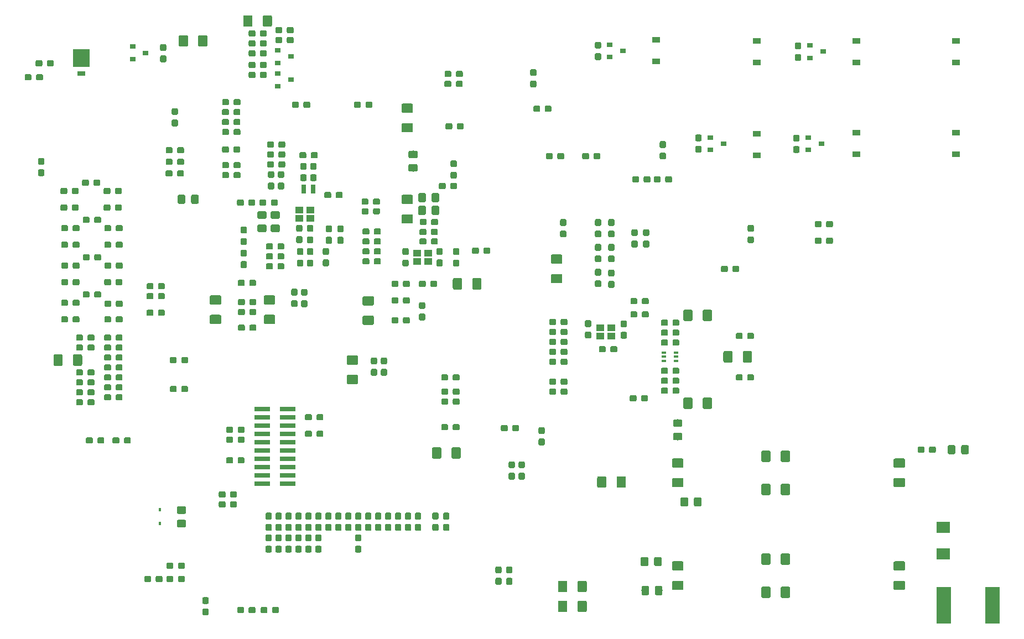
<source format=gbr>
G04 #@! TF.GenerationSoftware,KiCad,Pcbnew,5.1.4*
G04 #@! TF.CreationDate,2019-08-28T20:29:57+02:00*
G04 #@! TF.ProjectId,ETH1CJTAG,45544831-434a-4544-9147-2e6b69636164,rev?*
G04 #@! TF.SameCoordinates,Original*
G04 #@! TF.FileFunction,Paste,Bot*
G04 #@! TF.FilePolarity,Positive*
%FSLAX46Y46*%
G04 Gerber Fmt 4.6, Leading zero omitted, Abs format (unit mm)*
G04 Created by KiCad (PCBNEW 5.1.4) date 2019-08-28 20:29:57*
%MOMM*%
%LPD*%
G04 APERTURE LIST*
%ADD10C,0.100000*%
%ADD11C,0.950000*%
%ADD12R,0.900000X0.800000*%
%ADD13R,1.270000X0.762000*%
%ADD14R,2.540000X2.670000*%
%ADD15C,1.425000*%
%ADD16R,0.450000X0.600000*%
%ADD17R,0.650000X0.400000*%
%ADD18R,2.400000X0.740000*%
%ADD19R,1.200000X1.000000*%
%ADD20R,0.700000X1.400000*%
%ADD21C,1.150000*%
%ADD22R,2.300000X5.600000*%
%ADD23R,1.200000X0.900000*%
%ADD24R,2.159000X1.778000*%
G04 APERTURE END LIST*
D10*
G36*
X71839779Y-52739144D02*
G01*
X71862834Y-52742563D01*
X71885443Y-52748227D01*
X71907387Y-52756079D01*
X71928457Y-52766044D01*
X71948448Y-52778026D01*
X71967168Y-52791910D01*
X71984438Y-52807562D01*
X72000090Y-52824832D01*
X72013974Y-52843552D01*
X72025956Y-52863543D01*
X72035921Y-52884613D01*
X72043773Y-52906557D01*
X72049437Y-52929166D01*
X72052856Y-52952221D01*
X72054000Y-52975500D01*
X72054000Y-53450500D01*
X72052856Y-53473779D01*
X72049437Y-53496834D01*
X72043773Y-53519443D01*
X72035921Y-53541387D01*
X72025956Y-53562457D01*
X72013974Y-53582448D01*
X72000090Y-53601168D01*
X71984438Y-53618438D01*
X71967168Y-53634090D01*
X71948448Y-53647974D01*
X71928457Y-53659956D01*
X71907387Y-53669921D01*
X71885443Y-53677773D01*
X71862834Y-53683437D01*
X71839779Y-53686856D01*
X71816500Y-53688000D01*
X71241500Y-53688000D01*
X71218221Y-53686856D01*
X71195166Y-53683437D01*
X71172557Y-53677773D01*
X71150613Y-53669921D01*
X71129543Y-53659956D01*
X71109552Y-53647974D01*
X71090832Y-53634090D01*
X71073562Y-53618438D01*
X71057910Y-53601168D01*
X71044026Y-53582448D01*
X71032044Y-53562457D01*
X71022079Y-53541387D01*
X71014227Y-53519443D01*
X71008563Y-53496834D01*
X71005144Y-53473779D01*
X71004000Y-53450500D01*
X71004000Y-52975500D01*
X71005144Y-52952221D01*
X71008563Y-52929166D01*
X71014227Y-52906557D01*
X71022079Y-52884613D01*
X71032044Y-52863543D01*
X71044026Y-52843552D01*
X71057910Y-52824832D01*
X71073562Y-52807562D01*
X71090832Y-52791910D01*
X71109552Y-52778026D01*
X71129543Y-52766044D01*
X71150613Y-52756079D01*
X71172557Y-52748227D01*
X71195166Y-52742563D01*
X71218221Y-52739144D01*
X71241500Y-52738000D01*
X71816500Y-52738000D01*
X71839779Y-52739144D01*
X71839779Y-52739144D01*
G37*
D11*
X71529000Y-53213000D03*
D10*
G36*
X73589779Y-52739144D02*
G01*
X73612834Y-52742563D01*
X73635443Y-52748227D01*
X73657387Y-52756079D01*
X73678457Y-52766044D01*
X73698448Y-52778026D01*
X73717168Y-52791910D01*
X73734438Y-52807562D01*
X73750090Y-52824832D01*
X73763974Y-52843552D01*
X73775956Y-52863543D01*
X73785921Y-52884613D01*
X73793773Y-52906557D01*
X73799437Y-52929166D01*
X73802856Y-52952221D01*
X73804000Y-52975500D01*
X73804000Y-53450500D01*
X73802856Y-53473779D01*
X73799437Y-53496834D01*
X73793773Y-53519443D01*
X73785921Y-53541387D01*
X73775956Y-53562457D01*
X73763974Y-53582448D01*
X73750090Y-53601168D01*
X73734438Y-53618438D01*
X73717168Y-53634090D01*
X73698448Y-53647974D01*
X73678457Y-53659956D01*
X73657387Y-53669921D01*
X73635443Y-53677773D01*
X73612834Y-53683437D01*
X73589779Y-53686856D01*
X73566500Y-53688000D01*
X72991500Y-53688000D01*
X72968221Y-53686856D01*
X72945166Y-53683437D01*
X72922557Y-53677773D01*
X72900613Y-53669921D01*
X72879543Y-53659956D01*
X72859552Y-53647974D01*
X72840832Y-53634090D01*
X72823562Y-53618438D01*
X72807910Y-53601168D01*
X72794026Y-53582448D01*
X72782044Y-53562457D01*
X72772079Y-53541387D01*
X72764227Y-53519443D01*
X72758563Y-53496834D01*
X72755144Y-53473779D01*
X72754000Y-53450500D01*
X72754000Y-52975500D01*
X72755144Y-52952221D01*
X72758563Y-52929166D01*
X72764227Y-52906557D01*
X72772079Y-52884613D01*
X72782044Y-52863543D01*
X72794026Y-52843552D01*
X72807910Y-52824832D01*
X72823562Y-52807562D01*
X72840832Y-52791910D01*
X72859552Y-52778026D01*
X72879543Y-52766044D01*
X72900613Y-52756079D01*
X72922557Y-52748227D01*
X72945166Y-52742563D01*
X72968221Y-52739144D01*
X72991500Y-52738000D01*
X73566500Y-52738000D01*
X73589779Y-52739144D01*
X73589779Y-52739144D01*
G37*
D11*
X73279000Y-53213000D03*
D10*
G36*
X143770779Y-129877144D02*
G01*
X143793834Y-129880563D01*
X143816443Y-129886227D01*
X143838387Y-129894079D01*
X143859457Y-129904044D01*
X143879448Y-129916026D01*
X143898168Y-129929910D01*
X143915438Y-129945562D01*
X143931090Y-129962832D01*
X143944974Y-129981552D01*
X143956956Y-130001543D01*
X143966921Y-130022613D01*
X143974773Y-130044557D01*
X143980437Y-130067166D01*
X143983856Y-130090221D01*
X143985000Y-130113500D01*
X143985000Y-130688500D01*
X143983856Y-130711779D01*
X143980437Y-130734834D01*
X143974773Y-130757443D01*
X143966921Y-130779387D01*
X143956956Y-130800457D01*
X143944974Y-130820448D01*
X143931090Y-130839168D01*
X143915438Y-130856438D01*
X143898168Y-130872090D01*
X143879448Y-130885974D01*
X143859457Y-130897956D01*
X143838387Y-130907921D01*
X143816443Y-130915773D01*
X143793834Y-130921437D01*
X143770779Y-130924856D01*
X143747500Y-130926000D01*
X143272500Y-130926000D01*
X143249221Y-130924856D01*
X143226166Y-130921437D01*
X143203557Y-130915773D01*
X143181613Y-130907921D01*
X143160543Y-130897956D01*
X143140552Y-130885974D01*
X143121832Y-130872090D01*
X143104562Y-130856438D01*
X143088910Y-130839168D01*
X143075026Y-130820448D01*
X143063044Y-130800457D01*
X143053079Y-130779387D01*
X143045227Y-130757443D01*
X143039563Y-130734834D01*
X143036144Y-130711779D01*
X143035000Y-130688500D01*
X143035000Y-130113500D01*
X143036144Y-130090221D01*
X143039563Y-130067166D01*
X143045227Y-130044557D01*
X143053079Y-130022613D01*
X143063044Y-130001543D01*
X143075026Y-129981552D01*
X143088910Y-129962832D01*
X143104562Y-129945562D01*
X143121832Y-129929910D01*
X143140552Y-129916026D01*
X143160543Y-129904044D01*
X143181613Y-129894079D01*
X143203557Y-129886227D01*
X143226166Y-129880563D01*
X143249221Y-129877144D01*
X143272500Y-129876000D01*
X143747500Y-129876000D01*
X143770779Y-129877144D01*
X143770779Y-129877144D01*
G37*
D11*
X143510000Y-130401000D03*
D10*
G36*
X143770779Y-128127144D02*
G01*
X143793834Y-128130563D01*
X143816443Y-128136227D01*
X143838387Y-128144079D01*
X143859457Y-128154044D01*
X143879448Y-128166026D01*
X143898168Y-128179910D01*
X143915438Y-128195562D01*
X143931090Y-128212832D01*
X143944974Y-128231552D01*
X143956956Y-128251543D01*
X143966921Y-128272613D01*
X143974773Y-128294557D01*
X143980437Y-128317166D01*
X143983856Y-128340221D01*
X143985000Y-128363500D01*
X143985000Y-128938500D01*
X143983856Y-128961779D01*
X143980437Y-128984834D01*
X143974773Y-129007443D01*
X143966921Y-129029387D01*
X143956956Y-129050457D01*
X143944974Y-129070448D01*
X143931090Y-129089168D01*
X143915438Y-129106438D01*
X143898168Y-129122090D01*
X143879448Y-129135974D01*
X143859457Y-129147956D01*
X143838387Y-129157921D01*
X143816443Y-129165773D01*
X143793834Y-129171437D01*
X143770779Y-129174856D01*
X143747500Y-129176000D01*
X143272500Y-129176000D01*
X143249221Y-129174856D01*
X143226166Y-129171437D01*
X143203557Y-129165773D01*
X143181613Y-129157921D01*
X143160543Y-129147956D01*
X143140552Y-129135974D01*
X143121832Y-129122090D01*
X143104562Y-129106438D01*
X143088910Y-129089168D01*
X143075026Y-129070448D01*
X143063044Y-129050457D01*
X143053079Y-129029387D01*
X143045227Y-129007443D01*
X143039563Y-128984834D01*
X143036144Y-128961779D01*
X143035000Y-128938500D01*
X143035000Y-128363500D01*
X143036144Y-128340221D01*
X143039563Y-128317166D01*
X143045227Y-128294557D01*
X143053079Y-128272613D01*
X143063044Y-128251543D01*
X143075026Y-128231552D01*
X143088910Y-128212832D01*
X143104562Y-128195562D01*
X143121832Y-128179910D01*
X143140552Y-128166026D01*
X143160543Y-128154044D01*
X143181613Y-128144079D01*
X143203557Y-128136227D01*
X143226166Y-128130563D01*
X143249221Y-128127144D01*
X143272500Y-128126000D01*
X143747500Y-128126000D01*
X143770779Y-128127144D01*
X143770779Y-128127144D01*
G37*
D11*
X143510000Y-128651000D03*
D10*
G36*
X145421779Y-129877144D02*
G01*
X145444834Y-129880563D01*
X145467443Y-129886227D01*
X145489387Y-129894079D01*
X145510457Y-129904044D01*
X145530448Y-129916026D01*
X145549168Y-129929910D01*
X145566438Y-129945562D01*
X145582090Y-129962832D01*
X145595974Y-129981552D01*
X145607956Y-130001543D01*
X145617921Y-130022613D01*
X145625773Y-130044557D01*
X145631437Y-130067166D01*
X145634856Y-130090221D01*
X145636000Y-130113500D01*
X145636000Y-130688500D01*
X145634856Y-130711779D01*
X145631437Y-130734834D01*
X145625773Y-130757443D01*
X145617921Y-130779387D01*
X145607956Y-130800457D01*
X145595974Y-130820448D01*
X145582090Y-130839168D01*
X145566438Y-130856438D01*
X145549168Y-130872090D01*
X145530448Y-130885974D01*
X145510457Y-130897956D01*
X145489387Y-130907921D01*
X145467443Y-130915773D01*
X145444834Y-130921437D01*
X145421779Y-130924856D01*
X145398500Y-130926000D01*
X144923500Y-130926000D01*
X144900221Y-130924856D01*
X144877166Y-130921437D01*
X144854557Y-130915773D01*
X144832613Y-130907921D01*
X144811543Y-130897956D01*
X144791552Y-130885974D01*
X144772832Y-130872090D01*
X144755562Y-130856438D01*
X144739910Y-130839168D01*
X144726026Y-130820448D01*
X144714044Y-130800457D01*
X144704079Y-130779387D01*
X144696227Y-130757443D01*
X144690563Y-130734834D01*
X144687144Y-130711779D01*
X144686000Y-130688500D01*
X144686000Y-130113500D01*
X144687144Y-130090221D01*
X144690563Y-130067166D01*
X144696227Y-130044557D01*
X144704079Y-130022613D01*
X144714044Y-130001543D01*
X144726026Y-129981552D01*
X144739910Y-129962832D01*
X144755562Y-129945562D01*
X144772832Y-129929910D01*
X144791552Y-129916026D01*
X144811543Y-129904044D01*
X144832613Y-129894079D01*
X144854557Y-129886227D01*
X144877166Y-129880563D01*
X144900221Y-129877144D01*
X144923500Y-129876000D01*
X145398500Y-129876000D01*
X145421779Y-129877144D01*
X145421779Y-129877144D01*
G37*
D11*
X145161000Y-130401000D03*
D10*
G36*
X145421779Y-128127144D02*
G01*
X145444834Y-128130563D01*
X145467443Y-128136227D01*
X145489387Y-128144079D01*
X145510457Y-128154044D01*
X145530448Y-128166026D01*
X145549168Y-128179910D01*
X145566438Y-128195562D01*
X145582090Y-128212832D01*
X145595974Y-128231552D01*
X145607956Y-128251543D01*
X145617921Y-128272613D01*
X145625773Y-128294557D01*
X145631437Y-128317166D01*
X145634856Y-128340221D01*
X145636000Y-128363500D01*
X145636000Y-128938500D01*
X145634856Y-128961779D01*
X145631437Y-128984834D01*
X145625773Y-129007443D01*
X145617921Y-129029387D01*
X145607956Y-129050457D01*
X145595974Y-129070448D01*
X145582090Y-129089168D01*
X145566438Y-129106438D01*
X145549168Y-129122090D01*
X145530448Y-129135974D01*
X145510457Y-129147956D01*
X145489387Y-129157921D01*
X145467443Y-129165773D01*
X145444834Y-129171437D01*
X145421779Y-129174856D01*
X145398500Y-129176000D01*
X144923500Y-129176000D01*
X144900221Y-129174856D01*
X144877166Y-129171437D01*
X144854557Y-129165773D01*
X144832613Y-129157921D01*
X144811543Y-129147956D01*
X144791552Y-129135974D01*
X144772832Y-129122090D01*
X144755562Y-129106438D01*
X144739910Y-129089168D01*
X144726026Y-129070448D01*
X144714044Y-129050457D01*
X144704079Y-129029387D01*
X144696227Y-129007443D01*
X144690563Y-128984834D01*
X144687144Y-128961779D01*
X144686000Y-128938500D01*
X144686000Y-128363500D01*
X144687144Y-128340221D01*
X144690563Y-128317166D01*
X144696227Y-128294557D01*
X144704079Y-128272613D01*
X144714044Y-128251543D01*
X144726026Y-128231552D01*
X144739910Y-128212832D01*
X144755562Y-128195562D01*
X144772832Y-128179910D01*
X144791552Y-128166026D01*
X144811543Y-128154044D01*
X144832613Y-128144079D01*
X144854557Y-128136227D01*
X144877166Y-128130563D01*
X144900221Y-128127144D01*
X144923500Y-128126000D01*
X145398500Y-128126000D01*
X145421779Y-128127144D01*
X145421779Y-128127144D01*
G37*
D11*
X145161000Y-128651000D03*
D10*
G36*
X135769779Y-119886144D02*
G01*
X135792834Y-119889563D01*
X135815443Y-119895227D01*
X135837387Y-119903079D01*
X135858457Y-119913044D01*
X135878448Y-119925026D01*
X135897168Y-119938910D01*
X135914438Y-119954562D01*
X135930090Y-119971832D01*
X135943974Y-119990552D01*
X135955956Y-120010543D01*
X135965921Y-120031613D01*
X135973773Y-120053557D01*
X135979437Y-120076166D01*
X135982856Y-120099221D01*
X135984000Y-120122500D01*
X135984000Y-120697500D01*
X135982856Y-120720779D01*
X135979437Y-120743834D01*
X135973773Y-120766443D01*
X135965921Y-120788387D01*
X135955956Y-120809457D01*
X135943974Y-120829448D01*
X135930090Y-120848168D01*
X135914438Y-120865438D01*
X135897168Y-120881090D01*
X135878448Y-120894974D01*
X135858457Y-120906956D01*
X135837387Y-120916921D01*
X135815443Y-120924773D01*
X135792834Y-120930437D01*
X135769779Y-120933856D01*
X135746500Y-120935000D01*
X135271500Y-120935000D01*
X135248221Y-120933856D01*
X135225166Y-120930437D01*
X135202557Y-120924773D01*
X135180613Y-120916921D01*
X135159543Y-120906956D01*
X135139552Y-120894974D01*
X135120832Y-120881090D01*
X135103562Y-120865438D01*
X135087910Y-120848168D01*
X135074026Y-120829448D01*
X135062044Y-120809457D01*
X135052079Y-120788387D01*
X135044227Y-120766443D01*
X135038563Y-120743834D01*
X135035144Y-120720779D01*
X135034000Y-120697500D01*
X135034000Y-120122500D01*
X135035144Y-120099221D01*
X135038563Y-120076166D01*
X135044227Y-120053557D01*
X135052079Y-120031613D01*
X135062044Y-120010543D01*
X135074026Y-119990552D01*
X135087910Y-119971832D01*
X135103562Y-119954562D01*
X135120832Y-119938910D01*
X135139552Y-119925026D01*
X135159543Y-119913044D01*
X135180613Y-119903079D01*
X135202557Y-119895227D01*
X135225166Y-119889563D01*
X135248221Y-119886144D01*
X135271500Y-119885000D01*
X135746500Y-119885000D01*
X135769779Y-119886144D01*
X135769779Y-119886144D01*
G37*
D11*
X135509000Y-120410000D03*
D10*
G36*
X135769779Y-121636144D02*
G01*
X135792834Y-121639563D01*
X135815443Y-121645227D01*
X135837387Y-121653079D01*
X135858457Y-121663044D01*
X135878448Y-121675026D01*
X135897168Y-121688910D01*
X135914438Y-121704562D01*
X135930090Y-121721832D01*
X135943974Y-121740552D01*
X135955956Y-121760543D01*
X135965921Y-121781613D01*
X135973773Y-121803557D01*
X135979437Y-121826166D01*
X135982856Y-121849221D01*
X135984000Y-121872500D01*
X135984000Y-122447500D01*
X135982856Y-122470779D01*
X135979437Y-122493834D01*
X135973773Y-122516443D01*
X135965921Y-122538387D01*
X135955956Y-122559457D01*
X135943974Y-122579448D01*
X135930090Y-122598168D01*
X135914438Y-122615438D01*
X135897168Y-122631090D01*
X135878448Y-122644974D01*
X135858457Y-122656956D01*
X135837387Y-122666921D01*
X135815443Y-122674773D01*
X135792834Y-122680437D01*
X135769779Y-122683856D01*
X135746500Y-122685000D01*
X135271500Y-122685000D01*
X135248221Y-122683856D01*
X135225166Y-122680437D01*
X135202557Y-122674773D01*
X135180613Y-122666921D01*
X135159543Y-122656956D01*
X135139552Y-122644974D01*
X135120832Y-122631090D01*
X135103562Y-122615438D01*
X135087910Y-122598168D01*
X135074026Y-122579448D01*
X135062044Y-122559457D01*
X135052079Y-122538387D01*
X135044227Y-122516443D01*
X135038563Y-122493834D01*
X135035144Y-122470779D01*
X135034000Y-122447500D01*
X135034000Y-121872500D01*
X135035144Y-121849221D01*
X135038563Y-121826166D01*
X135044227Y-121803557D01*
X135052079Y-121781613D01*
X135062044Y-121760543D01*
X135074026Y-121740552D01*
X135087910Y-121721832D01*
X135103562Y-121704562D01*
X135120832Y-121688910D01*
X135139552Y-121675026D01*
X135159543Y-121663044D01*
X135180613Y-121653079D01*
X135202557Y-121645227D01*
X135225166Y-121639563D01*
X135248221Y-121636144D01*
X135271500Y-121635000D01*
X135746500Y-121635000D01*
X135769779Y-121636144D01*
X135769779Y-121636144D01*
G37*
D11*
X135509000Y-122160000D03*
D10*
G36*
X92462779Y-48117144D02*
G01*
X92485834Y-48120563D01*
X92508443Y-48126227D01*
X92530387Y-48134079D01*
X92551457Y-48144044D01*
X92571448Y-48156026D01*
X92590168Y-48169910D01*
X92607438Y-48185562D01*
X92623090Y-48202832D01*
X92636974Y-48221552D01*
X92648956Y-48241543D01*
X92658921Y-48262613D01*
X92666773Y-48284557D01*
X92672437Y-48307166D01*
X92675856Y-48330221D01*
X92677000Y-48353500D01*
X92677000Y-48928500D01*
X92675856Y-48951779D01*
X92672437Y-48974834D01*
X92666773Y-48997443D01*
X92658921Y-49019387D01*
X92648956Y-49040457D01*
X92636974Y-49060448D01*
X92623090Y-49079168D01*
X92607438Y-49096438D01*
X92590168Y-49112090D01*
X92571448Y-49125974D01*
X92551457Y-49137956D01*
X92530387Y-49147921D01*
X92508443Y-49155773D01*
X92485834Y-49161437D01*
X92462779Y-49164856D01*
X92439500Y-49166000D01*
X91964500Y-49166000D01*
X91941221Y-49164856D01*
X91918166Y-49161437D01*
X91895557Y-49155773D01*
X91873613Y-49147921D01*
X91852543Y-49137956D01*
X91832552Y-49125974D01*
X91813832Y-49112090D01*
X91796562Y-49096438D01*
X91780910Y-49079168D01*
X91767026Y-49060448D01*
X91755044Y-49040457D01*
X91745079Y-49019387D01*
X91737227Y-48997443D01*
X91731563Y-48974834D01*
X91728144Y-48951779D01*
X91727000Y-48928500D01*
X91727000Y-48353500D01*
X91728144Y-48330221D01*
X91731563Y-48307166D01*
X91737227Y-48284557D01*
X91745079Y-48262613D01*
X91755044Y-48241543D01*
X91767026Y-48221552D01*
X91780910Y-48202832D01*
X91796562Y-48185562D01*
X91813832Y-48169910D01*
X91832552Y-48156026D01*
X91852543Y-48144044D01*
X91873613Y-48134079D01*
X91895557Y-48126227D01*
X91918166Y-48120563D01*
X91941221Y-48117144D01*
X91964500Y-48116000D01*
X92439500Y-48116000D01*
X92462779Y-48117144D01*
X92462779Y-48117144D01*
G37*
D11*
X92202000Y-48641000D03*
D10*
G36*
X92462779Y-49867144D02*
G01*
X92485834Y-49870563D01*
X92508443Y-49876227D01*
X92530387Y-49884079D01*
X92551457Y-49894044D01*
X92571448Y-49906026D01*
X92590168Y-49919910D01*
X92607438Y-49935562D01*
X92623090Y-49952832D01*
X92636974Y-49971552D01*
X92648956Y-49991543D01*
X92658921Y-50012613D01*
X92666773Y-50034557D01*
X92672437Y-50057166D01*
X92675856Y-50080221D01*
X92677000Y-50103500D01*
X92677000Y-50678500D01*
X92675856Y-50701779D01*
X92672437Y-50724834D01*
X92666773Y-50747443D01*
X92658921Y-50769387D01*
X92648956Y-50790457D01*
X92636974Y-50810448D01*
X92623090Y-50829168D01*
X92607438Y-50846438D01*
X92590168Y-50862090D01*
X92571448Y-50875974D01*
X92551457Y-50887956D01*
X92530387Y-50897921D01*
X92508443Y-50905773D01*
X92485834Y-50911437D01*
X92462779Y-50914856D01*
X92439500Y-50916000D01*
X91964500Y-50916000D01*
X91941221Y-50914856D01*
X91918166Y-50911437D01*
X91895557Y-50905773D01*
X91873613Y-50897921D01*
X91852543Y-50887956D01*
X91832552Y-50875974D01*
X91813832Y-50862090D01*
X91796562Y-50846438D01*
X91780910Y-50829168D01*
X91767026Y-50810448D01*
X91755044Y-50790457D01*
X91745079Y-50769387D01*
X91737227Y-50747443D01*
X91731563Y-50724834D01*
X91728144Y-50701779D01*
X91727000Y-50678500D01*
X91727000Y-50103500D01*
X91728144Y-50080221D01*
X91731563Y-50057166D01*
X91737227Y-50034557D01*
X91745079Y-50012613D01*
X91755044Y-49991543D01*
X91767026Y-49971552D01*
X91780910Y-49952832D01*
X91796562Y-49935562D01*
X91813832Y-49919910D01*
X91832552Y-49906026D01*
X91852543Y-49894044D01*
X91873613Y-49884079D01*
X91895557Y-49876227D01*
X91918166Y-49870563D01*
X91941221Y-49867144D01*
X91964500Y-49866000D01*
X92439500Y-49866000D01*
X92462779Y-49867144D01*
X92462779Y-49867144D01*
G37*
D11*
X92202000Y-50391000D03*
D12*
X89503000Y-49464000D03*
X87503000Y-48514000D03*
X87503000Y-50414000D03*
D13*
X79629000Y-52641500D03*
D14*
X79629000Y-50292000D03*
D10*
G36*
X73793779Y-67294144D02*
G01*
X73816834Y-67297563D01*
X73839443Y-67303227D01*
X73861387Y-67311079D01*
X73882457Y-67321044D01*
X73902448Y-67333026D01*
X73921168Y-67346910D01*
X73938438Y-67362562D01*
X73954090Y-67379832D01*
X73967974Y-67398552D01*
X73979956Y-67418543D01*
X73989921Y-67439613D01*
X73997773Y-67461557D01*
X74003437Y-67484166D01*
X74006856Y-67507221D01*
X74008000Y-67530500D01*
X74008000Y-68105500D01*
X74006856Y-68128779D01*
X74003437Y-68151834D01*
X73997773Y-68174443D01*
X73989921Y-68196387D01*
X73979956Y-68217457D01*
X73967974Y-68237448D01*
X73954090Y-68256168D01*
X73938438Y-68273438D01*
X73921168Y-68289090D01*
X73902448Y-68302974D01*
X73882457Y-68314956D01*
X73861387Y-68324921D01*
X73839443Y-68332773D01*
X73816834Y-68338437D01*
X73793779Y-68341856D01*
X73770500Y-68343000D01*
X73295500Y-68343000D01*
X73272221Y-68341856D01*
X73249166Y-68338437D01*
X73226557Y-68332773D01*
X73204613Y-68324921D01*
X73183543Y-68314956D01*
X73163552Y-68302974D01*
X73144832Y-68289090D01*
X73127562Y-68273438D01*
X73111910Y-68256168D01*
X73098026Y-68237448D01*
X73086044Y-68217457D01*
X73076079Y-68196387D01*
X73068227Y-68174443D01*
X73062563Y-68151834D01*
X73059144Y-68128779D01*
X73058000Y-68105500D01*
X73058000Y-67530500D01*
X73059144Y-67507221D01*
X73062563Y-67484166D01*
X73068227Y-67461557D01*
X73076079Y-67439613D01*
X73086044Y-67418543D01*
X73098026Y-67398552D01*
X73111910Y-67379832D01*
X73127562Y-67362562D01*
X73144832Y-67346910D01*
X73163552Y-67333026D01*
X73183543Y-67321044D01*
X73204613Y-67311079D01*
X73226557Y-67303227D01*
X73249166Y-67297563D01*
X73272221Y-67294144D01*
X73295500Y-67293000D01*
X73770500Y-67293000D01*
X73793779Y-67294144D01*
X73793779Y-67294144D01*
G37*
D11*
X73533000Y-67818000D03*
D10*
G36*
X73793779Y-65544144D02*
G01*
X73816834Y-65547563D01*
X73839443Y-65553227D01*
X73861387Y-65561079D01*
X73882457Y-65571044D01*
X73902448Y-65583026D01*
X73921168Y-65596910D01*
X73938438Y-65612562D01*
X73954090Y-65629832D01*
X73967974Y-65648552D01*
X73979956Y-65668543D01*
X73989921Y-65689613D01*
X73997773Y-65711557D01*
X74003437Y-65734166D01*
X74006856Y-65757221D01*
X74008000Y-65780500D01*
X74008000Y-66355500D01*
X74006856Y-66378779D01*
X74003437Y-66401834D01*
X73997773Y-66424443D01*
X73989921Y-66446387D01*
X73979956Y-66467457D01*
X73967974Y-66487448D01*
X73954090Y-66506168D01*
X73938438Y-66523438D01*
X73921168Y-66539090D01*
X73902448Y-66552974D01*
X73882457Y-66564956D01*
X73861387Y-66574921D01*
X73839443Y-66582773D01*
X73816834Y-66588437D01*
X73793779Y-66591856D01*
X73770500Y-66593000D01*
X73295500Y-66593000D01*
X73272221Y-66591856D01*
X73249166Y-66588437D01*
X73226557Y-66582773D01*
X73204613Y-66574921D01*
X73183543Y-66564956D01*
X73163552Y-66552974D01*
X73144832Y-66539090D01*
X73127562Y-66523438D01*
X73111910Y-66506168D01*
X73098026Y-66487448D01*
X73086044Y-66467457D01*
X73076079Y-66446387D01*
X73068227Y-66424443D01*
X73062563Y-66401834D01*
X73059144Y-66378779D01*
X73058000Y-66355500D01*
X73058000Y-65780500D01*
X73059144Y-65757221D01*
X73062563Y-65734166D01*
X73068227Y-65711557D01*
X73076079Y-65689613D01*
X73086044Y-65668543D01*
X73098026Y-65648552D01*
X73111910Y-65629832D01*
X73127562Y-65612562D01*
X73144832Y-65596910D01*
X73163552Y-65583026D01*
X73183543Y-65571044D01*
X73204613Y-65561079D01*
X73226557Y-65553227D01*
X73249166Y-65547563D01*
X73272221Y-65544144D01*
X73295500Y-65543000D01*
X73770500Y-65543000D01*
X73793779Y-65544144D01*
X73793779Y-65544144D01*
G37*
D11*
X73533000Y-66068000D03*
D10*
G36*
X73490779Y-50580144D02*
G01*
X73513834Y-50583563D01*
X73536443Y-50589227D01*
X73558387Y-50597079D01*
X73579457Y-50607044D01*
X73599448Y-50619026D01*
X73618168Y-50632910D01*
X73635438Y-50648562D01*
X73651090Y-50665832D01*
X73664974Y-50684552D01*
X73676956Y-50704543D01*
X73686921Y-50725613D01*
X73694773Y-50747557D01*
X73700437Y-50770166D01*
X73703856Y-50793221D01*
X73705000Y-50816500D01*
X73705000Y-51291500D01*
X73703856Y-51314779D01*
X73700437Y-51337834D01*
X73694773Y-51360443D01*
X73686921Y-51382387D01*
X73676956Y-51403457D01*
X73664974Y-51423448D01*
X73651090Y-51442168D01*
X73635438Y-51459438D01*
X73618168Y-51475090D01*
X73599448Y-51488974D01*
X73579457Y-51500956D01*
X73558387Y-51510921D01*
X73536443Y-51518773D01*
X73513834Y-51524437D01*
X73490779Y-51527856D01*
X73467500Y-51529000D01*
X72892500Y-51529000D01*
X72869221Y-51527856D01*
X72846166Y-51524437D01*
X72823557Y-51518773D01*
X72801613Y-51510921D01*
X72780543Y-51500956D01*
X72760552Y-51488974D01*
X72741832Y-51475090D01*
X72724562Y-51459438D01*
X72708910Y-51442168D01*
X72695026Y-51423448D01*
X72683044Y-51403457D01*
X72673079Y-51382387D01*
X72665227Y-51360443D01*
X72659563Y-51337834D01*
X72656144Y-51314779D01*
X72655000Y-51291500D01*
X72655000Y-50816500D01*
X72656144Y-50793221D01*
X72659563Y-50770166D01*
X72665227Y-50747557D01*
X72673079Y-50725613D01*
X72683044Y-50704543D01*
X72695026Y-50684552D01*
X72708910Y-50665832D01*
X72724562Y-50648562D01*
X72741832Y-50632910D01*
X72760552Y-50619026D01*
X72780543Y-50607044D01*
X72801613Y-50597079D01*
X72823557Y-50589227D01*
X72846166Y-50583563D01*
X72869221Y-50580144D01*
X72892500Y-50579000D01*
X73467500Y-50579000D01*
X73490779Y-50580144D01*
X73490779Y-50580144D01*
G37*
D11*
X73180000Y-51054000D03*
D10*
G36*
X75240779Y-50580144D02*
G01*
X75263834Y-50583563D01*
X75286443Y-50589227D01*
X75308387Y-50597079D01*
X75329457Y-50607044D01*
X75349448Y-50619026D01*
X75368168Y-50632910D01*
X75385438Y-50648562D01*
X75401090Y-50665832D01*
X75414974Y-50684552D01*
X75426956Y-50704543D01*
X75436921Y-50725613D01*
X75444773Y-50747557D01*
X75450437Y-50770166D01*
X75453856Y-50793221D01*
X75455000Y-50816500D01*
X75455000Y-51291500D01*
X75453856Y-51314779D01*
X75450437Y-51337834D01*
X75444773Y-51360443D01*
X75436921Y-51382387D01*
X75426956Y-51403457D01*
X75414974Y-51423448D01*
X75401090Y-51442168D01*
X75385438Y-51459438D01*
X75368168Y-51475090D01*
X75349448Y-51488974D01*
X75329457Y-51500956D01*
X75308387Y-51510921D01*
X75286443Y-51518773D01*
X75263834Y-51524437D01*
X75240779Y-51527856D01*
X75217500Y-51529000D01*
X74642500Y-51529000D01*
X74619221Y-51527856D01*
X74596166Y-51524437D01*
X74573557Y-51518773D01*
X74551613Y-51510921D01*
X74530543Y-51500956D01*
X74510552Y-51488974D01*
X74491832Y-51475090D01*
X74474562Y-51459438D01*
X74458910Y-51442168D01*
X74445026Y-51423448D01*
X74433044Y-51403457D01*
X74423079Y-51382387D01*
X74415227Y-51360443D01*
X74409563Y-51337834D01*
X74406144Y-51314779D01*
X74405000Y-51291500D01*
X74405000Y-50816500D01*
X74406144Y-50793221D01*
X74409563Y-50770166D01*
X74415227Y-50747557D01*
X74423079Y-50725613D01*
X74433044Y-50704543D01*
X74445026Y-50684552D01*
X74458910Y-50665832D01*
X74474562Y-50648562D01*
X74491832Y-50632910D01*
X74510552Y-50619026D01*
X74530543Y-50607044D01*
X74551613Y-50597079D01*
X74573557Y-50589227D01*
X74596166Y-50583563D01*
X74619221Y-50580144D01*
X74642500Y-50579000D01*
X75217500Y-50579000D01*
X75240779Y-50580144D01*
X75240779Y-50580144D01*
G37*
D11*
X74930000Y-51054000D03*
D10*
G36*
X92230779Y-86267144D02*
G01*
X92253834Y-86270563D01*
X92276443Y-86276227D01*
X92298387Y-86284079D01*
X92319457Y-86294044D01*
X92339448Y-86306026D01*
X92358168Y-86319910D01*
X92375438Y-86335562D01*
X92391090Y-86352832D01*
X92404974Y-86371552D01*
X92416956Y-86391543D01*
X92426921Y-86412613D01*
X92434773Y-86434557D01*
X92440437Y-86457166D01*
X92443856Y-86480221D01*
X92445000Y-86503500D01*
X92445000Y-86978500D01*
X92443856Y-87001779D01*
X92440437Y-87024834D01*
X92434773Y-87047443D01*
X92426921Y-87069387D01*
X92416956Y-87090457D01*
X92404974Y-87110448D01*
X92391090Y-87129168D01*
X92375438Y-87146438D01*
X92358168Y-87162090D01*
X92339448Y-87175974D01*
X92319457Y-87187956D01*
X92298387Y-87197921D01*
X92276443Y-87205773D01*
X92253834Y-87211437D01*
X92230779Y-87214856D01*
X92207500Y-87216000D01*
X91632500Y-87216000D01*
X91609221Y-87214856D01*
X91586166Y-87211437D01*
X91563557Y-87205773D01*
X91541613Y-87197921D01*
X91520543Y-87187956D01*
X91500552Y-87175974D01*
X91481832Y-87162090D01*
X91464562Y-87146438D01*
X91448910Y-87129168D01*
X91435026Y-87110448D01*
X91423044Y-87090457D01*
X91413079Y-87069387D01*
X91405227Y-87047443D01*
X91399563Y-87024834D01*
X91396144Y-87001779D01*
X91395000Y-86978500D01*
X91395000Y-86503500D01*
X91396144Y-86480221D01*
X91399563Y-86457166D01*
X91405227Y-86434557D01*
X91413079Y-86412613D01*
X91423044Y-86391543D01*
X91435026Y-86371552D01*
X91448910Y-86352832D01*
X91464562Y-86335562D01*
X91481832Y-86319910D01*
X91500552Y-86306026D01*
X91520543Y-86294044D01*
X91541613Y-86284079D01*
X91563557Y-86276227D01*
X91586166Y-86270563D01*
X91609221Y-86267144D01*
X91632500Y-86266000D01*
X92207500Y-86266000D01*
X92230779Y-86267144D01*
X92230779Y-86267144D01*
G37*
D11*
X91920000Y-86741000D03*
D10*
G36*
X90480779Y-86267144D02*
G01*
X90503834Y-86270563D01*
X90526443Y-86276227D01*
X90548387Y-86284079D01*
X90569457Y-86294044D01*
X90589448Y-86306026D01*
X90608168Y-86319910D01*
X90625438Y-86335562D01*
X90641090Y-86352832D01*
X90654974Y-86371552D01*
X90666956Y-86391543D01*
X90676921Y-86412613D01*
X90684773Y-86434557D01*
X90690437Y-86457166D01*
X90693856Y-86480221D01*
X90695000Y-86503500D01*
X90695000Y-86978500D01*
X90693856Y-87001779D01*
X90690437Y-87024834D01*
X90684773Y-87047443D01*
X90676921Y-87069387D01*
X90666956Y-87090457D01*
X90654974Y-87110448D01*
X90641090Y-87129168D01*
X90625438Y-87146438D01*
X90608168Y-87162090D01*
X90589448Y-87175974D01*
X90569457Y-87187956D01*
X90548387Y-87197921D01*
X90526443Y-87205773D01*
X90503834Y-87211437D01*
X90480779Y-87214856D01*
X90457500Y-87216000D01*
X89882500Y-87216000D01*
X89859221Y-87214856D01*
X89836166Y-87211437D01*
X89813557Y-87205773D01*
X89791613Y-87197921D01*
X89770543Y-87187956D01*
X89750552Y-87175974D01*
X89731832Y-87162090D01*
X89714562Y-87146438D01*
X89698910Y-87129168D01*
X89685026Y-87110448D01*
X89673044Y-87090457D01*
X89663079Y-87069387D01*
X89655227Y-87047443D01*
X89649563Y-87024834D01*
X89646144Y-87001779D01*
X89645000Y-86978500D01*
X89645000Y-86503500D01*
X89646144Y-86480221D01*
X89649563Y-86457166D01*
X89655227Y-86434557D01*
X89663079Y-86412613D01*
X89673044Y-86391543D01*
X89685026Y-86371552D01*
X89698910Y-86352832D01*
X89714562Y-86335562D01*
X89731832Y-86319910D01*
X89750552Y-86306026D01*
X89770543Y-86294044D01*
X89791613Y-86284079D01*
X89813557Y-86276227D01*
X89836166Y-86270563D01*
X89859221Y-86267144D01*
X89882500Y-86266000D01*
X90457500Y-86266000D01*
X90480779Y-86267144D01*
X90480779Y-86267144D01*
G37*
D11*
X90170000Y-86741000D03*
D10*
G36*
X164598779Y-76466144D02*
G01*
X164621834Y-76469563D01*
X164644443Y-76475227D01*
X164666387Y-76483079D01*
X164687457Y-76493044D01*
X164707448Y-76505026D01*
X164726168Y-76518910D01*
X164743438Y-76534562D01*
X164759090Y-76551832D01*
X164772974Y-76570552D01*
X164784956Y-76590543D01*
X164794921Y-76611613D01*
X164802773Y-76633557D01*
X164808437Y-76656166D01*
X164811856Y-76679221D01*
X164813000Y-76702500D01*
X164813000Y-77277500D01*
X164811856Y-77300779D01*
X164808437Y-77323834D01*
X164802773Y-77346443D01*
X164794921Y-77368387D01*
X164784956Y-77389457D01*
X164772974Y-77409448D01*
X164759090Y-77428168D01*
X164743438Y-77445438D01*
X164726168Y-77461090D01*
X164707448Y-77474974D01*
X164687457Y-77486956D01*
X164666387Y-77496921D01*
X164644443Y-77504773D01*
X164621834Y-77510437D01*
X164598779Y-77513856D01*
X164575500Y-77515000D01*
X164100500Y-77515000D01*
X164077221Y-77513856D01*
X164054166Y-77510437D01*
X164031557Y-77504773D01*
X164009613Y-77496921D01*
X163988543Y-77486956D01*
X163968552Y-77474974D01*
X163949832Y-77461090D01*
X163932562Y-77445438D01*
X163916910Y-77428168D01*
X163903026Y-77409448D01*
X163891044Y-77389457D01*
X163881079Y-77368387D01*
X163873227Y-77346443D01*
X163867563Y-77323834D01*
X163864144Y-77300779D01*
X163863000Y-77277500D01*
X163863000Y-76702500D01*
X163864144Y-76679221D01*
X163867563Y-76656166D01*
X163873227Y-76633557D01*
X163881079Y-76611613D01*
X163891044Y-76590543D01*
X163903026Y-76570552D01*
X163916910Y-76551832D01*
X163932562Y-76534562D01*
X163949832Y-76518910D01*
X163968552Y-76505026D01*
X163988543Y-76493044D01*
X164009613Y-76483079D01*
X164031557Y-76475227D01*
X164054166Y-76469563D01*
X164077221Y-76466144D01*
X164100500Y-76465000D01*
X164575500Y-76465000D01*
X164598779Y-76466144D01*
X164598779Y-76466144D01*
G37*
D11*
X164338000Y-76990000D03*
D10*
G36*
X164598779Y-78216144D02*
G01*
X164621834Y-78219563D01*
X164644443Y-78225227D01*
X164666387Y-78233079D01*
X164687457Y-78243044D01*
X164707448Y-78255026D01*
X164726168Y-78268910D01*
X164743438Y-78284562D01*
X164759090Y-78301832D01*
X164772974Y-78320552D01*
X164784956Y-78340543D01*
X164794921Y-78361613D01*
X164802773Y-78383557D01*
X164808437Y-78406166D01*
X164811856Y-78429221D01*
X164813000Y-78452500D01*
X164813000Y-79027500D01*
X164811856Y-79050779D01*
X164808437Y-79073834D01*
X164802773Y-79096443D01*
X164794921Y-79118387D01*
X164784956Y-79139457D01*
X164772974Y-79159448D01*
X164759090Y-79178168D01*
X164743438Y-79195438D01*
X164726168Y-79211090D01*
X164707448Y-79224974D01*
X164687457Y-79236956D01*
X164666387Y-79246921D01*
X164644443Y-79254773D01*
X164621834Y-79260437D01*
X164598779Y-79263856D01*
X164575500Y-79265000D01*
X164100500Y-79265000D01*
X164077221Y-79263856D01*
X164054166Y-79260437D01*
X164031557Y-79254773D01*
X164009613Y-79246921D01*
X163988543Y-79236956D01*
X163968552Y-79224974D01*
X163949832Y-79211090D01*
X163932562Y-79195438D01*
X163916910Y-79178168D01*
X163903026Y-79159448D01*
X163891044Y-79139457D01*
X163881079Y-79118387D01*
X163873227Y-79096443D01*
X163867563Y-79073834D01*
X163864144Y-79050779D01*
X163863000Y-79027500D01*
X163863000Y-78452500D01*
X163864144Y-78429221D01*
X163867563Y-78406166D01*
X163873227Y-78383557D01*
X163881079Y-78361613D01*
X163891044Y-78340543D01*
X163903026Y-78320552D01*
X163916910Y-78301832D01*
X163932562Y-78284562D01*
X163949832Y-78268910D01*
X163968552Y-78255026D01*
X163988543Y-78243044D01*
X164009613Y-78233079D01*
X164031557Y-78225227D01*
X164054166Y-78219563D01*
X164077221Y-78216144D01*
X164100500Y-78215000D01*
X164575500Y-78215000D01*
X164598779Y-78216144D01*
X164598779Y-78216144D01*
G37*
D11*
X164338000Y-78740000D03*
D10*
G36*
X115626779Y-64677144D02*
G01*
X115649834Y-64680563D01*
X115672443Y-64686227D01*
X115694387Y-64694079D01*
X115715457Y-64704044D01*
X115735448Y-64716026D01*
X115754168Y-64729910D01*
X115771438Y-64745562D01*
X115787090Y-64762832D01*
X115800974Y-64781552D01*
X115812956Y-64801543D01*
X115822921Y-64822613D01*
X115830773Y-64844557D01*
X115836437Y-64867166D01*
X115839856Y-64890221D01*
X115841000Y-64913500D01*
X115841000Y-65388500D01*
X115839856Y-65411779D01*
X115836437Y-65434834D01*
X115830773Y-65457443D01*
X115822921Y-65479387D01*
X115812956Y-65500457D01*
X115800974Y-65520448D01*
X115787090Y-65539168D01*
X115771438Y-65556438D01*
X115754168Y-65572090D01*
X115735448Y-65585974D01*
X115715457Y-65597956D01*
X115694387Y-65607921D01*
X115672443Y-65615773D01*
X115649834Y-65621437D01*
X115626779Y-65624856D01*
X115603500Y-65626000D01*
X115028500Y-65626000D01*
X115005221Y-65624856D01*
X114982166Y-65621437D01*
X114959557Y-65615773D01*
X114937613Y-65607921D01*
X114916543Y-65597956D01*
X114896552Y-65585974D01*
X114877832Y-65572090D01*
X114860562Y-65556438D01*
X114844910Y-65539168D01*
X114831026Y-65520448D01*
X114819044Y-65500457D01*
X114809079Y-65479387D01*
X114801227Y-65457443D01*
X114795563Y-65434834D01*
X114792144Y-65411779D01*
X114791000Y-65388500D01*
X114791000Y-64913500D01*
X114792144Y-64890221D01*
X114795563Y-64867166D01*
X114801227Y-64844557D01*
X114809079Y-64822613D01*
X114819044Y-64801543D01*
X114831026Y-64781552D01*
X114844910Y-64762832D01*
X114860562Y-64745562D01*
X114877832Y-64729910D01*
X114896552Y-64716026D01*
X114916543Y-64704044D01*
X114937613Y-64694079D01*
X114959557Y-64686227D01*
X114982166Y-64680563D01*
X115005221Y-64677144D01*
X115028500Y-64676000D01*
X115603500Y-64676000D01*
X115626779Y-64677144D01*
X115626779Y-64677144D01*
G37*
D11*
X115316000Y-65151000D03*
D10*
G36*
X113876779Y-64677144D02*
G01*
X113899834Y-64680563D01*
X113922443Y-64686227D01*
X113944387Y-64694079D01*
X113965457Y-64704044D01*
X113985448Y-64716026D01*
X114004168Y-64729910D01*
X114021438Y-64745562D01*
X114037090Y-64762832D01*
X114050974Y-64781552D01*
X114062956Y-64801543D01*
X114072921Y-64822613D01*
X114080773Y-64844557D01*
X114086437Y-64867166D01*
X114089856Y-64890221D01*
X114091000Y-64913500D01*
X114091000Y-65388500D01*
X114089856Y-65411779D01*
X114086437Y-65434834D01*
X114080773Y-65457443D01*
X114072921Y-65479387D01*
X114062956Y-65500457D01*
X114050974Y-65520448D01*
X114037090Y-65539168D01*
X114021438Y-65556438D01*
X114004168Y-65572090D01*
X113985448Y-65585974D01*
X113965457Y-65597956D01*
X113944387Y-65607921D01*
X113922443Y-65615773D01*
X113899834Y-65621437D01*
X113876779Y-65624856D01*
X113853500Y-65626000D01*
X113278500Y-65626000D01*
X113255221Y-65624856D01*
X113232166Y-65621437D01*
X113209557Y-65615773D01*
X113187613Y-65607921D01*
X113166543Y-65597956D01*
X113146552Y-65585974D01*
X113127832Y-65572090D01*
X113110562Y-65556438D01*
X113094910Y-65539168D01*
X113081026Y-65520448D01*
X113069044Y-65500457D01*
X113059079Y-65479387D01*
X113051227Y-65457443D01*
X113045563Y-65434834D01*
X113042144Y-65411779D01*
X113041000Y-65388500D01*
X113041000Y-64913500D01*
X113042144Y-64890221D01*
X113045563Y-64867166D01*
X113051227Y-64844557D01*
X113059079Y-64822613D01*
X113069044Y-64801543D01*
X113081026Y-64781552D01*
X113094910Y-64762832D01*
X113110562Y-64745562D01*
X113127832Y-64729910D01*
X113146552Y-64716026D01*
X113166543Y-64704044D01*
X113187613Y-64694079D01*
X113209557Y-64686227D01*
X113232166Y-64680563D01*
X113255221Y-64677144D01*
X113278500Y-64676000D01*
X113853500Y-64676000D01*
X113876779Y-64677144D01*
X113876779Y-64677144D01*
G37*
D11*
X113566000Y-65151000D03*
D10*
G36*
X103815779Y-66201144D02*
G01*
X103838834Y-66204563D01*
X103861443Y-66210227D01*
X103883387Y-66218079D01*
X103904457Y-66228044D01*
X103924448Y-66240026D01*
X103943168Y-66253910D01*
X103960438Y-66269562D01*
X103976090Y-66286832D01*
X103989974Y-66305552D01*
X104001956Y-66325543D01*
X104011921Y-66346613D01*
X104019773Y-66368557D01*
X104025437Y-66391166D01*
X104028856Y-66414221D01*
X104030000Y-66437500D01*
X104030000Y-66912500D01*
X104028856Y-66935779D01*
X104025437Y-66958834D01*
X104019773Y-66981443D01*
X104011921Y-67003387D01*
X104001956Y-67024457D01*
X103989974Y-67044448D01*
X103976090Y-67063168D01*
X103960438Y-67080438D01*
X103943168Y-67096090D01*
X103924448Y-67109974D01*
X103904457Y-67121956D01*
X103883387Y-67131921D01*
X103861443Y-67139773D01*
X103838834Y-67145437D01*
X103815779Y-67148856D01*
X103792500Y-67150000D01*
X103217500Y-67150000D01*
X103194221Y-67148856D01*
X103171166Y-67145437D01*
X103148557Y-67139773D01*
X103126613Y-67131921D01*
X103105543Y-67121956D01*
X103085552Y-67109974D01*
X103066832Y-67096090D01*
X103049562Y-67080438D01*
X103033910Y-67063168D01*
X103020026Y-67044448D01*
X103008044Y-67024457D01*
X102998079Y-67003387D01*
X102990227Y-66981443D01*
X102984563Y-66958834D01*
X102981144Y-66935779D01*
X102980000Y-66912500D01*
X102980000Y-66437500D01*
X102981144Y-66414221D01*
X102984563Y-66391166D01*
X102990227Y-66368557D01*
X102998079Y-66346613D01*
X103008044Y-66325543D01*
X103020026Y-66305552D01*
X103033910Y-66286832D01*
X103049562Y-66269562D01*
X103066832Y-66253910D01*
X103085552Y-66240026D01*
X103105543Y-66228044D01*
X103126613Y-66218079D01*
X103148557Y-66210227D01*
X103171166Y-66204563D01*
X103194221Y-66201144D01*
X103217500Y-66200000D01*
X103792500Y-66200000D01*
X103815779Y-66201144D01*
X103815779Y-66201144D01*
G37*
D11*
X103505000Y-66675000D03*
D10*
G36*
X102065779Y-66201144D02*
G01*
X102088834Y-66204563D01*
X102111443Y-66210227D01*
X102133387Y-66218079D01*
X102154457Y-66228044D01*
X102174448Y-66240026D01*
X102193168Y-66253910D01*
X102210438Y-66269562D01*
X102226090Y-66286832D01*
X102239974Y-66305552D01*
X102251956Y-66325543D01*
X102261921Y-66346613D01*
X102269773Y-66368557D01*
X102275437Y-66391166D01*
X102278856Y-66414221D01*
X102280000Y-66437500D01*
X102280000Y-66912500D01*
X102278856Y-66935779D01*
X102275437Y-66958834D01*
X102269773Y-66981443D01*
X102261921Y-67003387D01*
X102251956Y-67024457D01*
X102239974Y-67044448D01*
X102226090Y-67063168D01*
X102210438Y-67080438D01*
X102193168Y-67096090D01*
X102174448Y-67109974D01*
X102154457Y-67121956D01*
X102133387Y-67131921D01*
X102111443Y-67139773D01*
X102088834Y-67145437D01*
X102065779Y-67148856D01*
X102042500Y-67150000D01*
X101467500Y-67150000D01*
X101444221Y-67148856D01*
X101421166Y-67145437D01*
X101398557Y-67139773D01*
X101376613Y-67131921D01*
X101355543Y-67121956D01*
X101335552Y-67109974D01*
X101316832Y-67096090D01*
X101299562Y-67080438D01*
X101283910Y-67063168D01*
X101270026Y-67044448D01*
X101258044Y-67024457D01*
X101248079Y-67003387D01*
X101240227Y-66981443D01*
X101234563Y-66958834D01*
X101231144Y-66935779D01*
X101230000Y-66912500D01*
X101230000Y-66437500D01*
X101231144Y-66414221D01*
X101234563Y-66391166D01*
X101240227Y-66368557D01*
X101248079Y-66346613D01*
X101258044Y-66325543D01*
X101270026Y-66305552D01*
X101283910Y-66286832D01*
X101299562Y-66269562D01*
X101316832Y-66253910D01*
X101335552Y-66240026D01*
X101355543Y-66228044D01*
X101376613Y-66218079D01*
X101398557Y-66210227D01*
X101421166Y-66204563D01*
X101444221Y-66201144D01*
X101467500Y-66200000D01*
X102042500Y-66200000D01*
X102065779Y-66201144D01*
X102065779Y-66201144D01*
G37*
D11*
X101755000Y-66675000D03*
D10*
G36*
X153853779Y-94776144D02*
G01*
X153876834Y-94779563D01*
X153899443Y-94785227D01*
X153921387Y-94793079D01*
X153942457Y-94803044D01*
X153962448Y-94815026D01*
X153981168Y-94828910D01*
X153998438Y-94844562D01*
X154014090Y-94861832D01*
X154027974Y-94880552D01*
X154039956Y-94900543D01*
X154049921Y-94921613D01*
X154057773Y-94943557D01*
X154063437Y-94966166D01*
X154066856Y-94989221D01*
X154068000Y-95012500D01*
X154068000Y-95487500D01*
X154066856Y-95510779D01*
X154063437Y-95533834D01*
X154057773Y-95556443D01*
X154049921Y-95578387D01*
X154039956Y-95599457D01*
X154027974Y-95619448D01*
X154014090Y-95638168D01*
X153998438Y-95655438D01*
X153981168Y-95671090D01*
X153962448Y-95684974D01*
X153942457Y-95696956D01*
X153921387Y-95706921D01*
X153899443Y-95714773D01*
X153876834Y-95720437D01*
X153853779Y-95723856D01*
X153830500Y-95725000D01*
X153255500Y-95725000D01*
X153232221Y-95723856D01*
X153209166Y-95720437D01*
X153186557Y-95714773D01*
X153164613Y-95706921D01*
X153143543Y-95696956D01*
X153123552Y-95684974D01*
X153104832Y-95671090D01*
X153087562Y-95655438D01*
X153071910Y-95638168D01*
X153058026Y-95619448D01*
X153046044Y-95599457D01*
X153036079Y-95578387D01*
X153028227Y-95556443D01*
X153022563Y-95533834D01*
X153019144Y-95510779D01*
X153018000Y-95487500D01*
X153018000Y-95012500D01*
X153019144Y-94989221D01*
X153022563Y-94966166D01*
X153028227Y-94943557D01*
X153036079Y-94921613D01*
X153046044Y-94900543D01*
X153058026Y-94880552D01*
X153071910Y-94861832D01*
X153087562Y-94844562D01*
X153104832Y-94828910D01*
X153123552Y-94815026D01*
X153143543Y-94803044D01*
X153164613Y-94793079D01*
X153186557Y-94785227D01*
X153209166Y-94779563D01*
X153232221Y-94776144D01*
X153255500Y-94775000D01*
X153830500Y-94775000D01*
X153853779Y-94776144D01*
X153853779Y-94776144D01*
G37*
D11*
X153543000Y-95250000D03*
D10*
G36*
X152103779Y-94776144D02*
G01*
X152126834Y-94779563D01*
X152149443Y-94785227D01*
X152171387Y-94793079D01*
X152192457Y-94803044D01*
X152212448Y-94815026D01*
X152231168Y-94828910D01*
X152248438Y-94844562D01*
X152264090Y-94861832D01*
X152277974Y-94880552D01*
X152289956Y-94900543D01*
X152299921Y-94921613D01*
X152307773Y-94943557D01*
X152313437Y-94966166D01*
X152316856Y-94989221D01*
X152318000Y-95012500D01*
X152318000Y-95487500D01*
X152316856Y-95510779D01*
X152313437Y-95533834D01*
X152307773Y-95556443D01*
X152299921Y-95578387D01*
X152289956Y-95599457D01*
X152277974Y-95619448D01*
X152264090Y-95638168D01*
X152248438Y-95655438D01*
X152231168Y-95671090D01*
X152212448Y-95684974D01*
X152192457Y-95696956D01*
X152171387Y-95706921D01*
X152149443Y-95714773D01*
X152126834Y-95720437D01*
X152103779Y-95723856D01*
X152080500Y-95725000D01*
X151505500Y-95725000D01*
X151482221Y-95723856D01*
X151459166Y-95720437D01*
X151436557Y-95714773D01*
X151414613Y-95706921D01*
X151393543Y-95696956D01*
X151373552Y-95684974D01*
X151354832Y-95671090D01*
X151337562Y-95655438D01*
X151321910Y-95638168D01*
X151308026Y-95619448D01*
X151296044Y-95599457D01*
X151286079Y-95578387D01*
X151278227Y-95556443D01*
X151272563Y-95533834D01*
X151269144Y-95510779D01*
X151268000Y-95487500D01*
X151268000Y-95012500D01*
X151269144Y-94989221D01*
X151272563Y-94966166D01*
X151278227Y-94943557D01*
X151286079Y-94921613D01*
X151296044Y-94900543D01*
X151308026Y-94880552D01*
X151321910Y-94861832D01*
X151337562Y-94844562D01*
X151354832Y-94828910D01*
X151373552Y-94815026D01*
X151393543Y-94803044D01*
X151414613Y-94793079D01*
X151436557Y-94785227D01*
X151459166Y-94779563D01*
X151482221Y-94776144D01*
X151505500Y-94775000D01*
X152080500Y-94775000D01*
X152103779Y-94776144D01*
X152103779Y-94776144D01*
G37*
D11*
X151793000Y-95250000D03*
D10*
G36*
X153345779Y-64804144D02*
G01*
X153368834Y-64807563D01*
X153391443Y-64813227D01*
X153413387Y-64821079D01*
X153434457Y-64831044D01*
X153454448Y-64843026D01*
X153473168Y-64856910D01*
X153490438Y-64872562D01*
X153506090Y-64889832D01*
X153519974Y-64908552D01*
X153531956Y-64928543D01*
X153541921Y-64949613D01*
X153549773Y-64971557D01*
X153555437Y-64994166D01*
X153558856Y-65017221D01*
X153560000Y-65040500D01*
X153560000Y-65515500D01*
X153558856Y-65538779D01*
X153555437Y-65561834D01*
X153549773Y-65584443D01*
X153541921Y-65606387D01*
X153531956Y-65627457D01*
X153519974Y-65647448D01*
X153506090Y-65666168D01*
X153490438Y-65683438D01*
X153473168Y-65699090D01*
X153454448Y-65712974D01*
X153434457Y-65724956D01*
X153413387Y-65734921D01*
X153391443Y-65742773D01*
X153368834Y-65748437D01*
X153345779Y-65751856D01*
X153322500Y-65753000D01*
X152747500Y-65753000D01*
X152724221Y-65751856D01*
X152701166Y-65748437D01*
X152678557Y-65742773D01*
X152656613Y-65734921D01*
X152635543Y-65724956D01*
X152615552Y-65712974D01*
X152596832Y-65699090D01*
X152579562Y-65683438D01*
X152563910Y-65666168D01*
X152550026Y-65647448D01*
X152538044Y-65627457D01*
X152528079Y-65606387D01*
X152520227Y-65584443D01*
X152514563Y-65561834D01*
X152511144Y-65538779D01*
X152510000Y-65515500D01*
X152510000Y-65040500D01*
X152511144Y-65017221D01*
X152514563Y-64994166D01*
X152520227Y-64971557D01*
X152528079Y-64949613D01*
X152538044Y-64928543D01*
X152550026Y-64908552D01*
X152563910Y-64889832D01*
X152579562Y-64872562D01*
X152596832Y-64856910D01*
X152615552Y-64843026D01*
X152635543Y-64831044D01*
X152656613Y-64821079D01*
X152678557Y-64813227D01*
X152701166Y-64807563D01*
X152724221Y-64804144D01*
X152747500Y-64803000D01*
X153322500Y-64803000D01*
X153345779Y-64804144D01*
X153345779Y-64804144D01*
G37*
D11*
X153035000Y-65278000D03*
D10*
G36*
X151595779Y-64804144D02*
G01*
X151618834Y-64807563D01*
X151641443Y-64813227D01*
X151663387Y-64821079D01*
X151684457Y-64831044D01*
X151704448Y-64843026D01*
X151723168Y-64856910D01*
X151740438Y-64872562D01*
X151756090Y-64889832D01*
X151769974Y-64908552D01*
X151781956Y-64928543D01*
X151791921Y-64949613D01*
X151799773Y-64971557D01*
X151805437Y-64994166D01*
X151808856Y-65017221D01*
X151810000Y-65040500D01*
X151810000Y-65515500D01*
X151808856Y-65538779D01*
X151805437Y-65561834D01*
X151799773Y-65584443D01*
X151791921Y-65606387D01*
X151781956Y-65627457D01*
X151769974Y-65647448D01*
X151756090Y-65666168D01*
X151740438Y-65683438D01*
X151723168Y-65699090D01*
X151704448Y-65712974D01*
X151684457Y-65724956D01*
X151663387Y-65734921D01*
X151641443Y-65742773D01*
X151618834Y-65748437D01*
X151595779Y-65751856D01*
X151572500Y-65753000D01*
X150997500Y-65753000D01*
X150974221Y-65751856D01*
X150951166Y-65748437D01*
X150928557Y-65742773D01*
X150906613Y-65734921D01*
X150885543Y-65724956D01*
X150865552Y-65712974D01*
X150846832Y-65699090D01*
X150829562Y-65683438D01*
X150813910Y-65666168D01*
X150800026Y-65647448D01*
X150788044Y-65627457D01*
X150778079Y-65606387D01*
X150770227Y-65584443D01*
X150764563Y-65561834D01*
X150761144Y-65538779D01*
X150760000Y-65515500D01*
X150760000Y-65040500D01*
X150761144Y-65017221D01*
X150764563Y-64994166D01*
X150770227Y-64971557D01*
X150778079Y-64949613D01*
X150788044Y-64928543D01*
X150800026Y-64908552D01*
X150813910Y-64889832D01*
X150829562Y-64872562D01*
X150846832Y-64856910D01*
X150865552Y-64843026D01*
X150885543Y-64831044D01*
X150906613Y-64821079D01*
X150928557Y-64813227D01*
X150951166Y-64807563D01*
X150974221Y-64804144D01*
X150997500Y-64803000D01*
X151572500Y-64803000D01*
X151595779Y-64804144D01*
X151595779Y-64804144D01*
G37*
D11*
X151285000Y-65278000D03*
D10*
G36*
X162793004Y-114315204D02*
G01*
X162817273Y-114318804D01*
X162841071Y-114324765D01*
X162864171Y-114333030D01*
X162886349Y-114343520D01*
X162907393Y-114356133D01*
X162927098Y-114370747D01*
X162945277Y-114387223D01*
X162961753Y-114405402D01*
X162976367Y-114425107D01*
X162988980Y-114446151D01*
X162999470Y-114468329D01*
X163007735Y-114491429D01*
X163013696Y-114515227D01*
X163017296Y-114539496D01*
X163018500Y-114564000D01*
X163018500Y-115814000D01*
X163017296Y-115838504D01*
X163013696Y-115862773D01*
X163007735Y-115886571D01*
X162999470Y-115909671D01*
X162988980Y-115931849D01*
X162976367Y-115952893D01*
X162961753Y-115972598D01*
X162945277Y-115990777D01*
X162927098Y-116007253D01*
X162907393Y-116021867D01*
X162886349Y-116034480D01*
X162864171Y-116044970D01*
X162841071Y-116053235D01*
X162817273Y-116059196D01*
X162793004Y-116062796D01*
X162768500Y-116064000D01*
X161843500Y-116064000D01*
X161818996Y-116062796D01*
X161794727Y-116059196D01*
X161770929Y-116053235D01*
X161747829Y-116044970D01*
X161725651Y-116034480D01*
X161704607Y-116021867D01*
X161684902Y-116007253D01*
X161666723Y-115990777D01*
X161650247Y-115972598D01*
X161635633Y-115952893D01*
X161623020Y-115931849D01*
X161612530Y-115909671D01*
X161604265Y-115886571D01*
X161598304Y-115862773D01*
X161594704Y-115838504D01*
X161593500Y-115814000D01*
X161593500Y-114564000D01*
X161594704Y-114539496D01*
X161598304Y-114515227D01*
X161604265Y-114491429D01*
X161612530Y-114468329D01*
X161623020Y-114446151D01*
X161635633Y-114425107D01*
X161650247Y-114405402D01*
X161666723Y-114387223D01*
X161684902Y-114370747D01*
X161704607Y-114356133D01*
X161725651Y-114343520D01*
X161747829Y-114333030D01*
X161770929Y-114324765D01*
X161794727Y-114318804D01*
X161818996Y-114315204D01*
X161843500Y-114314000D01*
X162768500Y-114314000D01*
X162793004Y-114315204D01*
X162793004Y-114315204D01*
G37*
D15*
X162306000Y-115189000D03*
D10*
G36*
X159818004Y-114315204D02*
G01*
X159842273Y-114318804D01*
X159866071Y-114324765D01*
X159889171Y-114333030D01*
X159911349Y-114343520D01*
X159932393Y-114356133D01*
X159952098Y-114370747D01*
X159970277Y-114387223D01*
X159986753Y-114405402D01*
X160001367Y-114425107D01*
X160013980Y-114446151D01*
X160024470Y-114468329D01*
X160032735Y-114491429D01*
X160038696Y-114515227D01*
X160042296Y-114539496D01*
X160043500Y-114564000D01*
X160043500Y-115814000D01*
X160042296Y-115838504D01*
X160038696Y-115862773D01*
X160032735Y-115886571D01*
X160024470Y-115909671D01*
X160013980Y-115931849D01*
X160001367Y-115952893D01*
X159986753Y-115972598D01*
X159970277Y-115990777D01*
X159952098Y-116007253D01*
X159932393Y-116021867D01*
X159911349Y-116034480D01*
X159889171Y-116044970D01*
X159866071Y-116053235D01*
X159842273Y-116059196D01*
X159818004Y-116062796D01*
X159793500Y-116064000D01*
X158868500Y-116064000D01*
X158843996Y-116062796D01*
X158819727Y-116059196D01*
X158795929Y-116053235D01*
X158772829Y-116044970D01*
X158750651Y-116034480D01*
X158729607Y-116021867D01*
X158709902Y-116007253D01*
X158691723Y-115990777D01*
X158675247Y-115972598D01*
X158660633Y-115952893D01*
X158648020Y-115931849D01*
X158637530Y-115909671D01*
X158629265Y-115886571D01*
X158623304Y-115862773D01*
X158619704Y-115838504D01*
X158618500Y-115814000D01*
X158618500Y-114564000D01*
X158619704Y-114539496D01*
X158623304Y-114515227D01*
X158629265Y-114491429D01*
X158637530Y-114468329D01*
X158648020Y-114446151D01*
X158660633Y-114425107D01*
X158675247Y-114405402D01*
X158691723Y-114387223D01*
X158709902Y-114370747D01*
X158729607Y-114356133D01*
X158750651Y-114343520D01*
X158772829Y-114333030D01*
X158795929Y-114324765D01*
X158819727Y-114318804D01*
X158843996Y-114315204D01*
X158868500Y-114314000D01*
X159793500Y-114314000D01*
X159818004Y-114315204D01*
X159818004Y-114315204D01*
G37*
D15*
X159331000Y-115189000D03*
D10*
G36*
X184928069Y-126126201D02*
G01*
X184952276Y-126129792D01*
X184976015Y-126135738D01*
X184999057Y-126143982D01*
X185021180Y-126154446D01*
X185042171Y-126167027D01*
X185061827Y-126181605D01*
X185079960Y-126198040D01*
X185096395Y-126216173D01*
X185110973Y-126235829D01*
X185123554Y-126256820D01*
X185134018Y-126278943D01*
X185142262Y-126301985D01*
X185148208Y-126325724D01*
X185151799Y-126349931D01*
X185153000Y-126374374D01*
X185153000Y-127625626D01*
X185151799Y-127650069D01*
X185148208Y-127674276D01*
X185142262Y-127698015D01*
X185134018Y-127721057D01*
X185123554Y-127743180D01*
X185110973Y-127764171D01*
X185096395Y-127783827D01*
X185079960Y-127801960D01*
X185061827Y-127818395D01*
X185042171Y-127832973D01*
X185021180Y-127845554D01*
X184999057Y-127856018D01*
X184976015Y-127864262D01*
X184952276Y-127870208D01*
X184928069Y-127873799D01*
X184903626Y-127875000D01*
X183977374Y-127875000D01*
X183952931Y-127873799D01*
X183928724Y-127870208D01*
X183904985Y-127864262D01*
X183881943Y-127856018D01*
X183859820Y-127845554D01*
X183838829Y-127832973D01*
X183819173Y-127818395D01*
X183801040Y-127801960D01*
X183784605Y-127783827D01*
X183770027Y-127764171D01*
X183757446Y-127743180D01*
X183746982Y-127721057D01*
X183738738Y-127698015D01*
X183732792Y-127674276D01*
X183729201Y-127650069D01*
X183728000Y-127625626D01*
X183728000Y-126374374D01*
X183729201Y-126349931D01*
X183732792Y-126325724D01*
X183738738Y-126301985D01*
X183746982Y-126278943D01*
X183757446Y-126256820D01*
X183770027Y-126235829D01*
X183784605Y-126216173D01*
X183801040Y-126198040D01*
X183819173Y-126181605D01*
X183838829Y-126167027D01*
X183859820Y-126154446D01*
X183881943Y-126143982D01*
X183904985Y-126135738D01*
X183928724Y-126129792D01*
X183952931Y-126126201D01*
X183977374Y-126125000D01*
X184903626Y-126125000D01*
X184928069Y-126126201D01*
X184928069Y-126126201D01*
G37*
D15*
X184440500Y-127000000D03*
D10*
G36*
X187903069Y-126126201D02*
G01*
X187927276Y-126129792D01*
X187951015Y-126135738D01*
X187974057Y-126143982D01*
X187996180Y-126154446D01*
X188017171Y-126167027D01*
X188036827Y-126181605D01*
X188054960Y-126198040D01*
X188071395Y-126216173D01*
X188085973Y-126235829D01*
X188098554Y-126256820D01*
X188109018Y-126278943D01*
X188117262Y-126301985D01*
X188123208Y-126325724D01*
X188126799Y-126349931D01*
X188128000Y-126374374D01*
X188128000Y-127625626D01*
X188126799Y-127650069D01*
X188123208Y-127674276D01*
X188117262Y-127698015D01*
X188109018Y-127721057D01*
X188098554Y-127743180D01*
X188085973Y-127764171D01*
X188071395Y-127783827D01*
X188054960Y-127801960D01*
X188036827Y-127818395D01*
X188017171Y-127832973D01*
X187996180Y-127845554D01*
X187974057Y-127856018D01*
X187951015Y-127864262D01*
X187927276Y-127870208D01*
X187903069Y-127873799D01*
X187878626Y-127875000D01*
X186952374Y-127875000D01*
X186927931Y-127873799D01*
X186903724Y-127870208D01*
X186879985Y-127864262D01*
X186856943Y-127856018D01*
X186834820Y-127845554D01*
X186813829Y-127832973D01*
X186794173Y-127818395D01*
X186776040Y-127801960D01*
X186759605Y-127783827D01*
X186745027Y-127764171D01*
X186732446Y-127743180D01*
X186721982Y-127721057D01*
X186713738Y-127698015D01*
X186707792Y-127674276D01*
X186704201Y-127650069D01*
X186703000Y-127625626D01*
X186703000Y-126374374D01*
X186704201Y-126349931D01*
X186707792Y-126325724D01*
X186713738Y-126301985D01*
X186721982Y-126278943D01*
X186732446Y-126256820D01*
X186745027Y-126235829D01*
X186759605Y-126216173D01*
X186776040Y-126198040D01*
X186794173Y-126181605D01*
X186813829Y-126167027D01*
X186834820Y-126154446D01*
X186856943Y-126143982D01*
X186879985Y-126135738D01*
X186903724Y-126129792D01*
X186927931Y-126126201D01*
X186952374Y-126125000D01*
X187878626Y-126125000D01*
X187903069Y-126126201D01*
X187903069Y-126126201D01*
G37*
D15*
X187415500Y-127000000D03*
D10*
G36*
X134118779Y-119872144D02*
G01*
X134141834Y-119875563D01*
X134164443Y-119881227D01*
X134186387Y-119889079D01*
X134207457Y-119899044D01*
X134227448Y-119911026D01*
X134246168Y-119924910D01*
X134263438Y-119940562D01*
X134279090Y-119957832D01*
X134292974Y-119976552D01*
X134304956Y-119996543D01*
X134314921Y-120017613D01*
X134322773Y-120039557D01*
X134328437Y-120062166D01*
X134331856Y-120085221D01*
X134333000Y-120108500D01*
X134333000Y-120683500D01*
X134331856Y-120706779D01*
X134328437Y-120729834D01*
X134322773Y-120752443D01*
X134314921Y-120774387D01*
X134304956Y-120795457D01*
X134292974Y-120815448D01*
X134279090Y-120834168D01*
X134263438Y-120851438D01*
X134246168Y-120867090D01*
X134227448Y-120880974D01*
X134207457Y-120892956D01*
X134186387Y-120902921D01*
X134164443Y-120910773D01*
X134141834Y-120916437D01*
X134118779Y-120919856D01*
X134095500Y-120921000D01*
X133620500Y-120921000D01*
X133597221Y-120919856D01*
X133574166Y-120916437D01*
X133551557Y-120910773D01*
X133529613Y-120902921D01*
X133508543Y-120892956D01*
X133488552Y-120880974D01*
X133469832Y-120867090D01*
X133452562Y-120851438D01*
X133436910Y-120834168D01*
X133423026Y-120815448D01*
X133411044Y-120795457D01*
X133401079Y-120774387D01*
X133393227Y-120752443D01*
X133387563Y-120729834D01*
X133384144Y-120706779D01*
X133383000Y-120683500D01*
X133383000Y-120108500D01*
X133384144Y-120085221D01*
X133387563Y-120062166D01*
X133393227Y-120039557D01*
X133401079Y-120017613D01*
X133411044Y-119996543D01*
X133423026Y-119976552D01*
X133436910Y-119957832D01*
X133452562Y-119940562D01*
X133469832Y-119924910D01*
X133488552Y-119911026D01*
X133508543Y-119899044D01*
X133529613Y-119889079D01*
X133551557Y-119881227D01*
X133574166Y-119875563D01*
X133597221Y-119872144D01*
X133620500Y-119871000D01*
X134095500Y-119871000D01*
X134118779Y-119872144D01*
X134118779Y-119872144D01*
G37*
D11*
X133858000Y-120396000D03*
D10*
G36*
X134118779Y-121622144D02*
G01*
X134141834Y-121625563D01*
X134164443Y-121631227D01*
X134186387Y-121639079D01*
X134207457Y-121649044D01*
X134227448Y-121661026D01*
X134246168Y-121674910D01*
X134263438Y-121690562D01*
X134279090Y-121707832D01*
X134292974Y-121726552D01*
X134304956Y-121746543D01*
X134314921Y-121767613D01*
X134322773Y-121789557D01*
X134328437Y-121812166D01*
X134331856Y-121835221D01*
X134333000Y-121858500D01*
X134333000Y-122433500D01*
X134331856Y-122456779D01*
X134328437Y-122479834D01*
X134322773Y-122502443D01*
X134314921Y-122524387D01*
X134304956Y-122545457D01*
X134292974Y-122565448D01*
X134279090Y-122584168D01*
X134263438Y-122601438D01*
X134246168Y-122617090D01*
X134227448Y-122630974D01*
X134207457Y-122642956D01*
X134186387Y-122652921D01*
X134164443Y-122660773D01*
X134141834Y-122666437D01*
X134118779Y-122669856D01*
X134095500Y-122671000D01*
X133620500Y-122671000D01*
X133597221Y-122669856D01*
X133574166Y-122666437D01*
X133551557Y-122660773D01*
X133529613Y-122652921D01*
X133508543Y-122642956D01*
X133488552Y-122630974D01*
X133469832Y-122617090D01*
X133452562Y-122601438D01*
X133436910Y-122584168D01*
X133423026Y-122565448D01*
X133411044Y-122545457D01*
X133401079Y-122524387D01*
X133393227Y-122502443D01*
X133387563Y-122479834D01*
X133384144Y-122456779D01*
X133383000Y-122433500D01*
X133383000Y-121858500D01*
X133384144Y-121835221D01*
X133387563Y-121812166D01*
X133393227Y-121789557D01*
X133401079Y-121767613D01*
X133411044Y-121746543D01*
X133423026Y-121726552D01*
X133436910Y-121707832D01*
X133452562Y-121690562D01*
X133469832Y-121674910D01*
X133488552Y-121661026D01*
X133508543Y-121649044D01*
X133529613Y-121639079D01*
X133551557Y-121631227D01*
X133574166Y-121625563D01*
X133597221Y-121622144D01*
X133620500Y-121621000D01*
X134095500Y-121621000D01*
X134118779Y-121622144D01*
X134118779Y-121622144D01*
G37*
D11*
X133858000Y-122146000D03*
D10*
G36*
X106101779Y-46008144D02*
G01*
X106124834Y-46011563D01*
X106147443Y-46017227D01*
X106169387Y-46025079D01*
X106190457Y-46035044D01*
X106210448Y-46047026D01*
X106229168Y-46060910D01*
X106246438Y-46076562D01*
X106262090Y-46093832D01*
X106275974Y-46112552D01*
X106287956Y-46132543D01*
X106297921Y-46153613D01*
X106305773Y-46175557D01*
X106311437Y-46198166D01*
X106314856Y-46221221D01*
X106316000Y-46244500D01*
X106316000Y-46719500D01*
X106314856Y-46742779D01*
X106311437Y-46765834D01*
X106305773Y-46788443D01*
X106297921Y-46810387D01*
X106287956Y-46831457D01*
X106275974Y-46851448D01*
X106262090Y-46870168D01*
X106246438Y-46887438D01*
X106229168Y-46903090D01*
X106210448Y-46916974D01*
X106190457Y-46928956D01*
X106169387Y-46938921D01*
X106147443Y-46946773D01*
X106124834Y-46952437D01*
X106101779Y-46955856D01*
X106078500Y-46957000D01*
X105503500Y-46957000D01*
X105480221Y-46955856D01*
X105457166Y-46952437D01*
X105434557Y-46946773D01*
X105412613Y-46938921D01*
X105391543Y-46928956D01*
X105371552Y-46916974D01*
X105352832Y-46903090D01*
X105335562Y-46887438D01*
X105319910Y-46870168D01*
X105306026Y-46851448D01*
X105294044Y-46831457D01*
X105284079Y-46810387D01*
X105276227Y-46788443D01*
X105270563Y-46765834D01*
X105267144Y-46742779D01*
X105266000Y-46719500D01*
X105266000Y-46244500D01*
X105267144Y-46221221D01*
X105270563Y-46198166D01*
X105276227Y-46175557D01*
X105284079Y-46153613D01*
X105294044Y-46132543D01*
X105306026Y-46112552D01*
X105319910Y-46093832D01*
X105335562Y-46076562D01*
X105352832Y-46060910D01*
X105371552Y-46047026D01*
X105391543Y-46035044D01*
X105412613Y-46025079D01*
X105434557Y-46017227D01*
X105457166Y-46011563D01*
X105480221Y-46008144D01*
X105503500Y-46007000D01*
X106078500Y-46007000D01*
X106101779Y-46008144D01*
X106101779Y-46008144D01*
G37*
D11*
X105791000Y-46482000D03*
D10*
G36*
X107851779Y-46008144D02*
G01*
X107874834Y-46011563D01*
X107897443Y-46017227D01*
X107919387Y-46025079D01*
X107940457Y-46035044D01*
X107960448Y-46047026D01*
X107979168Y-46060910D01*
X107996438Y-46076562D01*
X108012090Y-46093832D01*
X108025974Y-46112552D01*
X108037956Y-46132543D01*
X108047921Y-46153613D01*
X108055773Y-46175557D01*
X108061437Y-46198166D01*
X108064856Y-46221221D01*
X108066000Y-46244500D01*
X108066000Y-46719500D01*
X108064856Y-46742779D01*
X108061437Y-46765834D01*
X108055773Y-46788443D01*
X108047921Y-46810387D01*
X108037956Y-46831457D01*
X108025974Y-46851448D01*
X108012090Y-46870168D01*
X107996438Y-46887438D01*
X107979168Y-46903090D01*
X107960448Y-46916974D01*
X107940457Y-46928956D01*
X107919387Y-46938921D01*
X107897443Y-46946773D01*
X107874834Y-46952437D01*
X107851779Y-46955856D01*
X107828500Y-46957000D01*
X107253500Y-46957000D01*
X107230221Y-46955856D01*
X107207166Y-46952437D01*
X107184557Y-46946773D01*
X107162613Y-46938921D01*
X107141543Y-46928956D01*
X107121552Y-46916974D01*
X107102832Y-46903090D01*
X107085562Y-46887438D01*
X107069910Y-46870168D01*
X107056026Y-46851448D01*
X107044044Y-46831457D01*
X107034079Y-46810387D01*
X107026227Y-46788443D01*
X107020563Y-46765834D01*
X107017144Y-46742779D01*
X107016000Y-46719500D01*
X107016000Y-46244500D01*
X107017144Y-46221221D01*
X107020563Y-46198166D01*
X107026227Y-46175557D01*
X107034079Y-46153613D01*
X107044044Y-46132543D01*
X107056026Y-46112552D01*
X107069910Y-46093832D01*
X107085562Y-46076562D01*
X107102832Y-46060910D01*
X107121552Y-46047026D01*
X107141543Y-46035044D01*
X107162613Y-46025079D01*
X107184557Y-46017227D01*
X107207166Y-46011563D01*
X107230221Y-46008144D01*
X107253500Y-46007000D01*
X107828500Y-46007000D01*
X107851779Y-46008144D01*
X107851779Y-46008144D01*
G37*
D11*
X107541000Y-46482000D03*
D10*
G36*
X172989504Y-102250204D02*
G01*
X173013773Y-102253804D01*
X173037571Y-102259765D01*
X173060671Y-102268030D01*
X173082849Y-102278520D01*
X173103893Y-102291133D01*
X173123598Y-102305747D01*
X173141777Y-102322223D01*
X173158253Y-102340402D01*
X173172867Y-102360107D01*
X173185480Y-102381151D01*
X173195970Y-102403329D01*
X173204235Y-102426429D01*
X173210196Y-102450227D01*
X173213796Y-102474496D01*
X173215000Y-102499000D01*
X173215000Y-103749000D01*
X173213796Y-103773504D01*
X173210196Y-103797773D01*
X173204235Y-103821571D01*
X173195970Y-103844671D01*
X173185480Y-103866849D01*
X173172867Y-103887893D01*
X173158253Y-103907598D01*
X173141777Y-103925777D01*
X173123598Y-103942253D01*
X173103893Y-103956867D01*
X173082849Y-103969480D01*
X173060671Y-103979970D01*
X173037571Y-103988235D01*
X173013773Y-103994196D01*
X172989504Y-103997796D01*
X172965000Y-103999000D01*
X172040000Y-103999000D01*
X172015496Y-103997796D01*
X171991227Y-103994196D01*
X171967429Y-103988235D01*
X171944329Y-103979970D01*
X171922151Y-103969480D01*
X171901107Y-103956867D01*
X171881402Y-103942253D01*
X171863223Y-103925777D01*
X171846747Y-103907598D01*
X171832133Y-103887893D01*
X171819520Y-103866849D01*
X171809030Y-103844671D01*
X171800765Y-103821571D01*
X171794804Y-103797773D01*
X171791204Y-103773504D01*
X171790000Y-103749000D01*
X171790000Y-102499000D01*
X171791204Y-102474496D01*
X171794804Y-102450227D01*
X171800765Y-102426429D01*
X171809030Y-102403329D01*
X171819520Y-102381151D01*
X171832133Y-102360107D01*
X171846747Y-102340402D01*
X171863223Y-102322223D01*
X171881402Y-102305747D01*
X171901107Y-102291133D01*
X171922151Y-102278520D01*
X171944329Y-102268030D01*
X171967429Y-102259765D01*
X171991227Y-102253804D01*
X172015496Y-102250204D01*
X172040000Y-102249000D01*
X172965000Y-102249000D01*
X172989504Y-102250204D01*
X172989504Y-102250204D01*
G37*
D15*
X172502500Y-103124000D03*
D10*
G36*
X175964504Y-102250204D02*
G01*
X175988773Y-102253804D01*
X176012571Y-102259765D01*
X176035671Y-102268030D01*
X176057849Y-102278520D01*
X176078893Y-102291133D01*
X176098598Y-102305747D01*
X176116777Y-102322223D01*
X176133253Y-102340402D01*
X176147867Y-102360107D01*
X176160480Y-102381151D01*
X176170970Y-102403329D01*
X176179235Y-102426429D01*
X176185196Y-102450227D01*
X176188796Y-102474496D01*
X176190000Y-102499000D01*
X176190000Y-103749000D01*
X176188796Y-103773504D01*
X176185196Y-103797773D01*
X176179235Y-103821571D01*
X176170970Y-103844671D01*
X176160480Y-103866849D01*
X176147867Y-103887893D01*
X176133253Y-103907598D01*
X176116777Y-103925777D01*
X176098598Y-103942253D01*
X176078893Y-103956867D01*
X176057849Y-103969480D01*
X176035671Y-103979970D01*
X176012571Y-103988235D01*
X175988773Y-103994196D01*
X175964504Y-103997796D01*
X175940000Y-103999000D01*
X175015000Y-103999000D01*
X174990496Y-103997796D01*
X174966227Y-103994196D01*
X174942429Y-103988235D01*
X174919329Y-103979970D01*
X174897151Y-103969480D01*
X174876107Y-103956867D01*
X174856402Y-103942253D01*
X174838223Y-103925777D01*
X174821747Y-103907598D01*
X174807133Y-103887893D01*
X174794520Y-103866849D01*
X174784030Y-103844671D01*
X174775765Y-103821571D01*
X174769804Y-103797773D01*
X174766204Y-103773504D01*
X174765000Y-103749000D01*
X174765000Y-102499000D01*
X174766204Y-102474496D01*
X174769804Y-102450227D01*
X174775765Y-102426429D01*
X174784030Y-102403329D01*
X174794520Y-102381151D01*
X174807133Y-102360107D01*
X174821747Y-102340402D01*
X174838223Y-102322223D01*
X174856402Y-102305747D01*
X174876107Y-102291133D01*
X174897151Y-102278520D01*
X174919329Y-102268030D01*
X174942429Y-102259765D01*
X174966227Y-102253804D01*
X174990496Y-102250204D01*
X175015000Y-102249000D01*
X175940000Y-102249000D01*
X175964504Y-102250204D01*
X175964504Y-102250204D01*
G37*
D15*
X175477500Y-103124000D03*
D10*
G36*
X170970779Y-100745144D02*
G01*
X170993834Y-100748563D01*
X171016443Y-100754227D01*
X171038387Y-100762079D01*
X171059457Y-100772044D01*
X171079448Y-100784026D01*
X171098168Y-100797910D01*
X171115438Y-100813562D01*
X171131090Y-100830832D01*
X171144974Y-100849552D01*
X171156956Y-100869543D01*
X171166921Y-100890613D01*
X171174773Y-100912557D01*
X171180437Y-100935166D01*
X171183856Y-100958221D01*
X171185000Y-100981500D01*
X171185000Y-101456500D01*
X171183856Y-101479779D01*
X171180437Y-101502834D01*
X171174773Y-101525443D01*
X171166921Y-101547387D01*
X171156956Y-101568457D01*
X171144974Y-101588448D01*
X171131090Y-101607168D01*
X171115438Y-101624438D01*
X171098168Y-101640090D01*
X171079448Y-101653974D01*
X171059457Y-101665956D01*
X171038387Y-101675921D01*
X171016443Y-101683773D01*
X170993834Y-101689437D01*
X170970779Y-101692856D01*
X170947500Y-101694000D01*
X170372500Y-101694000D01*
X170349221Y-101692856D01*
X170326166Y-101689437D01*
X170303557Y-101683773D01*
X170281613Y-101675921D01*
X170260543Y-101665956D01*
X170240552Y-101653974D01*
X170221832Y-101640090D01*
X170204562Y-101624438D01*
X170188910Y-101607168D01*
X170175026Y-101588448D01*
X170163044Y-101568457D01*
X170153079Y-101547387D01*
X170145227Y-101525443D01*
X170139563Y-101502834D01*
X170136144Y-101479779D01*
X170135000Y-101456500D01*
X170135000Y-100981500D01*
X170136144Y-100958221D01*
X170139563Y-100935166D01*
X170145227Y-100912557D01*
X170153079Y-100890613D01*
X170163044Y-100869543D01*
X170175026Y-100849552D01*
X170188910Y-100830832D01*
X170204562Y-100813562D01*
X170221832Y-100797910D01*
X170240552Y-100784026D01*
X170260543Y-100772044D01*
X170281613Y-100762079D01*
X170303557Y-100754227D01*
X170326166Y-100748563D01*
X170349221Y-100745144D01*
X170372500Y-100744000D01*
X170947500Y-100744000D01*
X170970779Y-100745144D01*
X170970779Y-100745144D01*
G37*
D11*
X170660000Y-101219000D03*
D10*
G36*
X169220779Y-100745144D02*
G01*
X169243834Y-100748563D01*
X169266443Y-100754227D01*
X169288387Y-100762079D01*
X169309457Y-100772044D01*
X169329448Y-100784026D01*
X169348168Y-100797910D01*
X169365438Y-100813562D01*
X169381090Y-100830832D01*
X169394974Y-100849552D01*
X169406956Y-100869543D01*
X169416921Y-100890613D01*
X169424773Y-100912557D01*
X169430437Y-100935166D01*
X169433856Y-100958221D01*
X169435000Y-100981500D01*
X169435000Y-101456500D01*
X169433856Y-101479779D01*
X169430437Y-101502834D01*
X169424773Y-101525443D01*
X169416921Y-101547387D01*
X169406956Y-101568457D01*
X169394974Y-101588448D01*
X169381090Y-101607168D01*
X169365438Y-101624438D01*
X169348168Y-101640090D01*
X169329448Y-101653974D01*
X169309457Y-101665956D01*
X169288387Y-101675921D01*
X169266443Y-101683773D01*
X169243834Y-101689437D01*
X169220779Y-101692856D01*
X169197500Y-101694000D01*
X168622500Y-101694000D01*
X168599221Y-101692856D01*
X168576166Y-101689437D01*
X168553557Y-101683773D01*
X168531613Y-101675921D01*
X168510543Y-101665956D01*
X168490552Y-101653974D01*
X168471832Y-101640090D01*
X168454562Y-101624438D01*
X168438910Y-101607168D01*
X168425026Y-101588448D01*
X168413044Y-101568457D01*
X168403079Y-101547387D01*
X168395227Y-101525443D01*
X168389563Y-101502834D01*
X168386144Y-101479779D01*
X168385000Y-101456500D01*
X168385000Y-100981500D01*
X168386144Y-100958221D01*
X168389563Y-100935166D01*
X168395227Y-100912557D01*
X168403079Y-100890613D01*
X168413044Y-100869543D01*
X168425026Y-100849552D01*
X168438910Y-100830832D01*
X168454562Y-100813562D01*
X168471832Y-100797910D01*
X168490552Y-100784026D01*
X168510543Y-100772044D01*
X168531613Y-100762079D01*
X168553557Y-100754227D01*
X168576166Y-100748563D01*
X168599221Y-100745144D01*
X168622500Y-100744000D01*
X169197500Y-100744000D01*
X169220779Y-100745144D01*
X169220779Y-100745144D01*
G37*
D11*
X168910000Y-101219000D03*
D10*
G36*
X170970779Y-99221144D02*
G01*
X170993834Y-99224563D01*
X171016443Y-99230227D01*
X171038387Y-99238079D01*
X171059457Y-99248044D01*
X171079448Y-99260026D01*
X171098168Y-99273910D01*
X171115438Y-99289562D01*
X171131090Y-99306832D01*
X171144974Y-99325552D01*
X171156956Y-99345543D01*
X171166921Y-99366613D01*
X171174773Y-99388557D01*
X171180437Y-99411166D01*
X171183856Y-99434221D01*
X171185000Y-99457500D01*
X171185000Y-99932500D01*
X171183856Y-99955779D01*
X171180437Y-99978834D01*
X171174773Y-100001443D01*
X171166921Y-100023387D01*
X171156956Y-100044457D01*
X171144974Y-100064448D01*
X171131090Y-100083168D01*
X171115438Y-100100438D01*
X171098168Y-100116090D01*
X171079448Y-100129974D01*
X171059457Y-100141956D01*
X171038387Y-100151921D01*
X171016443Y-100159773D01*
X170993834Y-100165437D01*
X170970779Y-100168856D01*
X170947500Y-100170000D01*
X170372500Y-100170000D01*
X170349221Y-100168856D01*
X170326166Y-100165437D01*
X170303557Y-100159773D01*
X170281613Y-100151921D01*
X170260543Y-100141956D01*
X170240552Y-100129974D01*
X170221832Y-100116090D01*
X170204562Y-100100438D01*
X170188910Y-100083168D01*
X170175026Y-100064448D01*
X170163044Y-100044457D01*
X170153079Y-100023387D01*
X170145227Y-100001443D01*
X170139563Y-99978834D01*
X170136144Y-99955779D01*
X170135000Y-99932500D01*
X170135000Y-99457500D01*
X170136144Y-99434221D01*
X170139563Y-99411166D01*
X170145227Y-99388557D01*
X170153079Y-99366613D01*
X170163044Y-99345543D01*
X170175026Y-99325552D01*
X170188910Y-99306832D01*
X170204562Y-99289562D01*
X170221832Y-99273910D01*
X170240552Y-99260026D01*
X170260543Y-99248044D01*
X170281613Y-99238079D01*
X170303557Y-99230227D01*
X170326166Y-99224563D01*
X170349221Y-99221144D01*
X170372500Y-99220000D01*
X170947500Y-99220000D01*
X170970779Y-99221144D01*
X170970779Y-99221144D01*
G37*
D11*
X170660000Y-99695000D03*
D10*
G36*
X169220779Y-99221144D02*
G01*
X169243834Y-99224563D01*
X169266443Y-99230227D01*
X169288387Y-99238079D01*
X169309457Y-99248044D01*
X169329448Y-99260026D01*
X169348168Y-99273910D01*
X169365438Y-99289562D01*
X169381090Y-99306832D01*
X169394974Y-99325552D01*
X169406956Y-99345543D01*
X169416921Y-99366613D01*
X169424773Y-99388557D01*
X169430437Y-99411166D01*
X169433856Y-99434221D01*
X169435000Y-99457500D01*
X169435000Y-99932500D01*
X169433856Y-99955779D01*
X169430437Y-99978834D01*
X169424773Y-100001443D01*
X169416921Y-100023387D01*
X169406956Y-100044457D01*
X169394974Y-100064448D01*
X169381090Y-100083168D01*
X169365438Y-100100438D01*
X169348168Y-100116090D01*
X169329448Y-100129974D01*
X169309457Y-100141956D01*
X169288387Y-100151921D01*
X169266443Y-100159773D01*
X169243834Y-100165437D01*
X169220779Y-100168856D01*
X169197500Y-100170000D01*
X168622500Y-100170000D01*
X168599221Y-100168856D01*
X168576166Y-100165437D01*
X168553557Y-100159773D01*
X168531613Y-100151921D01*
X168510543Y-100141956D01*
X168490552Y-100129974D01*
X168471832Y-100116090D01*
X168454562Y-100100438D01*
X168438910Y-100083168D01*
X168425026Y-100064448D01*
X168413044Y-100044457D01*
X168403079Y-100023387D01*
X168395227Y-100001443D01*
X168389563Y-99978834D01*
X168386144Y-99955779D01*
X168385000Y-99932500D01*
X168385000Y-99457500D01*
X168386144Y-99434221D01*
X168389563Y-99411166D01*
X168395227Y-99388557D01*
X168403079Y-99366613D01*
X168413044Y-99345543D01*
X168425026Y-99325552D01*
X168438910Y-99306832D01*
X168454562Y-99289562D01*
X168471832Y-99273910D01*
X168490552Y-99260026D01*
X168510543Y-99248044D01*
X168531613Y-99238079D01*
X168553557Y-99230227D01*
X168576166Y-99224563D01*
X168599221Y-99221144D01*
X168622500Y-99220000D01*
X169197500Y-99220000D01*
X169220779Y-99221144D01*
X169220779Y-99221144D01*
G37*
D11*
X168910000Y-99695000D03*
D10*
G36*
X153853779Y-93252144D02*
G01*
X153876834Y-93255563D01*
X153899443Y-93261227D01*
X153921387Y-93269079D01*
X153942457Y-93279044D01*
X153962448Y-93291026D01*
X153981168Y-93304910D01*
X153998438Y-93320562D01*
X154014090Y-93337832D01*
X154027974Y-93356552D01*
X154039956Y-93376543D01*
X154049921Y-93397613D01*
X154057773Y-93419557D01*
X154063437Y-93442166D01*
X154066856Y-93465221D01*
X154068000Y-93488500D01*
X154068000Y-93963500D01*
X154066856Y-93986779D01*
X154063437Y-94009834D01*
X154057773Y-94032443D01*
X154049921Y-94054387D01*
X154039956Y-94075457D01*
X154027974Y-94095448D01*
X154014090Y-94114168D01*
X153998438Y-94131438D01*
X153981168Y-94147090D01*
X153962448Y-94160974D01*
X153942457Y-94172956D01*
X153921387Y-94182921D01*
X153899443Y-94190773D01*
X153876834Y-94196437D01*
X153853779Y-94199856D01*
X153830500Y-94201000D01*
X153255500Y-94201000D01*
X153232221Y-94199856D01*
X153209166Y-94196437D01*
X153186557Y-94190773D01*
X153164613Y-94182921D01*
X153143543Y-94172956D01*
X153123552Y-94160974D01*
X153104832Y-94147090D01*
X153087562Y-94131438D01*
X153071910Y-94114168D01*
X153058026Y-94095448D01*
X153046044Y-94075457D01*
X153036079Y-94054387D01*
X153028227Y-94032443D01*
X153022563Y-94009834D01*
X153019144Y-93986779D01*
X153018000Y-93963500D01*
X153018000Y-93488500D01*
X153019144Y-93465221D01*
X153022563Y-93442166D01*
X153028227Y-93419557D01*
X153036079Y-93397613D01*
X153046044Y-93376543D01*
X153058026Y-93356552D01*
X153071910Y-93337832D01*
X153087562Y-93320562D01*
X153104832Y-93304910D01*
X153123552Y-93291026D01*
X153143543Y-93279044D01*
X153164613Y-93269079D01*
X153186557Y-93261227D01*
X153209166Y-93255563D01*
X153232221Y-93252144D01*
X153255500Y-93251000D01*
X153830500Y-93251000D01*
X153853779Y-93252144D01*
X153853779Y-93252144D01*
G37*
D11*
X153543000Y-93726000D03*
D10*
G36*
X152103779Y-93252144D02*
G01*
X152126834Y-93255563D01*
X152149443Y-93261227D01*
X152171387Y-93269079D01*
X152192457Y-93279044D01*
X152212448Y-93291026D01*
X152231168Y-93304910D01*
X152248438Y-93320562D01*
X152264090Y-93337832D01*
X152277974Y-93356552D01*
X152289956Y-93376543D01*
X152299921Y-93397613D01*
X152307773Y-93419557D01*
X152313437Y-93442166D01*
X152316856Y-93465221D01*
X152318000Y-93488500D01*
X152318000Y-93963500D01*
X152316856Y-93986779D01*
X152313437Y-94009834D01*
X152307773Y-94032443D01*
X152299921Y-94054387D01*
X152289956Y-94075457D01*
X152277974Y-94095448D01*
X152264090Y-94114168D01*
X152248438Y-94131438D01*
X152231168Y-94147090D01*
X152212448Y-94160974D01*
X152192457Y-94172956D01*
X152171387Y-94182921D01*
X152149443Y-94190773D01*
X152126834Y-94196437D01*
X152103779Y-94199856D01*
X152080500Y-94201000D01*
X151505500Y-94201000D01*
X151482221Y-94199856D01*
X151459166Y-94196437D01*
X151436557Y-94190773D01*
X151414613Y-94182921D01*
X151393543Y-94172956D01*
X151373552Y-94160974D01*
X151354832Y-94147090D01*
X151337562Y-94131438D01*
X151321910Y-94114168D01*
X151308026Y-94095448D01*
X151296044Y-94075457D01*
X151286079Y-94054387D01*
X151278227Y-94032443D01*
X151272563Y-94009834D01*
X151269144Y-93986779D01*
X151268000Y-93963500D01*
X151268000Y-93488500D01*
X151269144Y-93465221D01*
X151272563Y-93442166D01*
X151278227Y-93419557D01*
X151286079Y-93397613D01*
X151296044Y-93376543D01*
X151308026Y-93356552D01*
X151321910Y-93337832D01*
X151337562Y-93320562D01*
X151354832Y-93304910D01*
X151373552Y-93291026D01*
X151393543Y-93279044D01*
X151414613Y-93269079D01*
X151436557Y-93261227D01*
X151459166Y-93255563D01*
X151482221Y-93252144D01*
X151505500Y-93251000D01*
X152080500Y-93251000D01*
X152103779Y-93252144D01*
X152103779Y-93252144D01*
G37*
D11*
X151793000Y-93726000D03*
D10*
G36*
X153853779Y-91728144D02*
G01*
X153876834Y-91731563D01*
X153899443Y-91737227D01*
X153921387Y-91745079D01*
X153942457Y-91755044D01*
X153962448Y-91767026D01*
X153981168Y-91780910D01*
X153998438Y-91796562D01*
X154014090Y-91813832D01*
X154027974Y-91832552D01*
X154039956Y-91852543D01*
X154049921Y-91873613D01*
X154057773Y-91895557D01*
X154063437Y-91918166D01*
X154066856Y-91941221D01*
X154068000Y-91964500D01*
X154068000Y-92439500D01*
X154066856Y-92462779D01*
X154063437Y-92485834D01*
X154057773Y-92508443D01*
X154049921Y-92530387D01*
X154039956Y-92551457D01*
X154027974Y-92571448D01*
X154014090Y-92590168D01*
X153998438Y-92607438D01*
X153981168Y-92623090D01*
X153962448Y-92636974D01*
X153942457Y-92648956D01*
X153921387Y-92658921D01*
X153899443Y-92666773D01*
X153876834Y-92672437D01*
X153853779Y-92675856D01*
X153830500Y-92677000D01*
X153255500Y-92677000D01*
X153232221Y-92675856D01*
X153209166Y-92672437D01*
X153186557Y-92666773D01*
X153164613Y-92658921D01*
X153143543Y-92648956D01*
X153123552Y-92636974D01*
X153104832Y-92623090D01*
X153087562Y-92607438D01*
X153071910Y-92590168D01*
X153058026Y-92571448D01*
X153046044Y-92551457D01*
X153036079Y-92530387D01*
X153028227Y-92508443D01*
X153022563Y-92485834D01*
X153019144Y-92462779D01*
X153018000Y-92439500D01*
X153018000Y-91964500D01*
X153019144Y-91941221D01*
X153022563Y-91918166D01*
X153028227Y-91895557D01*
X153036079Y-91873613D01*
X153046044Y-91852543D01*
X153058026Y-91832552D01*
X153071910Y-91813832D01*
X153087562Y-91796562D01*
X153104832Y-91780910D01*
X153123552Y-91767026D01*
X153143543Y-91755044D01*
X153164613Y-91745079D01*
X153186557Y-91737227D01*
X153209166Y-91731563D01*
X153232221Y-91728144D01*
X153255500Y-91727000D01*
X153830500Y-91727000D01*
X153853779Y-91728144D01*
X153853779Y-91728144D01*
G37*
D11*
X153543000Y-92202000D03*
D10*
G36*
X152103779Y-91728144D02*
G01*
X152126834Y-91731563D01*
X152149443Y-91737227D01*
X152171387Y-91745079D01*
X152192457Y-91755044D01*
X152212448Y-91767026D01*
X152231168Y-91780910D01*
X152248438Y-91796562D01*
X152264090Y-91813832D01*
X152277974Y-91832552D01*
X152289956Y-91852543D01*
X152299921Y-91873613D01*
X152307773Y-91895557D01*
X152313437Y-91918166D01*
X152316856Y-91941221D01*
X152318000Y-91964500D01*
X152318000Y-92439500D01*
X152316856Y-92462779D01*
X152313437Y-92485834D01*
X152307773Y-92508443D01*
X152299921Y-92530387D01*
X152289956Y-92551457D01*
X152277974Y-92571448D01*
X152264090Y-92590168D01*
X152248438Y-92607438D01*
X152231168Y-92623090D01*
X152212448Y-92636974D01*
X152192457Y-92648956D01*
X152171387Y-92658921D01*
X152149443Y-92666773D01*
X152126834Y-92672437D01*
X152103779Y-92675856D01*
X152080500Y-92677000D01*
X151505500Y-92677000D01*
X151482221Y-92675856D01*
X151459166Y-92672437D01*
X151436557Y-92666773D01*
X151414613Y-92658921D01*
X151393543Y-92648956D01*
X151373552Y-92636974D01*
X151354832Y-92623090D01*
X151337562Y-92607438D01*
X151321910Y-92590168D01*
X151308026Y-92571448D01*
X151296044Y-92551457D01*
X151286079Y-92530387D01*
X151278227Y-92508443D01*
X151272563Y-92485834D01*
X151269144Y-92462779D01*
X151268000Y-92439500D01*
X151268000Y-91964500D01*
X151269144Y-91941221D01*
X151272563Y-91918166D01*
X151278227Y-91895557D01*
X151286079Y-91873613D01*
X151296044Y-91852543D01*
X151308026Y-91832552D01*
X151321910Y-91813832D01*
X151337562Y-91796562D01*
X151354832Y-91780910D01*
X151373552Y-91767026D01*
X151393543Y-91755044D01*
X151414613Y-91745079D01*
X151436557Y-91737227D01*
X151459166Y-91731563D01*
X151482221Y-91728144D01*
X151505500Y-91727000D01*
X152080500Y-91727000D01*
X152103779Y-91728144D01*
X152103779Y-91728144D01*
G37*
D11*
X151793000Y-92202000D03*
D10*
G36*
X153853779Y-90204144D02*
G01*
X153876834Y-90207563D01*
X153899443Y-90213227D01*
X153921387Y-90221079D01*
X153942457Y-90231044D01*
X153962448Y-90243026D01*
X153981168Y-90256910D01*
X153998438Y-90272562D01*
X154014090Y-90289832D01*
X154027974Y-90308552D01*
X154039956Y-90328543D01*
X154049921Y-90349613D01*
X154057773Y-90371557D01*
X154063437Y-90394166D01*
X154066856Y-90417221D01*
X154068000Y-90440500D01*
X154068000Y-90915500D01*
X154066856Y-90938779D01*
X154063437Y-90961834D01*
X154057773Y-90984443D01*
X154049921Y-91006387D01*
X154039956Y-91027457D01*
X154027974Y-91047448D01*
X154014090Y-91066168D01*
X153998438Y-91083438D01*
X153981168Y-91099090D01*
X153962448Y-91112974D01*
X153942457Y-91124956D01*
X153921387Y-91134921D01*
X153899443Y-91142773D01*
X153876834Y-91148437D01*
X153853779Y-91151856D01*
X153830500Y-91153000D01*
X153255500Y-91153000D01*
X153232221Y-91151856D01*
X153209166Y-91148437D01*
X153186557Y-91142773D01*
X153164613Y-91134921D01*
X153143543Y-91124956D01*
X153123552Y-91112974D01*
X153104832Y-91099090D01*
X153087562Y-91083438D01*
X153071910Y-91066168D01*
X153058026Y-91047448D01*
X153046044Y-91027457D01*
X153036079Y-91006387D01*
X153028227Y-90984443D01*
X153022563Y-90961834D01*
X153019144Y-90938779D01*
X153018000Y-90915500D01*
X153018000Y-90440500D01*
X153019144Y-90417221D01*
X153022563Y-90394166D01*
X153028227Y-90371557D01*
X153036079Y-90349613D01*
X153046044Y-90328543D01*
X153058026Y-90308552D01*
X153071910Y-90289832D01*
X153087562Y-90272562D01*
X153104832Y-90256910D01*
X153123552Y-90243026D01*
X153143543Y-90231044D01*
X153164613Y-90221079D01*
X153186557Y-90213227D01*
X153209166Y-90207563D01*
X153232221Y-90204144D01*
X153255500Y-90203000D01*
X153830500Y-90203000D01*
X153853779Y-90204144D01*
X153853779Y-90204144D01*
G37*
D11*
X153543000Y-90678000D03*
D10*
G36*
X152103779Y-90204144D02*
G01*
X152126834Y-90207563D01*
X152149443Y-90213227D01*
X152171387Y-90221079D01*
X152192457Y-90231044D01*
X152212448Y-90243026D01*
X152231168Y-90256910D01*
X152248438Y-90272562D01*
X152264090Y-90289832D01*
X152277974Y-90308552D01*
X152289956Y-90328543D01*
X152299921Y-90349613D01*
X152307773Y-90371557D01*
X152313437Y-90394166D01*
X152316856Y-90417221D01*
X152318000Y-90440500D01*
X152318000Y-90915500D01*
X152316856Y-90938779D01*
X152313437Y-90961834D01*
X152307773Y-90984443D01*
X152299921Y-91006387D01*
X152289956Y-91027457D01*
X152277974Y-91047448D01*
X152264090Y-91066168D01*
X152248438Y-91083438D01*
X152231168Y-91099090D01*
X152212448Y-91112974D01*
X152192457Y-91124956D01*
X152171387Y-91134921D01*
X152149443Y-91142773D01*
X152126834Y-91148437D01*
X152103779Y-91151856D01*
X152080500Y-91153000D01*
X151505500Y-91153000D01*
X151482221Y-91151856D01*
X151459166Y-91148437D01*
X151436557Y-91142773D01*
X151414613Y-91134921D01*
X151393543Y-91124956D01*
X151373552Y-91112974D01*
X151354832Y-91099090D01*
X151337562Y-91083438D01*
X151321910Y-91066168D01*
X151308026Y-91047448D01*
X151296044Y-91027457D01*
X151286079Y-91006387D01*
X151278227Y-90984443D01*
X151272563Y-90961834D01*
X151269144Y-90938779D01*
X151268000Y-90915500D01*
X151268000Y-90440500D01*
X151269144Y-90417221D01*
X151272563Y-90394166D01*
X151278227Y-90371557D01*
X151286079Y-90349613D01*
X151296044Y-90328543D01*
X151308026Y-90308552D01*
X151321910Y-90289832D01*
X151337562Y-90272562D01*
X151354832Y-90256910D01*
X151373552Y-90243026D01*
X151393543Y-90231044D01*
X151414613Y-90221079D01*
X151436557Y-90213227D01*
X151459166Y-90207563D01*
X151482221Y-90204144D01*
X151505500Y-90203000D01*
X152080500Y-90203000D01*
X152103779Y-90204144D01*
X152103779Y-90204144D01*
G37*
D11*
X151793000Y-90678000D03*
D10*
G36*
X116487779Y-104809144D02*
G01*
X116510834Y-104812563D01*
X116533443Y-104818227D01*
X116555387Y-104826079D01*
X116576457Y-104836044D01*
X116596448Y-104848026D01*
X116615168Y-104861910D01*
X116632438Y-104877562D01*
X116648090Y-104894832D01*
X116661974Y-104913552D01*
X116673956Y-104933543D01*
X116683921Y-104954613D01*
X116691773Y-104976557D01*
X116697437Y-104999166D01*
X116700856Y-105022221D01*
X116702000Y-105045500D01*
X116702000Y-105520500D01*
X116700856Y-105543779D01*
X116697437Y-105566834D01*
X116691773Y-105589443D01*
X116683921Y-105611387D01*
X116673956Y-105632457D01*
X116661974Y-105652448D01*
X116648090Y-105671168D01*
X116632438Y-105688438D01*
X116615168Y-105704090D01*
X116596448Y-105717974D01*
X116576457Y-105729956D01*
X116555387Y-105739921D01*
X116533443Y-105747773D01*
X116510834Y-105753437D01*
X116487779Y-105756856D01*
X116464500Y-105758000D01*
X115889500Y-105758000D01*
X115866221Y-105756856D01*
X115843166Y-105753437D01*
X115820557Y-105747773D01*
X115798613Y-105739921D01*
X115777543Y-105729956D01*
X115757552Y-105717974D01*
X115738832Y-105704090D01*
X115721562Y-105688438D01*
X115705910Y-105671168D01*
X115692026Y-105652448D01*
X115680044Y-105632457D01*
X115670079Y-105611387D01*
X115662227Y-105589443D01*
X115656563Y-105566834D01*
X115653144Y-105543779D01*
X115652000Y-105520500D01*
X115652000Y-105045500D01*
X115653144Y-105022221D01*
X115656563Y-104999166D01*
X115662227Y-104976557D01*
X115670079Y-104954613D01*
X115680044Y-104933543D01*
X115692026Y-104913552D01*
X115705910Y-104894832D01*
X115721562Y-104877562D01*
X115738832Y-104861910D01*
X115757552Y-104848026D01*
X115777543Y-104836044D01*
X115798613Y-104826079D01*
X115820557Y-104818227D01*
X115843166Y-104812563D01*
X115866221Y-104809144D01*
X115889500Y-104808000D01*
X116464500Y-104808000D01*
X116487779Y-104809144D01*
X116487779Y-104809144D01*
G37*
D11*
X116177000Y-105283000D03*
D10*
G36*
X114737779Y-104809144D02*
G01*
X114760834Y-104812563D01*
X114783443Y-104818227D01*
X114805387Y-104826079D01*
X114826457Y-104836044D01*
X114846448Y-104848026D01*
X114865168Y-104861910D01*
X114882438Y-104877562D01*
X114898090Y-104894832D01*
X114911974Y-104913552D01*
X114923956Y-104933543D01*
X114933921Y-104954613D01*
X114941773Y-104976557D01*
X114947437Y-104999166D01*
X114950856Y-105022221D01*
X114952000Y-105045500D01*
X114952000Y-105520500D01*
X114950856Y-105543779D01*
X114947437Y-105566834D01*
X114941773Y-105589443D01*
X114933921Y-105611387D01*
X114923956Y-105632457D01*
X114911974Y-105652448D01*
X114898090Y-105671168D01*
X114882438Y-105688438D01*
X114865168Y-105704090D01*
X114846448Y-105717974D01*
X114826457Y-105729956D01*
X114805387Y-105739921D01*
X114783443Y-105747773D01*
X114760834Y-105753437D01*
X114737779Y-105756856D01*
X114714500Y-105758000D01*
X114139500Y-105758000D01*
X114116221Y-105756856D01*
X114093166Y-105753437D01*
X114070557Y-105747773D01*
X114048613Y-105739921D01*
X114027543Y-105729956D01*
X114007552Y-105717974D01*
X113988832Y-105704090D01*
X113971562Y-105688438D01*
X113955910Y-105671168D01*
X113942026Y-105652448D01*
X113930044Y-105632457D01*
X113920079Y-105611387D01*
X113912227Y-105589443D01*
X113906563Y-105566834D01*
X113903144Y-105543779D01*
X113902000Y-105520500D01*
X113902000Y-105045500D01*
X113903144Y-105022221D01*
X113906563Y-104999166D01*
X113912227Y-104976557D01*
X113920079Y-104954613D01*
X113930044Y-104933543D01*
X113942026Y-104913552D01*
X113955910Y-104894832D01*
X113971562Y-104877562D01*
X113988832Y-104861910D01*
X114007552Y-104848026D01*
X114027543Y-104836044D01*
X114048613Y-104826079D01*
X114070557Y-104818227D01*
X114093166Y-104812563D01*
X114116221Y-104809144D01*
X114139500Y-104808000D01*
X114714500Y-104808000D01*
X114737779Y-104809144D01*
X114737779Y-104809144D01*
G37*
D11*
X114427000Y-105283000D03*
D16*
X91694000Y-119473000D03*
X91694000Y-121573000D03*
D17*
X170683000Y-96647000D03*
X170683000Y-95347000D03*
X168783000Y-95997000D03*
X170683000Y-95997000D03*
X168783000Y-95347000D03*
X168783000Y-96647000D03*
D10*
G36*
X106101779Y-134336644D02*
G01*
X106124834Y-134340063D01*
X106147443Y-134345727D01*
X106169387Y-134353579D01*
X106190457Y-134363544D01*
X106210448Y-134375526D01*
X106229168Y-134389410D01*
X106246438Y-134405062D01*
X106262090Y-134422332D01*
X106275974Y-134441052D01*
X106287956Y-134461043D01*
X106297921Y-134482113D01*
X106305773Y-134504057D01*
X106311437Y-134526666D01*
X106314856Y-134549721D01*
X106316000Y-134573000D01*
X106316000Y-135048000D01*
X106314856Y-135071279D01*
X106311437Y-135094334D01*
X106305773Y-135116943D01*
X106297921Y-135138887D01*
X106287956Y-135159957D01*
X106275974Y-135179948D01*
X106262090Y-135198668D01*
X106246438Y-135215938D01*
X106229168Y-135231590D01*
X106210448Y-135245474D01*
X106190457Y-135257456D01*
X106169387Y-135267421D01*
X106147443Y-135275273D01*
X106124834Y-135280937D01*
X106101779Y-135284356D01*
X106078500Y-135285500D01*
X105503500Y-135285500D01*
X105480221Y-135284356D01*
X105457166Y-135280937D01*
X105434557Y-135275273D01*
X105412613Y-135267421D01*
X105391543Y-135257456D01*
X105371552Y-135245474D01*
X105352832Y-135231590D01*
X105335562Y-135215938D01*
X105319910Y-135198668D01*
X105306026Y-135179948D01*
X105294044Y-135159957D01*
X105284079Y-135138887D01*
X105276227Y-135116943D01*
X105270563Y-135094334D01*
X105267144Y-135071279D01*
X105266000Y-135048000D01*
X105266000Y-134573000D01*
X105267144Y-134549721D01*
X105270563Y-134526666D01*
X105276227Y-134504057D01*
X105284079Y-134482113D01*
X105294044Y-134461043D01*
X105306026Y-134441052D01*
X105319910Y-134422332D01*
X105335562Y-134405062D01*
X105352832Y-134389410D01*
X105371552Y-134375526D01*
X105391543Y-134363544D01*
X105412613Y-134353579D01*
X105434557Y-134345727D01*
X105457166Y-134340063D01*
X105480221Y-134336644D01*
X105503500Y-134335500D01*
X106078500Y-134335500D01*
X106101779Y-134336644D01*
X106101779Y-134336644D01*
G37*
D11*
X105791000Y-134810500D03*
D10*
G36*
X104351779Y-134336644D02*
G01*
X104374834Y-134340063D01*
X104397443Y-134345727D01*
X104419387Y-134353579D01*
X104440457Y-134363544D01*
X104460448Y-134375526D01*
X104479168Y-134389410D01*
X104496438Y-134405062D01*
X104512090Y-134422332D01*
X104525974Y-134441052D01*
X104537956Y-134461043D01*
X104547921Y-134482113D01*
X104555773Y-134504057D01*
X104561437Y-134526666D01*
X104564856Y-134549721D01*
X104566000Y-134573000D01*
X104566000Y-135048000D01*
X104564856Y-135071279D01*
X104561437Y-135094334D01*
X104555773Y-135116943D01*
X104547921Y-135138887D01*
X104537956Y-135159957D01*
X104525974Y-135179948D01*
X104512090Y-135198668D01*
X104496438Y-135215938D01*
X104479168Y-135231590D01*
X104460448Y-135245474D01*
X104440457Y-135257456D01*
X104419387Y-135267421D01*
X104397443Y-135275273D01*
X104374834Y-135280937D01*
X104351779Y-135284356D01*
X104328500Y-135285500D01*
X103753500Y-135285500D01*
X103730221Y-135284356D01*
X103707166Y-135280937D01*
X103684557Y-135275273D01*
X103662613Y-135267421D01*
X103641543Y-135257456D01*
X103621552Y-135245474D01*
X103602832Y-135231590D01*
X103585562Y-135215938D01*
X103569910Y-135198668D01*
X103556026Y-135179948D01*
X103544044Y-135159957D01*
X103534079Y-135138887D01*
X103526227Y-135116943D01*
X103520563Y-135094334D01*
X103517144Y-135071279D01*
X103516000Y-135048000D01*
X103516000Y-134573000D01*
X103517144Y-134549721D01*
X103520563Y-134526666D01*
X103526227Y-134504057D01*
X103534079Y-134482113D01*
X103544044Y-134461043D01*
X103556026Y-134441052D01*
X103569910Y-134422332D01*
X103585562Y-134405062D01*
X103602832Y-134389410D01*
X103621552Y-134375526D01*
X103641543Y-134363544D01*
X103662613Y-134353579D01*
X103684557Y-134345727D01*
X103707166Y-134340063D01*
X103730221Y-134336644D01*
X103753500Y-134335500D01*
X104328500Y-134335500D01*
X104351779Y-134336644D01*
X104351779Y-134336644D01*
G37*
D11*
X104041000Y-134810500D03*
D10*
G36*
X102672779Y-108238144D02*
G01*
X102695834Y-108241563D01*
X102718443Y-108247227D01*
X102740387Y-108255079D01*
X102761457Y-108265044D01*
X102781448Y-108277026D01*
X102800168Y-108290910D01*
X102817438Y-108306562D01*
X102833090Y-108323832D01*
X102846974Y-108342552D01*
X102858956Y-108362543D01*
X102868921Y-108383613D01*
X102876773Y-108405557D01*
X102882437Y-108428166D01*
X102885856Y-108451221D01*
X102887000Y-108474500D01*
X102887000Y-108949500D01*
X102885856Y-108972779D01*
X102882437Y-108995834D01*
X102876773Y-109018443D01*
X102868921Y-109040387D01*
X102858956Y-109061457D01*
X102846974Y-109081448D01*
X102833090Y-109100168D01*
X102817438Y-109117438D01*
X102800168Y-109133090D01*
X102781448Y-109146974D01*
X102761457Y-109158956D01*
X102740387Y-109168921D01*
X102718443Y-109176773D01*
X102695834Y-109182437D01*
X102672779Y-109185856D01*
X102649500Y-109187000D01*
X102074500Y-109187000D01*
X102051221Y-109185856D01*
X102028166Y-109182437D01*
X102005557Y-109176773D01*
X101983613Y-109168921D01*
X101962543Y-109158956D01*
X101942552Y-109146974D01*
X101923832Y-109133090D01*
X101906562Y-109117438D01*
X101890910Y-109100168D01*
X101877026Y-109081448D01*
X101865044Y-109061457D01*
X101855079Y-109040387D01*
X101847227Y-109018443D01*
X101841563Y-108995834D01*
X101838144Y-108972779D01*
X101837000Y-108949500D01*
X101837000Y-108474500D01*
X101838144Y-108451221D01*
X101841563Y-108428166D01*
X101847227Y-108405557D01*
X101855079Y-108383613D01*
X101865044Y-108362543D01*
X101877026Y-108342552D01*
X101890910Y-108323832D01*
X101906562Y-108306562D01*
X101923832Y-108290910D01*
X101942552Y-108277026D01*
X101962543Y-108265044D01*
X101983613Y-108255079D01*
X102005557Y-108247227D01*
X102028166Y-108241563D01*
X102051221Y-108238144D01*
X102074500Y-108237000D01*
X102649500Y-108237000D01*
X102672779Y-108238144D01*
X102672779Y-108238144D01*
G37*
D11*
X102362000Y-108712000D03*
D10*
G36*
X104422779Y-108238144D02*
G01*
X104445834Y-108241563D01*
X104468443Y-108247227D01*
X104490387Y-108255079D01*
X104511457Y-108265044D01*
X104531448Y-108277026D01*
X104550168Y-108290910D01*
X104567438Y-108306562D01*
X104583090Y-108323832D01*
X104596974Y-108342552D01*
X104608956Y-108362543D01*
X104618921Y-108383613D01*
X104626773Y-108405557D01*
X104632437Y-108428166D01*
X104635856Y-108451221D01*
X104637000Y-108474500D01*
X104637000Y-108949500D01*
X104635856Y-108972779D01*
X104632437Y-108995834D01*
X104626773Y-109018443D01*
X104618921Y-109040387D01*
X104608956Y-109061457D01*
X104596974Y-109081448D01*
X104583090Y-109100168D01*
X104567438Y-109117438D01*
X104550168Y-109133090D01*
X104531448Y-109146974D01*
X104511457Y-109158956D01*
X104490387Y-109168921D01*
X104468443Y-109176773D01*
X104445834Y-109182437D01*
X104422779Y-109185856D01*
X104399500Y-109187000D01*
X103824500Y-109187000D01*
X103801221Y-109185856D01*
X103778166Y-109182437D01*
X103755557Y-109176773D01*
X103733613Y-109168921D01*
X103712543Y-109158956D01*
X103692552Y-109146974D01*
X103673832Y-109133090D01*
X103656562Y-109117438D01*
X103640910Y-109100168D01*
X103627026Y-109081448D01*
X103615044Y-109061457D01*
X103605079Y-109040387D01*
X103597227Y-109018443D01*
X103591563Y-108995834D01*
X103588144Y-108972779D01*
X103587000Y-108949500D01*
X103587000Y-108474500D01*
X103588144Y-108451221D01*
X103591563Y-108428166D01*
X103597227Y-108405557D01*
X103605079Y-108383613D01*
X103615044Y-108362543D01*
X103627026Y-108342552D01*
X103640910Y-108323832D01*
X103656562Y-108306562D01*
X103673832Y-108290910D01*
X103692552Y-108277026D01*
X103712543Y-108265044D01*
X103733613Y-108255079D01*
X103755557Y-108247227D01*
X103778166Y-108241563D01*
X103801221Y-108238144D01*
X103824500Y-108237000D01*
X104399500Y-108237000D01*
X104422779Y-108238144D01*
X104422779Y-108238144D01*
G37*
D11*
X104112000Y-108712000D03*
D10*
G36*
X104422779Y-106714144D02*
G01*
X104445834Y-106717563D01*
X104468443Y-106723227D01*
X104490387Y-106731079D01*
X104511457Y-106741044D01*
X104531448Y-106753026D01*
X104550168Y-106766910D01*
X104567438Y-106782562D01*
X104583090Y-106799832D01*
X104596974Y-106818552D01*
X104608956Y-106838543D01*
X104618921Y-106859613D01*
X104626773Y-106881557D01*
X104632437Y-106904166D01*
X104635856Y-106927221D01*
X104637000Y-106950500D01*
X104637000Y-107425500D01*
X104635856Y-107448779D01*
X104632437Y-107471834D01*
X104626773Y-107494443D01*
X104618921Y-107516387D01*
X104608956Y-107537457D01*
X104596974Y-107557448D01*
X104583090Y-107576168D01*
X104567438Y-107593438D01*
X104550168Y-107609090D01*
X104531448Y-107622974D01*
X104511457Y-107634956D01*
X104490387Y-107644921D01*
X104468443Y-107652773D01*
X104445834Y-107658437D01*
X104422779Y-107661856D01*
X104399500Y-107663000D01*
X103824500Y-107663000D01*
X103801221Y-107661856D01*
X103778166Y-107658437D01*
X103755557Y-107652773D01*
X103733613Y-107644921D01*
X103712543Y-107634956D01*
X103692552Y-107622974D01*
X103673832Y-107609090D01*
X103656562Y-107593438D01*
X103640910Y-107576168D01*
X103627026Y-107557448D01*
X103615044Y-107537457D01*
X103605079Y-107516387D01*
X103597227Y-107494443D01*
X103591563Y-107471834D01*
X103588144Y-107448779D01*
X103587000Y-107425500D01*
X103587000Y-106950500D01*
X103588144Y-106927221D01*
X103591563Y-106904166D01*
X103597227Y-106881557D01*
X103605079Y-106859613D01*
X103615044Y-106838543D01*
X103627026Y-106818552D01*
X103640910Y-106799832D01*
X103656562Y-106782562D01*
X103673832Y-106766910D01*
X103692552Y-106753026D01*
X103712543Y-106741044D01*
X103733613Y-106731079D01*
X103755557Y-106723227D01*
X103778166Y-106717563D01*
X103801221Y-106714144D01*
X103824500Y-106713000D01*
X104399500Y-106713000D01*
X104422779Y-106714144D01*
X104422779Y-106714144D01*
G37*
D11*
X104112000Y-107188000D03*
D10*
G36*
X102672779Y-106714144D02*
G01*
X102695834Y-106717563D01*
X102718443Y-106723227D01*
X102740387Y-106731079D01*
X102761457Y-106741044D01*
X102781448Y-106753026D01*
X102800168Y-106766910D01*
X102817438Y-106782562D01*
X102833090Y-106799832D01*
X102846974Y-106818552D01*
X102858956Y-106838543D01*
X102868921Y-106859613D01*
X102876773Y-106881557D01*
X102882437Y-106904166D01*
X102885856Y-106927221D01*
X102887000Y-106950500D01*
X102887000Y-107425500D01*
X102885856Y-107448779D01*
X102882437Y-107471834D01*
X102876773Y-107494443D01*
X102868921Y-107516387D01*
X102858956Y-107537457D01*
X102846974Y-107557448D01*
X102833090Y-107576168D01*
X102817438Y-107593438D01*
X102800168Y-107609090D01*
X102781448Y-107622974D01*
X102761457Y-107634956D01*
X102740387Y-107644921D01*
X102718443Y-107652773D01*
X102695834Y-107658437D01*
X102672779Y-107661856D01*
X102649500Y-107663000D01*
X102074500Y-107663000D01*
X102051221Y-107661856D01*
X102028166Y-107658437D01*
X102005557Y-107652773D01*
X101983613Y-107644921D01*
X101962543Y-107634956D01*
X101942552Y-107622974D01*
X101923832Y-107609090D01*
X101906562Y-107593438D01*
X101890910Y-107576168D01*
X101877026Y-107557448D01*
X101865044Y-107537457D01*
X101855079Y-107516387D01*
X101847227Y-107494443D01*
X101841563Y-107471834D01*
X101838144Y-107448779D01*
X101837000Y-107425500D01*
X101837000Y-106950500D01*
X101838144Y-106927221D01*
X101841563Y-106904166D01*
X101847227Y-106881557D01*
X101855079Y-106859613D01*
X101865044Y-106838543D01*
X101877026Y-106818552D01*
X101890910Y-106799832D01*
X101906562Y-106782562D01*
X101923832Y-106766910D01*
X101942552Y-106753026D01*
X101962543Y-106741044D01*
X101983613Y-106731079D01*
X102005557Y-106723227D01*
X102028166Y-106717563D01*
X102051221Y-106714144D01*
X102074500Y-106713000D01*
X102649500Y-106713000D01*
X102672779Y-106714144D01*
X102672779Y-106714144D01*
G37*
D11*
X102362000Y-107188000D03*
D18*
X107352000Y-115443000D03*
X111252000Y-115443000D03*
X107352000Y-114173000D03*
X111252000Y-114173000D03*
X107352000Y-112903000D03*
X111252000Y-112903000D03*
X107352000Y-111633000D03*
X111252000Y-111633000D03*
X107352000Y-110363000D03*
X111252000Y-110363000D03*
X107352000Y-109093000D03*
X111252000Y-109093000D03*
X107352000Y-107823000D03*
X111252000Y-107823000D03*
X107352000Y-106553000D03*
X111252000Y-106553000D03*
X107352000Y-105283000D03*
X111252000Y-105283000D03*
X107352000Y-104013000D03*
X111252000Y-104013000D03*
D10*
G36*
X109693279Y-134336644D02*
G01*
X109716334Y-134340063D01*
X109738943Y-134345727D01*
X109760887Y-134353579D01*
X109781957Y-134363544D01*
X109801948Y-134375526D01*
X109820668Y-134389410D01*
X109837938Y-134405062D01*
X109853590Y-134422332D01*
X109867474Y-134441052D01*
X109879456Y-134461043D01*
X109889421Y-134482113D01*
X109897273Y-134504057D01*
X109902937Y-134526666D01*
X109906356Y-134549721D01*
X109907500Y-134573000D01*
X109907500Y-135048000D01*
X109906356Y-135071279D01*
X109902937Y-135094334D01*
X109897273Y-135116943D01*
X109889421Y-135138887D01*
X109879456Y-135159957D01*
X109867474Y-135179948D01*
X109853590Y-135198668D01*
X109837938Y-135215938D01*
X109820668Y-135231590D01*
X109801948Y-135245474D01*
X109781957Y-135257456D01*
X109760887Y-135267421D01*
X109738943Y-135275273D01*
X109716334Y-135280937D01*
X109693279Y-135284356D01*
X109670000Y-135285500D01*
X109095000Y-135285500D01*
X109071721Y-135284356D01*
X109048666Y-135280937D01*
X109026057Y-135275273D01*
X109004113Y-135267421D01*
X108983043Y-135257456D01*
X108963052Y-135245474D01*
X108944332Y-135231590D01*
X108927062Y-135215938D01*
X108911410Y-135198668D01*
X108897526Y-135179948D01*
X108885544Y-135159957D01*
X108875579Y-135138887D01*
X108867727Y-135116943D01*
X108862063Y-135094334D01*
X108858644Y-135071279D01*
X108857500Y-135048000D01*
X108857500Y-134573000D01*
X108858644Y-134549721D01*
X108862063Y-134526666D01*
X108867727Y-134504057D01*
X108875579Y-134482113D01*
X108885544Y-134461043D01*
X108897526Y-134441052D01*
X108911410Y-134422332D01*
X108927062Y-134405062D01*
X108944332Y-134389410D01*
X108963052Y-134375526D01*
X108983043Y-134363544D01*
X109004113Y-134353579D01*
X109026057Y-134345727D01*
X109048666Y-134340063D01*
X109071721Y-134336644D01*
X109095000Y-134335500D01*
X109670000Y-134335500D01*
X109693279Y-134336644D01*
X109693279Y-134336644D01*
G37*
D11*
X109382500Y-134810500D03*
D10*
G36*
X107943279Y-134336644D02*
G01*
X107966334Y-134340063D01*
X107988943Y-134345727D01*
X108010887Y-134353579D01*
X108031957Y-134363544D01*
X108051948Y-134375526D01*
X108070668Y-134389410D01*
X108087938Y-134405062D01*
X108103590Y-134422332D01*
X108117474Y-134441052D01*
X108129456Y-134461043D01*
X108139421Y-134482113D01*
X108147273Y-134504057D01*
X108152937Y-134526666D01*
X108156356Y-134549721D01*
X108157500Y-134573000D01*
X108157500Y-135048000D01*
X108156356Y-135071279D01*
X108152937Y-135094334D01*
X108147273Y-135116943D01*
X108139421Y-135138887D01*
X108129456Y-135159957D01*
X108117474Y-135179948D01*
X108103590Y-135198668D01*
X108087938Y-135215938D01*
X108070668Y-135231590D01*
X108051948Y-135245474D01*
X108031957Y-135257456D01*
X108010887Y-135267421D01*
X107988943Y-135275273D01*
X107966334Y-135280937D01*
X107943279Y-135284356D01*
X107920000Y-135285500D01*
X107345000Y-135285500D01*
X107321721Y-135284356D01*
X107298666Y-135280937D01*
X107276057Y-135275273D01*
X107254113Y-135267421D01*
X107233043Y-135257456D01*
X107213052Y-135245474D01*
X107194332Y-135231590D01*
X107177062Y-135215938D01*
X107161410Y-135198668D01*
X107147526Y-135179948D01*
X107135544Y-135159957D01*
X107125579Y-135138887D01*
X107117727Y-135116943D01*
X107112063Y-135094334D01*
X107108644Y-135071279D01*
X107107500Y-135048000D01*
X107107500Y-134573000D01*
X107108644Y-134549721D01*
X107112063Y-134526666D01*
X107117727Y-134504057D01*
X107125579Y-134482113D01*
X107135544Y-134461043D01*
X107147526Y-134441052D01*
X107161410Y-134422332D01*
X107177062Y-134405062D01*
X107194332Y-134389410D01*
X107213052Y-134375526D01*
X107233043Y-134363544D01*
X107254113Y-134353579D01*
X107276057Y-134345727D01*
X107298666Y-134340063D01*
X107321721Y-134336644D01*
X107345000Y-134335500D01*
X107920000Y-134335500D01*
X107943279Y-134336644D01*
X107943279Y-134336644D01*
G37*
D11*
X107632500Y-134810500D03*
D19*
X131064000Y-81422000D03*
X132764000Y-81422000D03*
X132764000Y-80122000D03*
X131064000Y-80122000D03*
D20*
X115177000Y-70358000D03*
X113677000Y-70358000D03*
D19*
X113030000Y-74833000D03*
X114730000Y-74833000D03*
X114730000Y-73533000D03*
X113030000Y-73533000D03*
X159043000Y-92837000D03*
X160743000Y-92837000D03*
X160743000Y-91537000D03*
X159043000Y-91537000D03*
D10*
G36*
X104422779Y-111413144D02*
G01*
X104445834Y-111416563D01*
X104468443Y-111422227D01*
X104490387Y-111430079D01*
X104511457Y-111440044D01*
X104531448Y-111452026D01*
X104550168Y-111465910D01*
X104567438Y-111481562D01*
X104583090Y-111498832D01*
X104596974Y-111517552D01*
X104608956Y-111537543D01*
X104618921Y-111558613D01*
X104626773Y-111580557D01*
X104632437Y-111603166D01*
X104635856Y-111626221D01*
X104637000Y-111649500D01*
X104637000Y-112124500D01*
X104635856Y-112147779D01*
X104632437Y-112170834D01*
X104626773Y-112193443D01*
X104618921Y-112215387D01*
X104608956Y-112236457D01*
X104596974Y-112256448D01*
X104583090Y-112275168D01*
X104567438Y-112292438D01*
X104550168Y-112308090D01*
X104531448Y-112321974D01*
X104511457Y-112333956D01*
X104490387Y-112343921D01*
X104468443Y-112351773D01*
X104445834Y-112357437D01*
X104422779Y-112360856D01*
X104399500Y-112362000D01*
X103824500Y-112362000D01*
X103801221Y-112360856D01*
X103778166Y-112357437D01*
X103755557Y-112351773D01*
X103733613Y-112343921D01*
X103712543Y-112333956D01*
X103692552Y-112321974D01*
X103673832Y-112308090D01*
X103656562Y-112292438D01*
X103640910Y-112275168D01*
X103627026Y-112256448D01*
X103615044Y-112236457D01*
X103605079Y-112215387D01*
X103597227Y-112193443D01*
X103591563Y-112170834D01*
X103588144Y-112147779D01*
X103587000Y-112124500D01*
X103587000Y-111649500D01*
X103588144Y-111626221D01*
X103591563Y-111603166D01*
X103597227Y-111580557D01*
X103605079Y-111558613D01*
X103615044Y-111537543D01*
X103627026Y-111517552D01*
X103640910Y-111498832D01*
X103656562Y-111481562D01*
X103673832Y-111465910D01*
X103692552Y-111452026D01*
X103712543Y-111440044D01*
X103733613Y-111430079D01*
X103755557Y-111422227D01*
X103778166Y-111416563D01*
X103801221Y-111413144D01*
X103824500Y-111412000D01*
X104399500Y-111412000D01*
X104422779Y-111413144D01*
X104422779Y-111413144D01*
G37*
D11*
X104112000Y-111887000D03*
D10*
G36*
X102672779Y-111413144D02*
G01*
X102695834Y-111416563D01*
X102718443Y-111422227D01*
X102740387Y-111430079D01*
X102761457Y-111440044D01*
X102781448Y-111452026D01*
X102800168Y-111465910D01*
X102817438Y-111481562D01*
X102833090Y-111498832D01*
X102846974Y-111517552D01*
X102858956Y-111537543D01*
X102868921Y-111558613D01*
X102876773Y-111580557D01*
X102882437Y-111603166D01*
X102885856Y-111626221D01*
X102887000Y-111649500D01*
X102887000Y-112124500D01*
X102885856Y-112147779D01*
X102882437Y-112170834D01*
X102876773Y-112193443D01*
X102868921Y-112215387D01*
X102858956Y-112236457D01*
X102846974Y-112256448D01*
X102833090Y-112275168D01*
X102817438Y-112292438D01*
X102800168Y-112308090D01*
X102781448Y-112321974D01*
X102761457Y-112333956D01*
X102740387Y-112343921D01*
X102718443Y-112351773D01*
X102695834Y-112357437D01*
X102672779Y-112360856D01*
X102649500Y-112362000D01*
X102074500Y-112362000D01*
X102051221Y-112360856D01*
X102028166Y-112357437D01*
X102005557Y-112351773D01*
X101983613Y-112343921D01*
X101962543Y-112333956D01*
X101942552Y-112321974D01*
X101923832Y-112308090D01*
X101906562Y-112292438D01*
X101890910Y-112275168D01*
X101877026Y-112256448D01*
X101865044Y-112236457D01*
X101855079Y-112215387D01*
X101847227Y-112193443D01*
X101841563Y-112170834D01*
X101838144Y-112147779D01*
X101837000Y-112124500D01*
X101837000Y-111649500D01*
X101838144Y-111626221D01*
X101841563Y-111603166D01*
X101847227Y-111580557D01*
X101855079Y-111558613D01*
X101865044Y-111537543D01*
X101877026Y-111517552D01*
X101890910Y-111498832D01*
X101906562Y-111481562D01*
X101923832Y-111465910D01*
X101942552Y-111452026D01*
X101962543Y-111440044D01*
X101983613Y-111430079D01*
X102005557Y-111422227D01*
X102028166Y-111416563D01*
X102051221Y-111413144D01*
X102074500Y-111412000D01*
X102649500Y-111412000D01*
X102672779Y-111413144D01*
X102672779Y-111413144D01*
G37*
D11*
X102362000Y-111887000D03*
D10*
G36*
X114737779Y-107349144D02*
G01*
X114760834Y-107352563D01*
X114783443Y-107358227D01*
X114805387Y-107366079D01*
X114826457Y-107376044D01*
X114846448Y-107388026D01*
X114865168Y-107401910D01*
X114882438Y-107417562D01*
X114898090Y-107434832D01*
X114911974Y-107453552D01*
X114923956Y-107473543D01*
X114933921Y-107494613D01*
X114941773Y-107516557D01*
X114947437Y-107539166D01*
X114950856Y-107562221D01*
X114952000Y-107585500D01*
X114952000Y-108060500D01*
X114950856Y-108083779D01*
X114947437Y-108106834D01*
X114941773Y-108129443D01*
X114933921Y-108151387D01*
X114923956Y-108172457D01*
X114911974Y-108192448D01*
X114898090Y-108211168D01*
X114882438Y-108228438D01*
X114865168Y-108244090D01*
X114846448Y-108257974D01*
X114826457Y-108269956D01*
X114805387Y-108279921D01*
X114783443Y-108287773D01*
X114760834Y-108293437D01*
X114737779Y-108296856D01*
X114714500Y-108298000D01*
X114139500Y-108298000D01*
X114116221Y-108296856D01*
X114093166Y-108293437D01*
X114070557Y-108287773D01*
X114048613Y-108279921D01*
X114027543Y-108269956D01*
X114007552Y-108257974D01*
X113988832Y-108244090D01*
X113971562Y-108228438D01*
X113955910Y-108211168D01*
X113942026Y-108192448D01*
X113930044Y-108172457D01*
X113920079Y-108151387D01*
X113912227Y-108129443D01*
X113906563Y-108106834D01*
X113903144Y-108083779D01*
X113902000Y-108060500D01*
X113902000Y-107585500D01*
X113903144Y-107562221D01*
X113906563Y-107539166D01*
X113912227Y-107516557D01*
X113920079Y-107494613D01*
X113930044Y-107473543D01*
X113942026Y-107453552D01*
X113955910Y-107434832D01*
X113971562Y-107417562D01*
X113988832Y-107401910D01*
X114007552Y-107388026D01*
X114027543Y-107376044D01*
X114048613Y-107366079D01*
X114070557Y-107358227D01*
X114093166Y-107352563D01*
X114116221Y-107349144D01*
X114139500Y-107348000D01*
X114714500Y-107348000D01*
X114737779Y-107349144D01*
X114737779Y-107349144D01*
G37*
D11*
X114427000Y-107823000D03*
D10*
G36*
X116487779Y-107349144D02*
G01*
X116510834Y-107352563D01*
X116533443Y-107358227D01*
X116555387Y-107366079D01*
X116576457Y-107376044D01*
X116596448Y-107388026D01*
X116615168Y-107401910D01*
X116632438Y-107417562D01*
X116648090Y-107434832D01*
X116661974Y-107453552D01*
X116673956Y-107473543D01*
X116683921Y-107494613D01*
X116691773Y-107516557D01*
X116697437Y-107539166D01*
X116700856Y-107562221D01*
X116702000Y-107585500D01*
X116702000Y-108060500D01*
X116700856Y-108083779D01*
X116697437Y-108106834D01*
X116691773Y-108129443D01*
X116683921Y-108151387D01*
X116673956Y-108172457D01*
X116661974Y-108192448D01*
X116648090Y-108211168D01*
X116632438Y-108228438D01*
X116615168Y-108244090D01*
X116596448Y-108257974D01*
X116576457Y-108269956D01*
X116555387Y-108279921D01*
X116533443Y-108287773D01*
X116510834Y-108293437D01*
X116487779Y-108296856D01*
X116464500Y-108298000D01*
X115889500Y-108298000D01*
X115866221Y-108296856D01*
X115843166Y-108293437D01*
X115820557Y-108287773D01*
X115798613Y-108279921D01*
X115777543Y-108269956D01*
X115757552Y-108257974D01*
X115738832Y-108244090D01*
X115721562Y-108228438D01*
X115705910Y-108211168D01*
X115692026Y-108192448D01*
X115680044Y-108172457D01*
X115670079Y-108151387D01*
X115662227Y-108129443D01*
X115656563Y-108106834D01*
X115653144Y-108083779D01*
X115652000Y-108060500D01*
X115652000Y-107585500D01*
X115653144Y-107562221D01*
X115656563Y-107539166D01*
X115662227Y-107516557D01*
X115670079Y-107494613D01*
X115680044Y-107473543D01*
X115692026Y-107453552D01*
X115705910Y-107434832D01*
X115721562Y-107417562D01*
X115738832Y-107401910D01*
X115757552Y-107388026D01*
X115777543Y-107376044D01*
X115798613Y-107366079D01*
X115820557Y-107358227D01*
X115843166Y-107352563D01*
X115866221Y-107349144D01*
X115889500Y-107348000D01*
X116464500Y-107348000D01*
X116487779Y-107349144D01*
X116487779Y-107349144D01*
G37*
D11*
X116177000Y-107823000D03*
D10*
G36*
X82959779Y-108365144D02*
G01*
X82982834Y-108368563D01*
X83005443Y-108374227D01*
X83027387Y-108382079D01*
X83048457Y-108392044D01*
X83068448Y-108404026D01*
X83087168Y-108417910D01*
X83104438Y-108433562D01*
X83120090Y-108450832D01*
X83133974Y-108469552D01*
X83145956Y-108489543D01*
X83155921Y-108510613D01*
X83163773Y-108532557D01*
X83169437Y-108555166D01*
X83172856Y-108578221D01*
X83174000Y-108601500D01*
X83174000Y-109076500D01*
X83172856Y-109099779D01*
X83169437Y-109122834D01*
X83163773Y-109145443D01*
X83155921Y-109167387D01*
X83145956Y-109188457D01*
X83133974Y-109208448D01*
X83120090Y-109227168D01*
X83104438Y-109244438D01*
X83087168Y-109260090D01*
X83068448Y-109273974D01*
X83048457Y-109285956D01*
X83027387Y-109295921D01*
X83005443Y-109303773D01*
X82982834Y-109309437D01*
X82959779Y-109312856D01*
X82936500Y-109314000D01*
X82361500Y-109314000D01*
X82338221Y-109312856D01*
X82315166Y-109309437D01*
X82292557Y-109303773D01*
X82270613Y-109295921D01*
X82249543Y-109285956D01*
X82229552Y-109273974D01*
X82210832Y-109260090D01*
X82193562Y-109244438D01*
X82177910Y-109227168D01*
X82164026Y-109208448D01*
X82152044Y-109188457D01*
X82142079Y-109167387D01*
X82134227Y-109145443D01*
X82128563Y-109122834D01*
X82125144Y-109099779D01*
X82124000Y-109076500D01*
X82124000Y-108601500D01*
X82125144Y-108578221D01*
X82128563Y-108555166D01*
X82134227Y-108532557D01*
X82142079Y-108510613D01*
X82152044Y-108489543D01*
X82164026Y-108469552D01*
X82177910Y-108450832D01*
X82193562Y-108433562D01*
X82210832Y-108417910D01*
X82229552Y-108404026D01*
X82249543Y-108392044D01*
X82270613Y-108382079D01*
X82292557Y-108374227D01*
X82315166Y-108368563D01*
X82338221Y-108365144D01*
X82361500Y-108364000D01*
X82936500Y-108364000D01*
X82959779Y-108365144D01*
X82959779Y-108365144D01*
G37*
D11*
X82649000Y-108839000D03*
D10*
G36*
X81209779Y-108365144D02*
G01*
X81232834Y-108368563D01*
X81255443Y-108374227D01*
X81277387Y-108382079D01*
X81298457Y-108392044D01*
X81318448Y-108404026D01*
X81337168Y-108417910D01*
X81354438Y-108433562D01*
X81370090Y-108450832D01*
X81383974Y-108469552D01*
X81395956Y-108489543D01*
X81405921Y-108510613D01*
X81413773Y-108532557D01*
X81419437Y-108555166D01*
X81422856Y-108578221D01*
X81424000Y-108601500D01*
X81424000Y-109076500D01*
X81422856Y-109099779D01*
X81419437Y-109122834D01*
X81413773Y-109145443D01*
X81405921Y-109167387D01*
X81395956Y-109188457D01*
X81383974Y-109208448D01*
X81370090Y-109227168D01*
X81354438Y-109244438D01*
X81337168Y-109260090D01*
X81318448Y-109273974D01*
X81298457Y-109285956D01*
X81277387Y-109295921D01*
X81255443Y-109303773D01*
X81232834Y-109309437D01*
X81209779Y-109312856D01*
X81186500Y-109314000D01*
X80611500Y-109314000D01*
X80588221Y-109312856D01*
X80565166Y-109309437D01*
X80542557Y-109303773D01*
X80520613Y-109295921D01*
X80499543Y-109285956D01*
X80479552Y-109273974D01*
X80460832Y-109260090D01*
X80443562Y-109244438D01*
X80427910Y-109227168D01*
X80414026Y-109208448D01*
X80402044Y-109188457D01*
X80392079Y-109167387D01*
X80384227Y-109145443D01*
X80378563Y-109122834D01*
X80375144Y-109099779D01*
X80374000Y-109076500D01*
X80374000Y-108601500D01*
X80375144Y-108578221D01*
X80378563Y-108555166D01*
X80384227Y-108532557D01*
X80392079Y-108510613D01*
X80402044Y-108489543D01*
X80414026Y-108469552D01*
X80427910Y-108450832D01*
X80443562Y-108433562D01*
X80460832Y-108417910D01*
X80479552Y-108404026D01*
X80499543Y-108392044D01*
X80520613Y-108382079D01*
X80542557Y-108374227D01*
X80565166Y-108368563D01*
X80588221Y-108365144D01*
X80611500Y-108364000D01*
X81186500Y-108364000D01*
X81209779Y-108365144D01*
X81209779Y-108365144D01*
G37*
D11*
X80899000Y-108839000D03*
D10*
G36*
X87023779Y-108365144D02*
G01*
X87046834Y-108368563D01*
X87069443Y-108374227D01*
X87091387Y-108382079D01*
X87112457Y-108392044D01*
X87132448Y-108404026D01*
X87151168Y-108417910D01*
X87168438Y-108433562D01*
X87184090Y-108450832D01*
X87197974Y-108469552D01*
X87209956Y-108489543D01*
X87219921Y-108510613D01*
X87227773Y-108532557D01*
X87233437Y-108555166D01*
X87236856Y-108578221D01*
X87238000Y-108601500D01*
X87238000Y-109076500D01*
X87236856Y-109099779D01*
X87233437Y-109122834D01*
X87227773Y-109145443D01*
X87219921Y-109167387D01*
X87209956Y-109188457D01*
X87197974Y-109208448D01*
X87184090Y-109227168D01*
X87168438Y-109244438D01*
X87151168Y-109260090D01*
X87132448Y-109273974D01*
X87112457Y-109285956D01*
X87091387Y-109295921D01*
X87069443Y-109303773D01*
X87046834Y-109309437D01*
X87023779Y-109312856D01*
X87000500Y-109314000D01*
X86425500Y-109314000D01*
X86402221Y-109312856D01*
X86379166Y-109309437D01*
X86356557Y-109303773D01*
X86334613Y-109295921D01*
X86313543Y-109285956D01*
X86293552Y-109273974D01*
X86274832Y-109260090D01*
X86257562Y-109244438D01*
X86241910Y-109227168D01*
X86228026Y-109208448D01*
X86216044Y-109188457D01*
X86206079Y-109167387D01*
X86198227Y-109145443D01*
X86192563Y-109122834D01*
X86189144Y-109099779D01*
X86188000Y-109076500D01*
X86188000Y-108601500D01*
X86189144Y-108578221D01*
X86192563Y-108555166D01*
X86198227Y-108532557D01*
X86206079Y-108510613D01*
X86216044Y-108489543D01*
X86228026Y-108469552D01*
X86241910Y-108450832D01*
X86257562Y-108433562D01*
X86274832Y-108417910D01*
X86293552Y-108404026D01*
X86313543Y-108392044D01*
X86334613Y-108382079D01*
X86356557Y-108374227D01*
X86379166Y-108368563D01*
X86402221Y-108365144D01*
X86425500Y-108364000D01*
X87000500Y-108364000D01*
X87023779Y-108365144D01*
X87023779Y-108365144D01*
G37*
D11*
X86713000Y-108839000D03*
D10*
G36*
X85273779Y-108365144D02*
G01*
X85296834Y-108368563D01*
X85319443Y-108374227D01*
X85341387Y-108382079D01*
X85362457Y-108392044D01*
X85382448Y-108404026D01*
X85401168Y-108417910D01*
X85418438Y-108433562D01*
X85434090Y-108450832D01*
X85447974Y-108469552D01*
X85459956Y-108489543D01*
X85469921Y-108510613D01*
X85477773Y-108532557D01*
X85483437Y-108555166D01*
X85486856Y-108578221D01*
X85488000Y-108601500D01*
X85488000Y-109076500D01*
X85486856Y-109099779D01*
X85483437Y-109122834D01*
X85477773Y-109145443D01*
X85469921Y-109167387D01*
X85459956Y-109188457D01*
X85447974Y-109208448D01*
X85434090Y-109227168D01*
X85418438Y-109244438D01*
X85401168Y-109260090D01*
X85382448Y-109273974D01*
X85362457Y-109285956D01*
X85341387Y-109295921D01*
X85319443Y-109303773D01*
X85296834Y-109309437D01*
X85273779Y-109312856D01*
X85250500Y-109314000D01*
X84675500Y-109314000D01*
X84652221Y-109312856D01*
X84629166Y-109309437D01*
X84606557Y-109303773D01*
X84584613Y-109295921D01*
X84563543Y-109285956D01*
X84543552Y-109273974D01*
X84524832Y-109260090D01*
X84507562Y-109244438D01*
X84491910Y-109227168D01*
X84478026Y-109208448D01*
X84466044Y-109188457D01*
X84456079Y-109167387D01*
X84448227Y-109145443D01*
X84442563Y-109122834D01*
X84439144Y-109099779D01*
X84438000Y-109076500D01*
X84438000Y-108601500D01*
X84439144Y-108578221D01*
X84442563Y-108555166D01*
X84448227Y-108532557D01*
X84456079Y-108510613D01*
X84466044Y-108489543D01*
X84478026Y-108469552D01*
X84491910Y-108450832D01*
X84507562Y-108433562D01*
X84524832Y-108417910D01*
X84543552Y-108404026D01*
X84563543Y-108392044D01*
X84584613Y-108382079D01*
X84606557Y-108374227D01*
X84629166Y-108368563D01*
X84652221Y-108365144D01*
X84675500Y-108364000D01*
X85250500Y-108364000D01*
X85273779Y-108365144D01*
X85273779Y-108365144D01*
G37*
D11*
X84963000Y-108839000D03*
D10*
G36*
X108591779Y-119886144D02*
G01*
X108614834Y-119889563D01*
X108637443Y-119895227D01*
X108659387Y-119903079D01*
X108680457Y-119913044D01*
X108700448Y-119925026D01*
X108719168Y-119938910D01*
X108736438Y-119954562D01*
X108752090Y-119971832D01*
X108765974Y-119990552D01*
X108777956Y-120010543D01*
X108787921Y-120031613D01*
X108795773Y-120053557D01*
X108801437Y-120076166D01*
X108804856Y-120099221D01*
X108806000Y-120122500D01*
X108806000Y-120697500D01*
X108804856Y-120720779D01*
X108801437Y-120743834D01*
X108795773Y-120766443D01*
X108787921Y-120788387D01*
X108777956Y-120809457D01*
X108765974Y-120829448D01*
X108752090Y-120848168D01*
X108736438Y-120865438D01*
X108719168Y-120881090D01*
X108700448Y-120894974D01*
X108680457Y-120906956D01*
X108659387Y-120916921D01*
X108637443Y-120924773D01*
X108614834Y-120930437D01*
X108591779Y-120933856D01*
X108568500Y-120935000D01*
X108093500Y-120935000D01*
X108070221Y-120933856D01*
X108047166Y-120930437D01*
X108024557Y-120924773D01*
X108002613Y-120916921D01*
X107981543Y-120906956D01*
X107961552Y-120894974D01*
X107942832Y-120881090D01*
X107925562Y-120865438D01*
X107909910Y-120848168D01*
X107896026Y-120829448D01*
X107884044Y-120809457D01*
X107874079Y-120788387D01*
X107866227Y-120766443D01*
X107860563Y-120743834D01*
X107857144Y-120720779D01*
X107856000Y-120697500D01*
X107856000Y-120122500D01*
X107857144Y-120099221D01*
X107860563Y-120076166D01*
X107866227Y-120053557D01*
X107874079Y-120031613D01*
X107884044Y-120010543D01*
X107896026Y-119990552D01*
X107909910Y-119971832D01*
X107925562Y-119954562D01*
X107942832Y-119938910D01*
X107961552Y-119925026D01*
X107981543Y-119913044D01*
X108002613Y-119903079D01*
X108024557Y-119895227D01*
X108047166Y-119889563D01*
X108070221Y-119886144D01*
X108093500Y-119885000D01*
X108568500Y-119885000D01*
X108591779Y-119886144D01*
X108591779Y-119886144D01*
G37*
D11*
X108331000Y-120410000D03*
D10*
G36*
X108591779Y-121636144D02*
G01*
X108614834Y-121639563D01*
X108637443Y-121645227D01*
X108659387Y-121653079D01*
X108680457Y-121663044D01*
X108700448Y-121675026D01*
X108719168Y-121688910D01*
X108736438Y-121704562D01*
X108752090Y-121721832D01*
X108765974Y-121740552D01*
X108777956Y-121760543D01*
X108787921Y-121781613D01*
X108795773Y-121803557D01*
X108801437Y-121826166D01*
X108804856Y-121849221D01*
X108806000Y-121872500D01*
X108806000Y-122447500D01*
X108804856Y-122470779D01*
X108801437Y-122493834D01*
X108795773Y-122516443D01*
X108787921Y-122538387D01*
X108777956Y-122559457D01*
X108765974Y-122579448D01*
X108752090Y-122598168D01*
X108736438Y-122615438D01*
X108719168Y-122631090D01*
X108700448Y-122644974D01*
X108680457Y-122656956D01*
X108659387Y-122666921D01*
X108637443Y-122674773D01*
X108614834Y-122680437D01*
X108591779Y-122683856D01*
X108568500Y-122685000D01*
X108093500Y-122685000D01*
X108070221Y-122683856D01*
X108047166Y-122680437D01*
X108024557Y-122674773D01*
X108002613Y-122666921D01*
X107981543Y-122656956D01*
X107961552Y-122644974D01*
X107942832Y-122631090D01*
X107925562Y-122615438D01*
X107909910Y-122598168D01*
X107896026Y-122579448D01*
X107884044Y-122559457D01*
X107874079Y-122538387D01*
X107866227Y-122516443D01*
X107860563Y-122493834D01*
X107857144Y-122470779D01*
X107856000Y-122447500D01*
X107856000Y-121872500D01*
X107857144Y-121849221D01*
X107860563Y-121826166D01*
X107866227Y-121803557D01*
X107874079Y-121781613D01*
X107884044Y-121760543D01*
X107896026Y-121740552D01*
X107909910Y-121721832D01*
X107925562Y-121704562D01*
X107942832Y-121688910D01*
X107961552Y-121675026D01*
X107981543Y-121663044D01*
X108002613Y-121653079D01*
X108024557Y-121645227D01*
X108047166Y-121639563D01*
X108070221Y-121636144D01*
X108093500Y-121635000D01*
X108568500Y-121635000D01*
X108591779Y-121636144D01*
X108591779Y-121636144D01*
G37*
D11*
X108331000Y-122160000D03*
D10*
G36*
X110115779Y-119886144D02*
G01*
X110138834Y-119889563D01*
X110161443Y-119895227D01*
X110183387Y-119903079D01*
X110204457Y-119913044D01*
X110224448Y-119925026D01*
X110243168Y-119938910D01*
X110260438Y-119954562D01*
X110276090Y-119971832D01*
X110289974Y-119990552D01*
X110301956Y-120010543D01*
X110311921Y-120031613D01*
X110319773Y-120053557D01*
X110325437Y-120076166D01*
X110328856Y-120099221D01*
X110330000Y-120122500D01*
X110330000Y-120697500D01*
X110328856Y-120720779D01*
X110325437Y-120743834D01*
X110319773Y-120766443D01*
X110311921Y-120788387D01*
X110301956Y-120809457D01*
X110289974Y-120829448D01*
X110276090Y-120848168D01*
X110260438Y-120865438D01*
X110243168Y-120881090D01*
X110224448Y-120894974D01*
X110204457Y-120906956D01*
X110183387Y-120916921D01*
X110161443Y-120924773D01*
X110138834Y-120930437D01*
X110115779Y-120933856D01*
X110092500Y-120935000D01*
X109617500Y-120935000D01*
X109594221Y-120933856D01*
X109571166Y-120930437D01*
X109548557Y-120924773D01*
X109526613Y-120916921D01*
X109505543Y-120906956D01*
X109485552Y-120894974D01*
X109466832Y-120881090D01*
X109449562Y-120865438D01*
X109433910Y-120848168D01*
X109420026Y-120829448D01*
X109408044Y-120809457D01*
X109398079Y-120788387D01*
X109390227Y-120766443D01*
X109384563Y-120743834D01*
X109381144Y-120720779D01*
X109380000Y-120697500D01*
X109380000Y-120122500D01*
X109381144Y-120099221D01*
X109384563Y-120076166D01*
X109390227Y-120053557D01*
X109398079Y-120031613D01*
X109408044Y-120010543D01*
X109420026Y-119990552D01*
X109433910Y-119971832D01*
X109449562Y-119954562D01*
X109466832Y-119938910D01*
X109485552Y-119925026D01*
X109505543Y-119913044D01*
X109526613Y-119903079D01*
X109548557Y-119895227D01*
X109571166Y-119889563D01*
X109594221Y-119886144D01*
X109617500Y-119885000D01*
X110092500Y-119885000D01*
X110115779Y-119886144D01*
X110115779Y-119886144D01*
G37*
D11*
X109855000Y-120410000D03*
D10*
G36*
X110115779Y-121636144D02*
G01*
X110138834Y-121639563D01*
X110161443Y-121645227D01*
X110183387Y-121653079D01*
X110204457Y-121663044D01*
X110224448Y-121675026D01*
X110243168Y-121688910D01*
X110260438Y-121704562D01*
X110276090Y-121721832D01*
X110289974Y-121740552D01*
X110301956Y-121760543D01*
X110311921Y-121781613D01*
X110319773Y-121803557D01*
X110325437Y-121826166D01*
X110328856Y-121849221D01*
X110330000Y-121872500D01*
X110330000Y-122447500D01*
X110328856Y-122470779D01*
X110325437Y-122493834D01*
X110319773Y-122516443D01*
X110311921Y-122538387D01*
X110301956Y-122559457D01*
X110289974Y-122579448D01*
X110276090Y-122598168D01*
X110260438Y-122615438D01*
X110243168Y-122631090D01*
X110224448Y-122644974D01*
X110204457Y-122656956D01*
X110183387Y-122666921D01*
X110161443Y-122674773D01*
X110138834Y-122680437D01*
X110115779Y-122683856D01*
X110092500Y-122685000D01*
X109617500Y-122685000D01*
X109594221Y-122683856D01*
X109571166Y-122680437D01*
X109548557Y-122674773D01*
X109526613Y-122666921D01*
X109505543Y-122656956D01*
X109485552Y-122644974D01*
X109466832Y-122631090D01*
X109449562Y-122615438D01*
X109433910Y-122598168D01*
X109420026Y-122579448D01*
X109408044Y-122559457D01*
X109398079Y-122538387D01*
X109390227Y-122516443D01*
X109384563Y-122493834D01*
X109381144Y-122470779D01*
X109380000Y-122447500D01*
X109380000Y-121872500D01*
X109381144Y-121849221D01*
X109384563Y-121826166D01*
X109390227Y-121803557D01*
X109398079Y-121781613D01*
X109408044Y-121760543D01*
X109420026Y-121740552D01*
X109433910Y-121721832D01*
X109449562Y-121704562D01*
X109466832Y-121688910D01*
X109485552Y-121675026D01*
X109505543Y-121663044D01*
X109526613Y-121653079D01*
X109548557Y-121645227D01*
X109571166Y-121639563D01*
X109594221Y-121636144D01*
X109617500Y-121635000D01*
X110092500Y-121635000D01*
X110115779Y-121636144D01*
X110115779Y-121636144D01*
G37*
D11*
X109855000Y-122160000D03*
D10*
G36*
X111639779Y-119886144D02*
G01*
X111662834Y-119889563D01*
X111685443Y-119895227D01*
X111707387Y-119903079D01*
X111728457Y-119913044D01*
X111748448Y-119925026D01*
X111767168Y-119938910D01*
X111784438Y-119954562D01*
X111800090Y-119971832D01*
X111813974Y-119990552D01*
X111825956Y-120010543D01*
X111835921Y-120031613D01*
X111843773Y-120053557D01*
X111849437Y-120076166D01*
X111852856Y-120099221D01*
X111854000Y-120122500D01*
X111854000Y-120697500D01*
X111852856Y-120720779D01*
X111849437Y-120743834D01*
X111843773Y-120766443D01*
X111835921Y-120788387D01*
X111825956Y-120809457D01*
X111813974Y-120829448D01*
X111800090Y-120848168D01*
X111784438Y-120865438D01*
X111767168Y-120881090D01*
X111748448Y-120894974D01*
X111728457Y-120906956D01*
X111707387Y-120916921D01*
X111685443Y-120924773D01*
X111662834Y-120930437D01*
X111639779Y-120933856D01*
X111616500Y-120935000D01*
X111141500Y-120935000D01*
X111118221Y-120933856D01*
X111095166Y-120930437D01*
X111072557Y-120924773D01*
X111050613Y-120916921D01*
X111029543Y-120906956D01*
X111009552Y-120894974D01*
X110990832Y-120881090D01*
X110973562Y-120865438D01*
X110957910Y-120848168D01*
X110944026Y-120829448D01*
X110932044Y-120809457D01*
X110922079Y-120788387D01*
X110914227Y-120766443D01*
X110908563Y-120743834D01*
X110905144Y-120720779D01*
X110904000Y-120697500D01*
X110904000Y-120122500D01*
X110905144Y-120099221D01*
X110908563Y-120076166D01*
X110914227Y-120053557D01*
X110922079Y-120031613D01*
X110932044Y-120010543D01*
X110944026Y-119990552D01*
X110957910Y-119971832D01*
X110973562Y-119954562D01*
X110990832Y-119938910D01*
X111009552Y-119925026D01*
X111029543Y-119913044D01*
X111050613Y-119903079D01*
X111072557Y-119895227D01*
X111095166Y-119889563D01*
X111118221Y-119886144D01*
X111141500Y-119885000D01*
X111616500Y-119885000D01*
X111639779Y-119886144D01*
X111639779Y-119886144D01*
G37*
D11*
X111379000Y-120410000D03*
D10*
G36*
X111639779Y-121636144D02*
G01*
X111662834Y-121639563D01*
X111685443Y-121645227D01*
X111707387Y-121653079D01*
X111728457Y-121663044D01*
X111748448Y-121675026D01*
X111767168Y-121688910D01*
X111784438Y-121704562D01*
X111800090Y-121721832D01*
X111813974Y-121740552D01*
X111825956Y-121760543D01*
X111835921Y-121781613D01*
X111843773Y-121803557D01*
X111849437Y-121826166D01*
X111852856Y-121849221D01*
X111854000Y-121872500D01*
X111854000Y-122447500D01*
X111852856Y-122470779D01*
X111849437Y-122493834D01*
X111843773Y-122516443D01*
X111835921Y-122538387D01*
X111825956Y-122559457D01*
X111813974Y-122579448D01*
X111800090Y-122598168D01*
X111784438Y-122615438D01*
X111767168Y-122631090D01*
X111748448Y-122644974D01*
X111728457Y-122656956D01*
X111707387Y-122666921D01*
X111685443Y-122674773D01*
X111662834Y-122680437D01*
X111639779Y-122683856D01*
X111616500Y-122685000D01*
X111141500Y-122685000D01*
X111118221Y-122683856D01*
X111095166Y-122680437D01*
X111072557Y-122674773D01*
X111050613Y-122666921D01*
X111029543Y-122656956D01*
X111009552Y-122644974D01*
X110990832Y-122631090D01*
X110973562Y-122615438D01*
X110957910Y-122598168D01*
X110944026Y-122579448D01*
X110932044Y-122559457D01*
X110922079Y-122538387D01*
X110914227Y-122516443D01*
X110908563Y-122493834D01*
X110905144Y-122470779D01*
X110904000Y-122447500D01*
X110904000Y-121872500D01*
X110905144Y-121849221D01*
X110908563Y-121826166D01*
X110914227Y-121803557D01*
X110922079Y-121781613D01*
X110932044Y-121760543D01*
X110944026Y-121740552D01*
X110957910Y-121721832D01*
X110973562Y-121704562D01*
X110990832Y-121688910D01*
X111009552Y-121675026D01*
X111029543Y-121663044D01*
X111050613Y-121653079D01*
X111072557Y-121645227D01*
X111095166Y-121639563D01*
X111118221Y-121636144D01*
X111141500Y-121635000D01*
X111616500Y-121635000D01*
X111639779Y-121636144D01*
X111639779Y-121636144D01*
G37*
D11*
X111379000Y-122160000D03*
D10*
G36*
X113163779Y-119886144D02*
G01*
X113186834Y-119889563D01*
X113209443Y-119895227D01*
X113231387Y-119903079D01*
X113252457Y-119913044D01*
X113272448Y-119925026D01*
X113291168Y-119938910D01*
X113308438Y-119954562D01*
X113324090Y-119971832D01*
X113337974Y-119990552D01*
X113349956Y-120010543D01*
X113359921Y-120031613D01*
X113367773Y-120053557D01*
X113373437Y-120076166D01*
X113376856Y-120099221D01*
X113378000Y-120122500D01*
X113378000Y-120697500D01*
X113376856Y-120720779D01*
X113373437Y-120743834D01*
X113367773Y-120766443D01*
X113359921Y-120788387D01*
X113349956Y-120809457D01*
X113337974Y-120829448D01*
X113324090Y-120848168D01*
X113308438Y-120865438D01*
X113291168Y-120881090D01*
X113272448Y-120894974D01*
X113252457Y-120906956D01*
X113231387Y-120916921D01*
X113209443Y-120924773D01*
X113186834Y-120930437D01*
X113163779Y-120933856D01*
X113140500Y-120935000D01*
X112665500Y-120935000D01*
X112642221Y-120933856D01*
X112619166Y-120930437D01*
X112596557Y-120924773D01*
X112574613Y-120916921D01*
X112553543Y-120906956D01*
X112533552Y-120894974D01*
X112514832Y-120881090D01*
X112497562Y-120865438D01*
X112481910Y-120848168D01*
X112468026Y-120829448D01*
X112456044Y-120809457D01*
X112446079Y-120788387D01*
X112438227Y-120766443D01*
X112432563Y-120743834D01*
X112429144Y-120720779D01*
X112428000Y-120697500D01*
X112428000Y-120122500D01*
X112429144Y-120099221D01*
X112432563Y-120076166D01*
X112438227Y-120053557D01*
X112446079Y-120031613D01*
X112456044Y-120010543D01*
X112468026Y-119990552D01*
X112481910Y-119971832D01*
X112497562Y-119954562D01*
X112514832Y-119938910D01*
X112533552Y-119925026D01*
X112553543Y-119913044D01*
X112574613Y-119903079D01*
X112596557Y-119895227D01*
X112619166Y-119889563D01*
X112642221Y-119886144D01*
X112665500Y-119885000D01*
X113140500Y-119885000D01*
X113163779Y-119886144D01*
X113163779Y-119886144D01*
G37*
D11*
X112903000Y-120410000D03*
D10*
G36*
X113163779Y-121636144D02*
G01*
X113186834Y-121639563D01*
X113209443Y-121645227D01*
X113231387Y-121653079D01*
X113252457Y-121663044D01*
X113272448Y-121675026D01*
X113291168Y-121688910D01*
X113308438Y-121704562D01*
X113324090Y-121721832D01*
X113337974Y-121740552D01*
X113349956Y-121760543D01*
X113359921Y-121781613D01*
X113367773Y-121803557D01*
X113373437Y-121826166D01*
X113376856Y-121849221D01*
X113378000Y-121872500D01*
X113378000Y-122447500D01*
X113376856Y-122470779D01*
X113373437Y-122493834D01*
X113367773Y-122516443D01*
X113359921Y-122538387D01*
X113349956Y-122559457D01*
X113337974Y-122579448D01*
X113324090Y-122598168D01*
X113308438Y-122615438D01*
X113291168Y-122631090D01*
X113272448Y-122644974D01*
X113252457Y-122656956D01*
X113231387Y-122666921D01*
X113209443Y-122674773D01*
X113186834Y-122680437D01*
X113163779Y-122683856D01*
X113140500Y-122685000D01*
X112665500Y-122685000D01*
X112642221Y-122683856D01*
X112619166Y-122680437D01*
X112596557Y-122674773D01*
X112574613Y-122666921D01*
X112553543Y-122656956D01*
X112533552Y-122644974D01*
X112514832Y-122631090D01*
X112497562Y-122615438D01*
X112481910Y-122598168D01*
X112468026Y-122579448D01*
X112456044Y-122559457D01*
X112446079Y-122538387D01*
X112438227Y-122516443D01*
X112432563Y-122493834D01*
X112429144Y-122470779D01*
X112428000Y-122447500D01*
X112428000Y-121872500D01*
X112429144Y-121849221D01*
X112432563Y-121826166D01*
X112438227Y-121803557D01*
X112446079Y-121781613D01*
X112456044Y-121760543D01*
X112468026Y-121740552D01*
X112481910Y-121721832D01*
X112497562Y-121704562D01*
X112514832Y-121688910D01*
X112533552Y-121675026D01*
X112553543Y-121663044D01*
X112574613Y-121653079D01*
X112596557Y-121645227D01*
X112619166Y-121639563D01*
X112642221Y-121636144D01*
X112665500Y-121635000D01*
X113140500Y-121635000D01*
X113163779Y-121636144D01*
X113163779Y-121636144D01*
G37*
D11*
X112903000Y-122160000D03*
D10*
G36*
X114687779Y-119886144D02*
G01*
X114710834Y-119889563D01*
X114733443Y-119895227D01*
X114755387Y-119903079D01*
X114776457Y-119913044D01*
X114796448Y-119925026D01*
X114815168Y-119938910D01*
X114832438Y-119954562D01*
X114848090Y-119971832D01*
X114861974Y-119990552D01*
X114873956Y-120010543D01*
X114883921Y-120031613D01*
X114891773Y-120053557D01*
X114897437Y-120076166D01*
X114900856Y-120099221D01*
X114902000Y-120122500D01*
X114902000Y-120697500D01*
X114900856Y-120720779D01*
X114897437Y-120743834D01*
X114891773Y-120766443D01*
X114883921Y-120788387D01*
X114873956Y-120809457D01*
X114861974Y-120829448D01*
X114848090Y-120848168D01*
X114832438Y-120865438D01*
X114815168Y-120881090D01*
X114796448Y-120894974D01*
X114776457Y-120906956D01*
X114755387Y-120916921D01*
X114733443Y-120924773D01*
X114710834Y-120930437D01*
X114687779Y-120933856D01*
X114664500Y-120935000D01*
X114189500Y-120935000D01*
X114166221Y-120933856D01*
X114143166Y-120930437D01*
X114120557Y-120924773D01*
X114098613Y-120916921D01*
X114077543Y-120906956D01*
X114057552Y-120894974D01*
X114038832Y-120881090D01*
X114021562Y-120865438D01*
X114005910Y-120848168D01*
X113992026Y-120829448D01*
X113980044Y-120809457D01*
X113970079Y-120788387D01*
X113962227Y-120766443D01*
X113956563Y-120743834D01*
X113953144Y-120720779D01*
X113952000Y-120697500D01*
X113952000Y-120122500D01*
X113953144Y-120099221D01*
X113956563Y-120076166D01*
X113962227Y-120053557D01*
X113970079Y-120031613D01*
X113980044Y-120010543D01*
X113992026Y-119990552D01*
X114005910Y-119971832D01*
X114021562Y-119954562D01*
X114038832Y-119938910D01*
X114057552Y-119925026D01*
X114077543Y-119913044D01*
X114098613Y-119903079D01*
X114120557Y-119895227D01*
X114143166Y-119889563D01*
X114166221Y-119886144D01*
X114189500Y-119885000D01*
X114664500Y-119885000D01*
X114687779Y-119886144D01*
X114687779Y-119886144D01*
G37*
D11*
X114427000Y-120410000D03*
D10*
G36*
X114687779Y-121636144D02*
G01*
X114710834Y-121639563D01*
X114733443Y-121645227D01*
X114755387Y-121653079D01*
X114776457Y-121663044D01*
X114796448Y-121675026D01*
X114815168Y-121688910D01*
X114832438Y-121704562D01*
X114848090Y-121721832D01*
X114861974Y-121740552D01*
X114873956Y-121760543D01*
X114883921Y-121781613D01*
X114891773Y-121803557D01*
X114897437Y-121826166D01*
X114900856Y-121849221D01*
X114902000Y-121872500D01*
X114902000Y-122447500D01*
X114900856Y-122470779D01*
X114897437Y-122493834D01*
X114891773Y-122516443D01*
X114883921Y-122538387D01*
X114873956Y-122559457D01*
X114861974Y-122579448D01*
X114848090Y-122598168D01*
X114832438Y-122615438D01*
X114815168Y-122631090D01*
X114796448Y-122644974D01*
X114776457Y-122656956D01*
X114755387Y-122666921D01*
X114733443Y-122674773D01*
X114710834Y-122680437D01*
X114687779Y-122683856D01*
X114664500Y-122685000D01*
X114189500Y-122685000D01*
X114166221Y-122683856D01*
X114143166Y-122680437D01*
X114120557Y-122674773D01*
X114098613Y-122666921D01*
X114077543Y-122656956D01*
X114057552Y-122644974D01*
X114038832Y-122631090D01*
X114021562Y-122615438D01*
X114005910Y-122598168D01*
X113992026Y-122579448D01*
X113980044Y-122559457D01*
X113970079Y-122538387D01*
X113962227Y-122516443D01*
X113956563Y-122493834D01*
X113953144Y-122470779D01*
X113952000Y-122447500D01*
X113952000Y-121872500D01*
X113953144Y-121849221D01*
X113956563Y-121826166D01*
X113962227Y-121803557D01*
X113970079Y-121781613D01*
X113980044Y-121760543D01*
X113992026Y-121740552D01*
X114005910Y-121721832D01*
X114021562Y-121704562D01*
X114038832Y-121688910D01*
X114057552Y-121675026D01*
X114077543Y-121663044D01*
X114098613Y-121653079D01*
X114120557Y-121645227D01*
X114143166Y-121639563D01*
X114166221Y-121636144D01*
X114189500Y-121635000D01*
X114664500Y-121635000D01*
X114687779Y-121636144D01*
X114687779Y-121636144D01*
G37*
D11*
X114427000Y-122160000D03*
D10*
G36*
X116211779Y-119886144D02*
G01*
X116234834Y-119889563D01*
X116257443Y-119895227D01*
X116279387Y-119903079D01*
X116300457Y-119913044D01*
X116320448Y-119925026D01*
X116339168Y-119938910D01*
X116356438Y-119954562D01*
X116372090Y-119971832D01*
X116385974Y-119990552D01*
X116397956Y-120010543D01*
X116407921Y-120031613D01*
X116415773Y-120053557D01*
X116421437Y-120076166D01*
X116424856Y-120099221D01*
X116426000Y-120122500D01*
X116426000Y-120697500D01*
X116424856Y-120720779D01*
X116421437Y-120743834D01*
X116415773Y-120766443D01*
X116407921Y-120788387D01*
X116397956Y-120809457D01*
X116385974Y-120829448D01*
X116372090Y-120848168D01*
X116356438Y-120865438D01*
X116339168Y-120881090D01*
X116320448Y-120894974D01*
X116300457Y-120906956D01*
X116279387Y-120916921D01*
X116257443Y-120924773D01*
X116234834Y-120930437D01*
X116211779Y-120933856D01*
X116188500Y-120935000D01*
X115713500Y-120935000D01*
X115690221Y-120933856D01*
X115667166Y-120930437D01*
X115644557Y-120924773D01*
X115622613Y-120916921D01*
X115601543Y-120906956D01*
X115581552Y-120894974D01*
X115562832Y-120881090D01*
X115545562Y-120865438D01*
X115529910Y-120848168D01*
X115516026Y-120829448D01*
X115504044Y-120809457D01*
X115494079Y-120788387D01*
X115486227Y-120766443D01*
X115480563Y-120743834D01*
X115477144Y-120720779D01*
X115476000Y-120697500D01*
X115476000Y-120122500D01*
X115477144Y-120099221D01*
X115480563Y-120076166D01*
X115486227Y-120053557D01*
X115494079Y-120031613D01*
X115504044Y-120010543D01*
X115516026Y-119990552D01*
X115529910Y-119971832D01*
X115545562Y-119954562D01*
X115562832Y-119938910D01*
X115581552Y-119925026D01*
X115601543Y-119913044D01*
X115622613Y-119903079D01*
X115644557Y-119895227D01*
X115667166Y-119889563D01*
X115690221Y-119886144D01*
X115713500Y-119885000D01*
X116188500Y-119885000D01*
X116211779Y-119886144D01*
X116211779Y-119886144D01*
G37*
D11*
X115951000Y-120410000D03*
D10*
G36*
X116211779Y-121636144D02*
G01*
X116234834Y-121639563D01*
X116257443Y-121645227D01*
X116279387Y-121653079D01*
X116300457Y-121663044D01*
X116320448Y-121675026D01*
X116339168Y-121688910D01*
X116356438Y-121704562D01*
X116372090Y-121721832D01*
X116385974Y-121740552D01*
X116397956Y-121760543D01*
X116407921Y-121781613D01*
X116415773Y-121803557D01*
X116421437Y-121826166D01*
X116424856Y-121849221D01*
X116426000Y-121872500D01*
X116426000Y-122447500D01*
X116424856Y-122470779D01*
X116421437Y-122493834D01*
X116415773Y-122516443D01*
X116407921Y-122538387D01*
X116397956Y-122559457D01*
X116385974Y-122579448D01*
X116372090Y-122598168D01*
X116356438Y-122615438D01*
X116339168Y-122631090D01*
X116320448Y-122644974D01*
X116300457Y-122656956D01*
X116279387Y-122666921D01*
X116257443Y-122674773D01*
X116234834Y-122680437D01*
X116211779Y-122683856D01*
X116188500Y-122685000D01*
X115713500Y-122685000D01*
X115690221Y-122683856D01*
X115667166Y-122680437D01*
X115644557Y-122674773D01*
X115622613Y-122666921D01*
X115601543Y-122656956D01*
X115581552Y-122644974D01*
X115562832Y-122631090D01*
X115545562Y-122615438D01*
X115529910Y-122598168D01*
X115516026Y-122579448D01*
X115504044Y-122559457D01*
X115494079Y-122538387D01*
X115486227Y-122516443D01*
X115480563Y-122493834D01*
X115477144Y-122470779D01*
X115476000Y-122447500D01*
X115476000Y-121872500D01*
X115477144Y-121849221D01*
X115480563Y-121826166D01*
X115486227Y-121803557D01*
X115494079Y-121781613D01*
X115504044Y-121760543D01*
X115516026Y-121740552D01*
X115529910Y-121721832D01*
X115545562Y-121704562D01*
X115562832Y-121688910D01*
X115581552Y-121675026D01*
X115601543Y-121663044D01*
X115622613Y-121653079D01*
X115644557Y-121645227D01*
X115667166Y-121639563D01*
X115690221Y-121636144D01*
X115713500Y-121635000D01*
X116188500Y-121635000D01*
X116211779Y-121636144D01*
X116211779Y-121636144D01*
G37*
D11*
X115951000Y-122160000D03*
D10*
G36*
X119259779Y-119886144D02*
G01*
X119282834Y-119889563D01*
X119305443Y-119895227D01*
X119327387Y-119903079D01*
X119348457Y-119913044D01*
X119368448Y-119925026D01*
X119387168Y-119938910D01*
X119404438Y-119954562D01*
X119420090Y-119971832D01*
X119433974Y-119990552D01*
X119445956Y-120010543D01*
X119455921Y-120031613D01*
X119463773Y-120053557D01*
X119469437Y-120076166D01*
X119472856Y-120099221D01*
X119474000Y-120122500D01*
X119474000Y-120697500D01*
X119472856Y-120720779D01*
X119469437Y-120743834D01*
X119463773Y-120766443D01*
X119455921Y-120788387D01*
X119445956Y-120809457D01*
X119433974Y-120829448D01*
X119420090Y-120848168D01*
X119404438Y-120865438D01*
X119387168Y-120881090D01*
X119368448Y-120894974D01*
X119348457Y-120906956D01*
X119327387Y-120916921D01*
X119305443Y-120924773D01*
X119282834Y-120930437D01*
X119259779Y-120933856D01*
X119236500Y-120935000D01*
X118761500Y-120935000D01*
X118738221Y-120933856D01*
X118715166Y-120930437D01*
X118692557Y-120924773D01*
X118670613Y-120916921D01*
X118649543Y-120906956D01*
X118629552Y-120894974D01*
X118610832Y-120881090D01*
X118593562Y-120865438D01*
X118577910Y-120848168D01*
X118564026Y-120829448D01*
X118552044Y-120809457D01*
X118542079Y-120788387D01*
X118534227Y-120766443D01*
X118528563Y-120743834D01*
X118525144Y-120720779D01*
X118524000Y-120697500D01*
X118524000Y-120122500D01*
X118525144Y-120099221D01*
X118528563Y-120076166D01*
X118534227Y-120053557D01*
X118542079Y-120031613D01*
X118552044Y-120010543D01*
X118564026Y-119990552D01*
X118577910Y-119971832D01*
X118593562Y-119954562D01*
X118610832Y-119938910D01*
X118629552Y-119925026D01*
X118649543Y-119913044D01*
X118670613Y-119903079D01*
X118692557Y-119895227D01*
X118715166Y-119889563D01*
X118738221Y-119886144D01*
X118761500Y-119885000D01*
X119236500Y-119885000D01*
X119259779Y-119886144D01*
X119259779Y-119886144D01*
G37*
D11*
X118999000Y-120410000D03*
D10*
G36*
X119259779Y-121636144D02*
G01*
X119282834Y-121639563D01*
X119305443Y-121645227D01*
X119327387Y-121653079D01*
X119348457Y-121663044D01*
X119368448Y-121675026D01*
X119387168Y-121688910D01*
X119404438Y-121704562D01*
X119420090Y-121721832D01*
X119433974Y-121740552D01*
X119445956Y-121760543D01*
X119455921Y-121781613D01*
X119463773Y-121803557D01*
X119469437Y-121826166D01*
X119472856Y-121849221D01*
X119474000Y-121872500D01*
X119474000Y-122447500D01*
X119472856Y-122470779D01*
X119469437Y-122493834D01*
X119463773Y-122516443D01*
X119455921Y-122538387D01*
X119445956Y-122559457D01*
X119433974Y-122579448D01*
X119420090Y-122598168D01*
X119404438Y-122615438D01*
X119387168Y-122631090D01*
X119368448Y-122644974D01*
X119348457Y-122656956D01*
X119327387Y-122666921D01*
X119305443Y-122674773D01*
X119282834Y-122680437D01*
X119259779Y-122683856D01*
X119236500Y-122685000D01*
X118761500Y-122685000D01*
X118738221Y-122683856D01*
X118715166Y-122680437D01*
X118692557Y-122674773D01*
X118670613Y-122666921D01*
X118649543Y-122656956D01*
X118629552Y-122644974D01*
X118610832Y-122631090D01*
X118593562Y-122615438D01*
X118577910Y-122598168D01*
X118564026Y-122579448D01*
X118552044Y-122559457D01*
X118542079Y-122538387D01*
X118534227Y-122516443D01*
X118528563Y-122493834D01*
X118525144Y-122470779D01*
X118524000Y-122447500D01*
X118524000Y-121872500D01*
X118525144Y-121849221D01*
X118528563Y-121826166D01*
X118534227Y-121803557D01*
X118542079Y-121781613D01*
X118552044Y-121760543D01*
X118564026Y-121740552D01*
X118577910Y-121721832D01*
X118593562Y-121704562D01*
X118610832Y-121688910D01*
X118629552Y-121675026D01*
X118649543Y-121663044D01*
X118670613Y-121653079D01*
X118692557Y-121645227D01*
X118715166Y-121639563D01*
X118738221Y-121636144D01*
X118761500Y-121635000D01*
X119236500Y-121635000D01*
X119259779Y-121636144D01*
X119259779Y-121636144D01*
G37*
D11*
X118999000Y-122160000D03*
D10*
G36*
X120783779Y-119886144D02*
G01*
X120806834Y-119889563D01*
X120829443Y-119895227D01*
X120851387Y-119903079D01*
X120872457Y-119913044D01*
X120892448Y-119925026D01*
X120911168Y-119938910D01*
X120928438Y-119954562D01*
X120944090Y-119971832D01*
X120957974Y-119990552D01*
X120969956Y-120010543D01*
X120979921Y-120031613D01*
X120987773Y-120053557D01*
X120993437Y-120076166D01*
X120996856Y-120099221D01*
X120998000Y-120122500D01*
X120998000Y-120697500D01*
X120996856Y-120720779D01*
X120993437Y-120743834D01*
X120987773Y-120766443D01*
X120979921Y-120788387D01*
X120969956Y-120809457D01*
X120957974Y-120829448D01*
X120944090Y-120848168D01*
X120928438Y-120865438D01*
X120911168Y-120881090D01*
X120892448Y-120894974D01*
X120872457Y-120906956D01*
X120851387Y-120916921D01*
X120829443Y-120924773D01*
X120806834Y-120930437D01*
X120783779Y-120933856D01*
X120760500Y-120935000D01*
X120285500Y-120935000D01*
X120262221Y-120933856D01*
X120239166Y-120930437D01*
X120216557Y-120924773D01*
X120194613Y-120916921D01*
X120173543Y-120906956D01*
X120153552Y-120894974D01*
X120134832Y-120881090D01*
X120117562Y-120865438D01*
X120101910Y-120848168D01*
X120088026Y-120829448D01*
X120076044Y-120809457D01*
X120066079Y-120788387D01*
X120058227Y-120766443D01*
X120052563Y-120743834D01*
X120049144Y-120720779D01*
X120048000Y-120697500D01*
X120048000Y-120122500D01*
X120049144Y-120099221D01*
X120052563Y-120076166D01*
X120058227Y-120053557D01*
X120066079Y-120031613D01*
X120076044Y-120010543D01*
X120088026Y-119990552D01*
X120101910Y-119971832D01*
X120117562Y-119954562D01*
X120134832Y-119938910D01*
X120153552Y-119925026D01*
X120173543Y-119913044D01*
X120194613Y-119903079D01*
X120216557Y-119895227D01*
X120239166Y-119889563D01*
X120262221Y-119886144D01*
X120285500Y-119885000D01*
X120760500Y-119885000D01*
X120783779Y-119886144D01*
X120783779Y-119886144D01*
G37*
D11*
X120523000Y-120410000D03*
D10*
G36*
X120783779Y-121636144D02*
G01*
X120806834Y-121639563D01*
X120829443Y-121645227D01*
X120851387Y-121653079D01*
X120872457Y-121663044D01*
X120892448Y-121675026D01*
X120911168Y-121688910D01*
X120928438Y-121704562D01*
X120944090Y-121721832D01*
X120957974Y-121740552D01*
X120969956Y-121760543D01*
X120979921Y-121781613D01*
X120987773Y-121803557D01*
X120993437Y-121826166D01*
X120996856Y-121849221D01*
X120998000Y-121872500D01*
X120998000Y-122447500D01*
X120996856Y-122470779D01*
X120993437Y-122493834D01*
X120987773Y-122516443D01*
X120979921Y-122538387D01*
X120969956Y-122559457D01*
X120957974Y-122579448D01*
X120944090Y-122598168D01*
X120928438Y-122615438D01*
X120911168Y-122631090D01*
X120892448Y-122644974D01*
X120872457Y-122656956D01*
X120851387Y-122666921D01*
X120829443Y-122674773D01*
X120806834Y-122680437D01*
X120783779Y-122683856D01*
X120760500Y-122685000D01*
X120285500Y-122685000D01*
X120262221Y-122683856D01*
X120239166Y-122680437D01*
X120216557Y-122674773D01*
X120194613Y-122666921D01*
X120173543Y-122656956D01*
X120153552Y-122644974D01*
X120134832Y-122631090D01*
X120117562Y-122615438D01*
X120101910Y-122598168D01*
X120088026Y-122579448D01*
X120076044Y-122559457D01*
X120066079Y-122538387D01*
X120058227Y-122516443D01*
X120052563Y-122493834D01*
X120049144Y-122470779D01*
X120048000Y-122447500D01*
X120048000Y-121872500D01*
X120049144Y-121849221D01*
X120052563Y-121826166D01*
X120058227Y-121803557D01*
X120066079Y-121781613D01*
X120076044Y-121760543D01*
X120088026Y-121740552D01*
X120101910Y-121721832D01*
X120117562Y-121704562D01*
X120134832Y-121688910D01*
X120153552Y-121675026D01*
X120173543Y-121663044D01*
X120194613Y-121653079D01*
X120216557Y-121645227D01*
X120239166Y-121639563D01*
X120262221Y-121636144D01*
X120285500Y-121635000D01*
X120760500Y-121635000D01*
X120783779Y-121636144D01*
X120783779Y-121636144D01*
G37*
D11*
X120523000Y-122160000D03*
D10*
G36*
X122307779Y-119886144D02*
G01*
X122330834Y-119889563D01*
X122353443Y-119895227D01*
X122375387Y-119903079D01*
X122396457Y-119913044D01*
X122416448Y-119925026D01*
X122435168Y-119938910D01*
X122452438Y-119954562D01*
X122468090Y-119971832D01*
X122481974Y-119990552D01*
X122493956Y-120010543D01*
X122503921Y-120031613D01*
X122511773Y-120053557D01*
X122517437Y-120076166D01*
X122520856Y-120099221D01*
X122522000Y-120122500D01*
X122522000Y-120697500D01*
X122520856Y-120720779D01*
X122517437Y-120743834D01*
X122511773Y-120766443D01*
X122503921Y-120788387D01*
X122493956Y-120809457D01*
X122481974Y-120829448D01*
X122468090Y-120848168D01*
X122452438Y-120865438D01*
X122435168Y-120881090D01*
X122416448Y-120894974D01*
X122396457Y-120906956D01*
X122375387Y-120916921D01*
X122353443Y-120924773D01*
X122330834Y-120930437D01*
X122307779Y-120933856D01*
X122284500Y-120935000D01*
X121809500Y-120935000D01*
X121786221Y-120933856D01*
X121763166Y-120930437D01*
X121740557Y-120924773D01*
X121718613Y-120916921D01*
X121697543Y-120906956D01*
X121677552Y-120894974D01*
X121658832Y-120881090D01*
X121641562Y-120865438D01*
X121625910Y-120848168D01*
X121612026Y-120829448D01*
X121600044Y-120809457D01*
X121590079Y-120788387D01*
X121582227Y-120766443D01*
X121576563Y-120743834D01*
X121573144Y-120720779D01*
X121572000Y-120697500D01*
X121572000Y-120122500D01*
X121573144Y-120099221D01*
X121576563Y-120076166D01*
X121582227Y-120053557D01*
X121590079Y-120031613D01*
X121600044Y-120010543D01*
X121612026Y-119990552D01*
X121625910Y-119971832D01*
X121641562Y-119954562D01*
X121658832Y-119938910D01*
X121677552Y-119925026D01*
X121697543Y-119913044D01*
X121718613Y-119903079D01*
X121740557Y-119895227D01*
X121763166Y-119889563D01*
X121786221Y-119886144D01*
X121809500Y-119885000D01*
X122284500Y-119885000D01*
X122307779Y-119886144D01*
X122307779Y-119886144D01*
G37*
D11*
X122047000Y-120410000D03*
D10*
G36*
X122307779Y-121636144D02*
G01*
X122330834Y-121639563D01*
X122353443Y-121645227D01*
X122375387Y-121653079D01*
X122396457Y-121663044D01*
X122416448Y-121675026D01*
X122435168Y-121688910D01*
X122452438Y-121704562D01*
X122468090Y-121721832D01*
X122481974Y-121740552D01*
X122493956Y-121760543D01*
X122503921Y-121781613D01*
X122511773Y-121803557D01*
X122517437Y-121826166D01*
X122520856Y-121849221D01*
X122522000Y-121872500D01*
X122522000Y-122447500D01*
X122520856Y-122470779D01*
X122517437Y-122493834D01*
X122511773Y-122516443D01*
X122503921Y-122538387D01*
X122493956Y-122559457D01*
X122481974Y-122579448D01*
X122468090Y-122598168D01*
X122452438Y-122615438D01*
X122435168Y-122631090D01*
X122416448Y-122644974D01*
X122396457Y-122656956D01*
X122375387Y-122666921D01*
X122353443Y-122674773D01*
X122330834Y-122680437D01*
X122307779Y-122683856D01*
X122284500Y-122685000D01*
X121809500Y-122685000D01*
X121786221Y-122683856D01*
X121763166Y-122680437D01*
X121740557Y-122674773D01*
X121718613Y-122666921D01*
X121697543Y-122656956D01*
X121677552Y-122644974D01*
X121658832Y-122631090D01*
X121641562Y-122615438D01*
X121625910Y-122598168D01*
X121612026Y-122579448D01*
X121600044Y-122559457D01*
X121590079Y-122538387D01*
X121582227Y-122516443D01*
X121576563Y-122493834D01*
X121573144Y-122470779D01*
X121572000Y-122447500D01*
X121572000Y-121872500D01*
X121573144Y-121849221D01*
X121576563Y-121826166D01*
X121582227Y-121803557D01*
X121590079Y-121781613D01*
X121600044Y-121760543D01*
X121612026Y-121740552D01*
X121625910Y-121721832D01*
X121641562Y-121704562D01*
X121658832Y-121688910D01*
X121677552Y-121675026D01*
X121697543Y-121663044D01*
X121718613Y-121653079D01*
X121740557Y-121645227D01*
X121763166Y-121639563D01*
X121786221Y-121636144D01*
X121809500Y-121635000D01*
X122284500Y-121635000D01*
X122307779Y-121636144D01*
X122307779Y-121636144D01*
G37*
D11*
X122047000Y-122160000D03*
D10*
G36*
X123831779Y-119886144D02*
G01*
X123854834Y-119889563D01*
X123877443Y-119895227D01*
X123899387Y-119903079D01*
X123920457Y-119913044D01*
X123940448Y-119925026D01*
X123959168Y-119938910D01*
X123976438Y-119954562D01*
X123992090Y-119971832D01*
X124005974Y-119990552D01*
X124017956Y-120010543D01*
X124027921Y-120031613D01*
X124035773Y-120053557D01*
X124041437Y-120076166D01*
X124044856Y-120099221D01*
X124046000Y-120122500D01*
X124046000Y-120697500D01*
X124044856Y-120720779D01*
X124041437Y-120743834D01*
X124035773Y-120766443D01*
X124027921Y-120788387D01*
X124017956Y-120809457D01*
X124005974Y-120829448D01*
X123992090Y-120848168D01*
X123976438Y-120865438D01*
X123959168Y-120881090D01*
X123940448Y-120894974D01*
X123920457Y-120906956D01*
X123899387Y-120916921D01*
X123877443Y-120924773D01*
X123854834Y-120930437D01*
X123831779Y-120933856D01*
X123808500Y-120935000D01*
X123333500Y-120935000D01*
X123310221Y-120933856D01*
X123287166Y-120930437D01*
X123264557Y-120924773D01*
X123242613Y-120916921D01*
X123221543Y-120906956D01*
X123201552Y-120894974D01*
X123182832Y-120881090D01*
X123165562Y-120865438D01*
X123149910Y-120848168D01*
X123136026Y-120829448D01*
X123124044Y-120809457D01*
X123114079Y-120788387D01*
X123106227Y-120766443D01*
X123100563Y-120743834D01*
X123097144Y-120720779D01*
X123096000Y-120697500D01*
X123096000Y-120122500D01*
X123097144Y-120099221D01*
X123100563Y-120076166D01*
X123106227Y-120053557D01*
X123114079Y-120031613D01*
X123124044Y-120010543D01*
X123136026Y-119990552D01*
X123149910Y-119971832D01*
X123165562Y-119954562D01*
X123182832Y-119938910D01*
X123201552Y-119925026D01*
X123221543Y-119913044D01*
X123242613Y-119903079D01*
X123264557Y-119895227D01*
X123287166Y-119889563D01*
X123310221Y-119886144D01*
X123333500Y-119885000D01*
X123808500Y-119885000D01*
X123831779Y-119886144D01*
X123831779Y-119886144D01*
G37*
D11*
X123571000Y-120410000D03*
D10*
G36*
X123831779Y-121636144D02*
G01*
X123854834Y-121639563D01*
X123877443Y-121645227D01*
X123899387Y-121653079D01*
X123920457Y-121663044D01*
X123940448Y-121675026D01*
X123959168Y-121688910D01*
X123976438Y-121704562D01*
X123992090Y-121721832D01*
X124005974Y-121740552D01*
X124017956Y-121760543D01*
X124027921Y-121781613D01*
X124035773Y-121803557D01*
X124041437Y-121826166D01*
X124044856Y-121849221D01*
X124046000Y-121872500D01*
X124046000Y-122447500D01*
X124044856Y-122470779D01*
X124041437Y-122493834D01*
X124035773Y-122516443D01*
X124027921Y-122538387D01*
X124017956Y-122559457D01*
X124005974Y-122579448D01*
X123992090Y-122598168D01*
X123976438Y-122615438D01*
X123959168Y-122631090D01*
X123940448Y-122644974D01*
X123920457Y-122656956D01*
X123899387Y-122666921D01*
X123877443Y-122674773D01*
X123854834Y-122680437D01*
X123831779Y-122683856D01*
X123808500Y-122685000D01*
X123333500Y-122685000D01*
X123310221Y-122683856D01*
X123287166Y-122680437D01*
X123264557Y-122674773D01*
X123242613Y-122666921D01*
X123221543Y-122656956D01*
X123201552Y-122644974D01*
X123182832Y-122631090D01*
X123165562Y-122615438D01*
X123149910Y-122598168D01*
X123136026Y-122579448D01*
X123124044Y-122559457D01*
X123114079Y-122538387D01*
X123106227Y-122516443D01*
X123100563Y-122493834D01*
X123097144Y-122470779D01*
X123096000Y-122447500D01*
X123096000Y-121872500D01*
X123097144Y-121849221D01*
X123100563Y-121826166D01*
X123106227Y-121803557D01*
X123114079Y-121781613D01*
X123124044Y-121760543D01*
X123136026Y-121740552D01*
X123149910Y-121721832D01*
X123165562Y-121704562D01*
X123182832Y-121688910D01*
X123201552Y-121675026D01*
X123221543Y-121663044D01*
X123242613Y-121653079D01*
X123264557Y-121645227D01*
X123287166Y-121639563D01*
X123310221Y-121636144D01*
X123333500Y-121635000D01*
X123808500Y-121635000D01*
X123831779Y-121636144D01*
X123831779Y-121636144D01*
G37*
D11*
X123571000Y-122160000D03*
D10*
G36*
X125355779Y-119886144D02*
G01*
X125378834Y-119889563D01*
X125401443Y-119895227D01*
X125423387Y-119903079D01*
X125444457Y-119913044D01*
X125464448Y-119925026D01*
X125483168Y-119938910D01*
X125500438Y-119954562D01*
X125516090Y-119971832D01*
X125529974Y-119990552D01*
X125541956Y-120010543D01*
X125551921Y-120031613D01*
X125559773Y-120053557D01*
X125565437Y-120076166D01*
X125568856Y-120099221D01*
X125570000Y-120122500D01*
X125570000Y-120697500D01*
X125568856Y-120720779D01*
X125565437Y-120743834D01*
X125559773Y-120766443D01*
X125551921Y-120788387D01*
X125541956Y-120809457D01*
X125529974Y-120829448D01*
X125516090Y-120848168D01*
X125500438Y-120865438D01*
X125483168Y-120881090D01*
X125464448Y-120894974D01*
X125444457Y-120906956D01*
X125423387Y-120916921D01*
X125401443Y-120924773D01*
X125378834Y-120930437D01*
X125355779Y-120933856D01*
X125332500Y-120935000D01*
X124857500Y-120935000D01*
X124834221Y-120933856D01*
X124811166Y-120930437D01*
X124788557Y-120924773D01*
X124766613Y-120916921D01*
X124745543Y-120906956D01*
X124725552Y-120894974D01*
X124706832Y-120881090D01*
X124689562Y-120865438D01*
X124673910Y-120848168D01*
X124660026Y-120829448D01*
X124648044Y-120809457D01*
X124638079Y-120788387D01*
X124630227Y-120766443D01*
X124624563Y-120743834D01*
X124621144Y-120720779D01*
X124620000Y-120697500D01*
X124620000Y-120122500D01*
X124621144Y-120099221D01*
X124624563Y-120076166D01*
X124630227Y-120053557D01*
X124638079Y-120031613D01*
X124648044Y-120010543D01*
X124660026Y-119990552D01*
X124673910Y-119971832D01*
X124689562Y-119954562D01*
X124706832Y-119938910D01*
X124725552Y-119925026D01*
X124745543Y-119913044D01*
X124766613Y-119903079D01*
X124788557Y-119895227D01*
X124811166Y-119889563D01*
X124834221Y-119886144D01*
X124857500Y-119885000D01*
X125332500Y-119885000D01*
X125355779Y-119886144D01*
X125355779Y-119886144D01*
G37*
D11*
X125095000Y-120410000D03*
D10*
G36*
X125355779Y-121636144D02*
G01*
X125378834Y-121639563D01*
X125401443Y-121645227D01*
X125423387Y-121653079D01*
X125444457Y-121663044D01*
X125464448Y-121675026D01*
X125483168Y-121688910D01*
X125500438Y-121704562D01*
X125516090Y-121721832D01*
X125529974Y-121740552D01*
X125541956Y-121760543D01*
X125551921Y-121781613D01*
X125559773Y-121803557D01*
X125565437Y-121826166D01*
X125568856Y-121849221D01*
X125570000Y-121872500D01*
X125570000Y-122447500D01*
X125568856Y-122470779D01*
X125565437Y-122493834D01*
X125559773Y-122516443D01*
X125551921Y-122538387D01*
X125541956Y-122559457D01*
X125529974Y-122579448D01*
X125516090Y-122598168D01*
X125500438Y-122615438D01*
X125483168Y-122631090D01*
X125464448Y-122644974D01*
X125444457Y-122656956D01*
X125423387Y-122666921D01*
X125401443Y-122674773D01*
X125378834Y-122680437D01*
X125355779Y-122683856D01*
X125332500Y-122685000D01*
X124857500Y-122685000D01*
X124834221Y-122683856D01*
X124811166Y-122680437D01*
X124788557Y-122674773D01*
X124766613Y-122666921D01*
X124745543Y-122656956D01*
X124725552Y-122644974D01*
X124706832Y-122631090D01*
X124689562Y-122615438D01*
X124673910Y-122598168D01*
X124660026Y-122579448D01*
X124648044Y-122559457D01*
X124638079Y-122538387D01*
X124630227Y-122516443D01*
X124624563Y-122493834D01*
X124621144Y-122470779D01*
X124620000Y-122447500D01*
X124620000Y-121872500D01*
X124621144Y-121849221D01*
X124624563Y-121826166D01*
X124630227Y-121803557D01*
X124638079Y-121781613D01*
X124648044Y-121760543D01*
X124660026Y-121740552D01*
X124673910Y-121721832D01*
X124689562Y-121704562D01*
X124706832Y-121688910D01*
X124725552Y-121675026D01*
X124745543Y-121663044D01*
X124766613Y-121653079D01*
X124788557Y-121645227D01*
X124811166Y-121639563D01*
X124834221Y-121636144D01*
X124857500Y-121635000D01*
X125332500Y-121635000D01*
X125355779Y-121636144D01*
X125355779Y-121636144D01*
G37*
D11*
X125095000Y-122160000D03*
D10*
G36*
X126879779Y-119886144D02*
G01*
X126902834Y-119889563D01*
X126925443Y-119895227D01*
X126947387Y-119903079D01*
X126968457Y-119913044D01*
X126988448Y-119925026D01*
X127007168Y-119938910D01*
X127024438Y-119954562D01*
X127040090Y-119971832D01*
X127053974Y-119990552D01*
X127065956Y-120010543D01*
X127075921Y-120031613D01*
X127083773Y-120053557D01*
X127089437Y-120076166D01*
X127092856Y-120099221D01*
X127094000Y-120122500D01*
X127094000Y-120697500D01*
X127092856Y-120720779D01*
X127089437Y-120743834D01*
X127083773Y-120766443D01*
X127075921Y-120788387D01*
X127065956Y-120809457D01*
X127053974Y-120829448D01*
X127040090Y-120848168D01*
X127024438Y-120865438D01*
X127007168Y-120881090D01*
X126988448Y-120894974D01*
X126968457Y-120906956D01*
X126947387Y-120916921D01*
X126925443Y-120924773D01*
X126902834Y-120930437D01*
X126879779Y-120933856D01*
X126856500Y-120935000D01*
X126381500Y-120935000D01*
X126358221Y-120933856D01*
X126335166Y-120930437D01*
X126312557Y-120924773D01*
X126290613Y-120916921D01*
X126269543Y-120906956D01*
X126249552Y-120894974D01*
X126230832Y-120881090D01*
X126213562Y-120865438D01*
X126197910Y-120848168D01*
X126184026Y-120829448D01*
X126172044Y-120809457D01*
X126162079Y-120788387D01*
X126154227Y-120766443D01*
X126148563Y-120743834D01*
X126145144Y-120720779D01*
X126144000Y-120697500D01*
X126144000Y-120122500D01*
X126145144Y-120099221D01*
X126148563Y-120076166D01*
X126154227Y-120053557D01*
X126162079Y-120031613D01*
X126172044Y-120010543D01*
X126184026Y-119990552D01*
X126197910Y-119971832D01*
X126213562Y-119954562D01*
X126230832Y-119938910D01*
X126249552Y-119925026D01*
X126269543Y-119913044D01*
X126290613Y-119903079D01*
X126312557Y-119895227D01*
X126335166Y-119889563D01*
X126358221Y-119886144D01*
X126381500Y-119885000D01*
X126856500Y-119885000D01*
X126879779Y-119886144D01*
X126879779Y-119886144D01*
G37*
D11*
X126619000Y-120410000D03*
D10*
G36*
X126879779Y-121636144D02*
G01*
X126902834Y-121639563D01*
X126925443Y-121645227D01*
X126947387Y-121653079D01*
X126968457Y-121663044D01*
X126988448Y-121675026D01*
X127007168Y-121688910D01*
X127024438Y-121704562D01*
X127040090Y-121721832D01*
X127053974Y-121740552D01*
X127065956Y-121760543D01*
X127075921Y-121781613D01*
X127083773Y-121803557D01*
X127089437Y-121826166D01*
X127092856Y-121849221D01*
X127094000Y-121872500D01*
X127094000Y-122447500D01*
X127092856Y-122470779D01*
X127089437Y-122493834D01*
X127083773Y-122516443D01*
X127075921Y-122538387D01*
X127065956Y-122559457D01*
X127053974Y-122579448D01*
X127040090Y-122598168D01*
X127024438Y-122615438D01*
X127007168Y-122631090D01*
X126988448Y-122644974D01*
X126968457Y-122656956D01*
X126947387Y-122666921D01*
X126925443Y-122674773D01*
X126902834Y-122680437D01*
X126879779Y-122683856D01*
X126856500Y-122685000D01*
X126381500Y-122685000D01*
X126358221Y-122683856D01*
X126335166Y-122680437D01*
X126312557Y-122674773D01*
X126290613Y-122666921D01*
X126269543Y-122656956D01*
X126249552Y-122644974D01*
X126230832Y-122631090D01*
X126213562Y-122615438D01*
X126197910Y-122598168D01*
X126184026Y-122579448D01*
X126172044Y-122559457D01*
X126162079Y-122538387D01*
X126154227Y-122516443D01*
X126148563Y-122493834D01*
X126145144Y-122470779D01*
X126144000Y-122447500D01*
X126144000Y-121872500D01*
X126145144Y-121849221D01*
X126148563Y-121826166D01*
X126154227Y-121803557D01*
X126162079Y-121781613D01*
X126172044Y-121760543D01*
X126184026Y-121740552D01*
X126197910Y-121721832D01*
X126213562Y-121704562D01*
X126230832Y-121688910D01*
X126249552Y-121675026D01*
X126269543Y-121663044D01*
X126290613Y-121653079D01*
X126312557Y-121645227D01*
X126335166Y-121639563D01*
X126358221Y-121636144D01*
X126381500Y-121635000D01*
X126856500Y-121635000D01*
X126879779Y-121636144D01*
X126879779Y-121636144D01*
G37*
D11*
X126619000Y-122160000D03*
D10*
G36*
X128403779Y-119886144D02*
G01*
X128426834Y-119889563D01*
X128449443Y-119895227D01*
X128471387Y-119903079D01*
X128492457Y-119913044D01*
X128512448Y-119925026D01*
X128531168Y-119938910D01*
X128548438Y-119954562D01*
X128564090Y-119971832D01*
X128577974Y-119990552D01*
X128589956Y-120010543D01*
X128599921Y-120031613D01*
X128607773Y-120053557D01*
X128613437Y-120076166D01*
X128616856Y-120099221D01*
X128618000Y-120122500D01*
X128618000Y-120697500D01*
X128616856Y-120720779D01*
X128613437Y-120743834D01*
X128607773Y-120766443D01*
X128599921Y-120788387D01*
X128589956Y-120809457D01*
X128577974Y-120829448D01*
X128564090Y-120848168D01*
X128548438Y-120865438D01*
X128531168Y-120881090D01*
X128512448Y-120894974D01*
X128492457Y-120906956D01*
X128471387Y-120916921D01*
X128449443Y-120924773D01*
X128426834Y-120930437D01*
X128403779Y-120933856D01*
X128380500Y-120935000D01*
X127905500Y-120935000D01*
X127882221Y-120933856D01*
X127859166Y-120930437D01*
X127836557Y-120924773D01*
X127814613Y-120916921D01*
X127793543Y-120906956D01*
X127773552Y-120894974D01*
X127754832Y-120881090D01*
X127737562Y-120865438D01*
X127721910Y-120848168D01*
X127708026Y-120829448D01*
X127696044Y-120809457D01*
X127686079Y-120788387D01*
X127678227Y-120766443D01*
X127672563Y-120743834D01*
X127669144Y-120720779D01*
X127668000Y-120697500D01*
X127668000Y-120122500D01*
X127669144Y-120099221D01*
X127672563Y-120076166D01*
X127678227Y-120053557D01*
X127686079Y-120031613D01*
X127696044Y-120010543D01*
X127708026Y-119990552D01*
X127721910Y-119971832D01*
X127737562Y-119954562D01*
X127754832Y-119938910D01*
X127773552Y-119925026D01*
X127793543Y-119913044D01*
X127814613Y-119903079D01*
X127836557Y-119895227D01*
X127859166Y-119889563D01*
X127882221Y-119886144D01*
X127905500Y-119885000D01*
X128380500Y-119885000D01*
X128403779Y-119886144D01*
X128403779Y-119886144D01*
G37*
D11*
X128143000Y-120410000D03*
D10*
G36*
X128403779Y-121636144D02*
G01*
X128426834Y-121639563D01*
X128449443Y-121645227D01*
X128471387Y-121653079D01*
X128492457Y-121663044D01*
X128512448Y-121675026D01*
X128531168Y-121688910D01*
X128548438Y-121704562D01*
X128564090Y-121721832D01*
X128577974Y-121740552D01*
X128589956Y-121760543D01*
X128599921Y-121781613D01*
X128607773Y-121803557D01*
X128613437Y-121826166D01*
X128616856Y-121849221D01*
X128618000Y-121872500D01*
X128618000Y-122447500D01*
X128616856Y-122470779D01*
X128613437Y-122493834D01*
X128607773Y-122516443D01*
X128599921Y-122538387D01*
X128589956Y-122559457D01*
X128577974Y-122579448D01*
X128564090Y-122598168D01*
X128548438Y-122615438D01*
X128531168Y-122631090D01*
X128512448Y-122644974D01*
X128492457Y-122656956D01*
X128471387Y-122666921D01*
X128449443Y-122674773D01*
X128426834Y-122680437D01*
X128403779Y-122683856D01*
X128380500Y-122685000D01*
X127905500Y-122685000D01*
X127882221Y-122683856D01*
X127859166Y-122680437D01*
X127836557Y-122674773D01*
X127814613Y-122666921D01*
X127793543Y-122656956D01*
X127773552Y-122644974D01*
X127754832Y-122631090D01*
X127737562Y-122615438D01*
X127721910Y-122598168D01*
X127708026Y-122579448D01*
X127696044Y-122559457D01*
X127686079Y-122538387D01*
X127678227Y-122516443D01*
X127672563Y-122493834D01*
X127669144Y-122470779D01*
X127668000Y-122447500D01*
X127668000Y-121872500D01*
X127669144Y-121849221D01*
X127672563Y-121826166D01*
X127678227Y-121803557D01*
X127686079Y-121781613D01*
X127696044Y-121760543D01*
X127708026Y-121740552D01*
X127721910Y-121721832D01*
X127737562Y-121704562D01*
X127754832Y-121688910D01*
X127773552Y-121675026D01*
X127793543Y-121663044D01*
X127814613Y-121653079D01*
X127836557Y-121645227D01*
X127859166Y-121639563D01*
X127882221Y-121636144D01*
X127905500Y-121635000D01*
X128380500Y-121635000D01*
X128403779Y-121636144D01*
X128403779Y-121636144D01*
G37*
D11*
X128143000Y-122160000D03*
D10*
G36*
X131451779Y-119886144D02*
G01*
X131474834Y-119889563D01*
X131497443Y-119895227D01*
X131519387Y-119903079D01*
X131540457Y-119913044D01*
X131560448Y-119925026D01*
X131579168Y-119938910D01*
X131596438Y-119954562D01*
X131612090Y-119971832D01*
X131625974Y-119990552D01*
X131637956Y-120010543D01*
X131647921Y-120031613D01*
X131655773Y-120053557D01*
X131661437Y-120076166D01*
X131664856Y-120099221D01*
X131666000Y-120122500D01*
X131666000Y-120697500D01*
X131664856Y-120720779D01*
X131661437Y-120743834D01*
X131655773Y-120766443D01*
X131647921Y-120788387D01*
X131637956Y-120809457D01*
X131625974Y-120829448D01*
X131612090Y-120848168D01*
X131596438Y-120865438D01*
X131579168Y-120881090D01*
X131560448Y-120894974D01*
X131540457Y-120906956D01*
X131519387Y-120916921D01*
X131497443Y-120924773D01*
X131474834Y-120930437D01*
X131451779Y-120933856D01*
X131428500Y-120935000D01*
X130953500Y-120935000D01*
X130930221Y-120933856D01*
X130907166Y-120930437D01*
X130884557Y-120924773D01*
X130862613Y-120916921D01*
X130841543Y-120906956D01*
X130821552Y-120894974D01*
X130802832Y-120881090D01*
X130785562Y-120865438D01*
X130769910Y-120848168D01*
X130756026Y-120829448D01*
X130744044Y-120809457D01*
X130734079Y-120788387D01*
X130726227Y-120766443D01*
X130720563Y-120743834D01*
X130717144Y-120720779D01*
X130716000Y-120697500D01*
X130716000Y-120122500D01*
X130717144Y-120099221D01*
X130720563Y-120076166D01*
X130726227Y-120053557D01*
X130734079Y-120031613D01*
X130744044Y-120010543D01*
X130756026Y-119990552D01*
X130769910Y-119971832D01*
X130785562Y-119954562D01*
X130802832Y-119938910D01*
X130821552Y-119925026D01*
X130841543Y-119913044D01*
X130862613Y-119903079D01*
X130884557Y-119895227D01*
X130907166Y-119889563D01*
X130930221Y-119886144D01*
X130953500Y-119885000D01*
X131428500Y-119885000D01*
X131451779Y-119886144D01*
X131451779Y-119886144D01*
G37*
D11*
X131191000Y-120410000D03*
D10*
G36*
X131451779Y-121636144D02*
G01*
X131474834Y-121639563D01*
X131497443Y-121645227D01*
X131519387Y-121653079D01*
X131540457Y-121663044D01*
X131560448Y-121675026D01*
X131579168Y-121688910D01*
X131596438Y-121704562D01*
X131612090Y-121721832D01*
X131625974Y-121740552D01*
X131637956Y-121760543D01*
X131647921Y-121781613D01*
X131655773Y-121803557D01*
X131661437Y-121826166D01*
X131664856Y-121849221D01*
X131666000Y-121872500D01*
X131666000Y-122447500D01*
X131664856Y-122470779D01*
X131661437Y-122493834D01*
X131655773Y-122516443D01*
X131647921Y-122538387D01*
X131637956Y-122559457D01*
X131625974Y-122579448D01*
X131612090Y-122598168D01*
X131596438Y-122615438D01*
X131579168Y-122631090D01*
X131560448Y-122644974D01*
X131540457Y-122656956D01*
X131519387Y-122666921D01*
X131497443Y-122674773D01*
X131474834Y-122680437D01*
X131451779Y-122683856D01*
X131428500Y-122685000D01*
X130953500Y-122685000D01*
X130930221Y-122683856D01*
X130907166Y-122680437D01*
X130884557Y-122674773D01*
X130862613Y-122666921D01*
X130841543Y-122656956D01*
X130821552Y-122644974D01*
X130802832Y-122631090D01*
X130785562Y-122615438D01*
X130769910Y-122598168D01*
X130756026Y-122579448D01*
X130744044Y-122559457D01*
X130734079Y-122538387D01*
X130726227Y-122516443D01*
X130720563Y-122493834D01*
X130717144Y-122470779D01*
X130716000Y-122447500D01*
X130716000Y-121872500D01*
X130717144Y-121849221D01*
X130720563Y-121826166D01*
X130726227Y-121803557D01*
X130734079Y-121781613D01*
X130744044Y-121760543D01*
X130756026Y-121740552D01*
X130769910Y-121721832D01*
X130785562Y-121704562D01*
X130802832Y-121688910D01*
X130821552Y-121675026D01*
X130841543Y-121663044D01*
X130862613Y-121653079D01*
X130884557Y-121645227D01*
X130907166Y-121639563D01*
X130930221Y-121636144D01*
X130953500Y-121635000D01*
X131428500Y-121635000D01*
X131451779Y-121636144D01*
X131451779Y-121636144D01*
G37*
D11*
X131191000Y-122160000D03*
D10*
G36*
X101529779Y-116620144D02*
G01*
X101552834Y-116623563D01*
X101575443Y-116629227D01*
X101597387Y-116637079D01*
X101618457Y-116647044D01*
X101638448Y-116659026D01*
X101657168Y-116672910D01*
X101674438Y-116688562D01*
X101690090Y-116705832D01*
X101703974Y-116724552D01*
X101715956Y-116744543D01*
X101725921Y-116765613D01*
X101733773Y-116787557D01*
X101739437Y-116810166D01*
X101742856Y-116833221D01*
X101744000Y-116856500D01*
X101744000Y-117331500D01*
X101742856Y-117354779D01*
X101739437Y-117377834D01*
X101733773Y-117400443D01*
X101725921Y-117422387D01*
X101715956Y-117443457D01*
X101703974Y-117463448D01*
X101690090Y-117482168D01*
X101674438Y-117499438D01*
X101657168Y-117515090D01*
X101638448Y-117528974D01*
X101618457Y-117540956D01*
X101597387Y-117550921D01*
X101575443Y-117558773D01*
X101552834Y-117564437D01*
X101529779Y-117567856D01*
X101506500Y-117569000D01*
X100931500Y-117569000D01*
X100908221Y-117567856D01*
X100885166Y-117564437D01*
X100862557Y-117558773D01*
X100840613Y-117550921D01*
X100819543Y-117540956D01*
X100799552Y-117528974D01*
X100780832Y-117515090D01*
X100763562Y-117499438D01*
X100747910Y-117482168D01*
X100734026Y-117463448D01*
X100722044Y-117443457D01*
X100712079Y-117422387D01*
X100704227Y-117400443D01*
X100698563Y-117377834D01*
X100695144Y-117354779D01*
X100694000Y-117331500D01*
X100694000Y-116856500D01*
X100695144Y-116833221D01*
X100698563Y-116810166D01*
X100704227Y-116787557D01*
X100712079Y-116765613D01*
X100722044Y-116744543D01*
X100734026Y-116724552D01*
X100747910Y-116705832D01*
X100763562Y-116688562D01*
X100780832Y-116672910D01*
X100799552Y-116659026D01*
X100819543Y-116647044D01*
X100840613Y-116637079D01*
X100862557Y-116629227D01*
X100885166Y-116623563D01*
X100908221Y-116620144D01*
X100931500Y-116619000D01*
X101506500Y-116619000D01*
X101529779Y-116620144D01*
X101529779Y-116620144D01*
G37*
D11*
X101219000Y-117094000D03*
D10*
G36*
X103279779Y-116620144D02*
G01*
X103302834Y-116623563D01*
X103325443Y-116629227D01*
X103347387Y-116637079D01*
X103368457Y-116647044D01*
X103388448Y-116659026D01*
X103407168Y-116672910D01*
X103424438Y-116688562D01*
X103440090Y-116705832D01*
X103453974Y-116724552D01*
X103465956Y-116744543D01*
X103475921Y-116765613D01*
X103483773Y-116787557D01*
X103489437Y-116810166D01*
X103492856Y-116833221D01*
X103494000Y-116856500D01*
X103494000Y-117331500D01*
X103492856Y-117354779D01*
X103489437Y-117377834D01*
X103483773Y-117400443D01*
X103475921Y-117422387D01*
X103465956Y-117443457D01*
X103453974Y-117463448D01*
X103440090Y-117482168D01*
X103424438Y-117499438D01*
X103407168Y-117515090D01*
X103388448Y-117528974D01*
X103368457Y-117540956D01*
X103347387Y-117550921D01*
X103325443Y-117558773D01*
X103302834Y-117564437D01*
X103279779Y-117567856D01*
X103256500Y-117569000D01*
X102681500Y-117569000D01*
X102658221Y-117567856D01*
X102635166Y-117564437D01*
X102612557Y-117558773D01*
X102590613Y-117550921D01*
X102569543Y-117540956D01*
X102549552Y-117528974D01*
X102530832Y-117515090D01*
X102513562Y-117499438D01*
X102497910Y-117482168D01*
X102484026Y-117463448D01*
X102472044Y-117443457D01*
X102462079Y-117422387D01*
X102454227Y-117400443D01*
X102448563Y-117377834D01*
X102445144Y-117354779D01*
X102444000Y-117331500D01*
X102444000Y-116856500D01*
X102445144Y-116833221D01*
X102448563Y-116810166D01*
X102454227Y-116787557D01*
X102462079Y-116765613D01*
X102472044Y-116744543D01*
X102484026Y-116724552D01*
X102497910Y-116705832D01*
X102513562Y-116688562D01*
X102530832Y-116672910D01*
X102549552Y-116659026D01*
X102569543Y-116647044D01*
X102590613Y-116637079D01*
X102612557Y-116629227D01*
X102635166Y-116623563D01*
X102658221Y-116620144D01*
X102681500Y-116619000D01*
X103256500Y-116619000D01*
X103279779Y-116620144D01*
X103279779Y-116620144D01*
G37*
D11*
X102969000Y-117094000D03*
D10*
G36*
X101529779Y-118144144D02*
G01*
X101552834Y-118147563D01*
X101575443Y-118153227D01*
X101597387Y-118161079D01*
X101618457Y-118171044D01*
X101638448Y-118183026D01*
X101657168Y-118196910D01*
X101674438Y-118212562D01*
X101690090Y-118229832D01*
X101703974Y-118248552D01*
X101715956Y-118268543D01*
X101725921Y-118289613D01*
X101733773Y-118311557D01*
X101739437Y-118334166D01*
X101742856Y-118357221D01*
X101744000Y-118380500D01*
X101744000Y-118855500D01*
X101742856Y-118878779D01*
X101739437Y-118901834D01*
X101733773Y-118924443D01*
X101725921Y-118946387D01*
X101715956Y-118967457D01*
X101703974Y-118987448D01*
X101690090Y-119006168D01*
X101674438Y-119023438D01*
X101657168Y-119039090D01*
X101638448Y-119052974D01*
X101618457Y-119064956D01*
X101597387Y-119074921D01*
X101575443Y-119082773D01*
X101552834Y-119088437D01*
X101529779Y-119091856D01*
X101506500Y-119093000D01*
X100931500Y-119093000D01*
X100908221Y-119091856D01*
X100885166Y-119088437D01*
X100862557Y-119082773D01*
X100840613Y-119074921D01*
X100819543Y-119064956D01*
X100799552Y-119052974D01*
X100780832Y-119039090D01*
X100763562Y-119023438D01*
X100747910Y-119006168D01*
X100734026Y-118987448D01*
X100722044Y-118967457D01*
X100712079Y-118946387D01*
X100704227Y-118924443D01*
X100698563Y-118901834D01*
X100695144Y-118878779D01*
X100694000Y-118855500D01*
X100694000Y-118380500D01*
X100695144Y-118357221D01*
X100698563Y-118334166D01*
X100704227Y-118311557D01*
X100712079Y-118289613D01*
X100722044Y-118268543D01*
X100734026Y-118248552D01*
X100747910Y-118229832D01*
X100763562Y-118212562D01*
X100780832Y-118196910D01*
X100799552Y-118183026D01*
X100819543Y-118171044D01*
X100840613Y-118161079D01*
X100862557Y-118153227D01*
X100885166Y-118147563D01*
X100908221Y-118144144D01*
X100931500Y-118143000D01*
X101506500Y-118143000D01*
X101529779Y-118144144D01*
X101529779Y-118144144D01*
G37*
D11*
X101219000Y-118618000D03*
D10*
G36*
X103279779Y-118144144D02*
G01*
X103302834Y-118147563D01*
X103325443Y-118153227D01*
X103347387Y-118161079D01*
X103368457Y-118171044D01*
X103388448Y-118183026D01*
X103407168Y-118196910D01*
X103424438Y-118212562D01*
X103440090Y-118229832D01*
X103453974Y-118248552D01*
X103465956Y-118268543D01*
X103475921Y-118289613D01*
X103483773Y-118311557D01*
X103489437Y-118334166D01*
X103492856Y-118357221D01*
X103494000Y-118380500D01*
X103494000Y-118855500D01*
X103492856Y-118878779D01*
X103489437Y-118901834D01*
X103483773Y-118924443D01*
X103475921Y-118946387D01*
X103465956Y-118967457D01*
X103453974Y-118987448D01*
X103440090Y-119006168D01*
X103424438Y-119023438D01*
X103407168Y-119039090D01*
X103388448Y-119052974D01*
X103368457Y-119064956D01*
X103347387Y-119074921D01*
X103325443Y-119082773D01*
X103302834Y-119088437D01*
X103279779Y-119091856D01*
X103256500Y-119093000D01*
X102681500Y-119093000D01*
X102658221Y-119091856D01*
X102635166Y-119088437D01*
X102612557Y-119082773D01*
X102590613Y-119074921D01*
X102569543Y-119064956D01*
X102549552Y-119052974D01*
X102530832Y-119039090D01*
X102513562Y-119023438D01*
X102497910Y-119006168D01*
X102484026Y-118987448D01*
X102472044Y-118967457D01*
X102462079Y-118946387D01*
X102454227Y-118924443D01*
X102448563Y-118901834D01*
X102445144Y-118878779D01*
X102444000Y-118855500D01*
X102444000Y-118380500D01*
X102445144Y-118357221D01*
X102448563Y-118334166D01*
X102454227Y-118311557D01*
X102462079Y-118289613D01*
X102472044Y-118268543D01*
X102484026Y-118248552D01*
X102497910Y-118229832D01*
X102513562Y-118212562D01*
X102530832Y-118196910D01*
X102549552Y-118183026D01*
X102569543Y-118171044D01*
X102590613Y-118161079D01*
X102612557Y-118153227D01*
X102635166Y-118147563D01*
X102658221Y-118144144D01*
X102681500Y-118143000D01*
X103256500Y-118143000D01*
X103279779Y-118144144D01*
X103279779Y-118144144D01*
G37*
D11*
X102969000Y-118618000D03*
D10*
G36*
X108591779Y-123202144D02*
G01*
X108614834Y-123205563D01*
X108637443Y-123211227D01*
X108659387Y-123219079D01*
X108680457Y-123229044D01*
X108700448Y-123241026D01*
X108719168Y-123254910D01*
X108736438Y-123270562D01*
X108752090Y-123287832D01*
X108765974Y-123306552D01*
X108777956Y-123326543D01*
X108787921Y-123347613D01*
X108795773Y-123369557D01*
X108801437Y-123392166D01*
X108804856Y-123415221D01*
X108806000Y-123438500D01*
X108806000Y-124013500D01*
X108804856Y-124036779D01*
X108801437Y-124059834D01*
X108795773Y-124082443D01*
X108787921Y-124104387D01*
X108777956Y-124125457D01*
X108765974Y-124145448D01*
X108752090Y-124164168D01*
X108736438Y-124181438D01*
X108719168Y-124197090D01*
X108700448Y-124210974D01*
X108680457Y-124222956D01*
X108659387Y-124232921D01*
X108637443Y-124240773D01*
X108614834Y-124246437D01*
X108591779Y-124249856D01*
X108568500Y-124251000D01*
X108093500Y-124251000D01*
X108070221Y-124249856D01*
X108047166Y-124246437D01*
X108024557Y-124240773D01*
X108002613Y-124232921D01*
X107981543Y-124222956D01*
X107961552Y-124210974D01*
X107942832Y-124197090D01*
X107925562Y-124181438D01*
X107909910Y-124164168D01*
X107896026Y-124145448D01*
X107884044Y-124125457D01*
X107874079Y-124104387D01*
X107866227Y-124082443D01*
X107860563Y-124059834D01*
X107857144Y-124036779D01*
X107856000Y-124013500D01*
X107856000Y-123438500D01*
X107857144Y-123415221D01*
X107860563Y-123392166D01*
X107866227Y-123369557D01*
X107874079Y-123347613D01*
X107884044Y-123326543D01*
X107896026Y-123306552D01*
X107909910Y-123287832D01*
X107925562Y-123270562D01*
X107942832Y-123254910D01*
X107961552Y-123241026D01*
X107981543Y-123229044D01*
X108002613Y-123219079D01*
X108024557Y-123211227D01*
X108047166Y-123205563D01*
X108070221Y-123202144D01*
X108093500Y-123201000D01*
X108568500Y-123201000D01*
X108591779Y-123202144D01*
X108591779Y-123202144D01*
G37*
D11*
X108331000Y-123726000D03*
D10*
G36*
X108591779Y-124952144D02*
G01*
X108614834Y-124955563D01*
X108637443Y-124961227D01*
X108659387Y-124969079D01*
X108680457Y-124979044D01*
X108700448Y-124991026D01*
X108719168Y-125004910D01*
X108736438Y-125020562D01*
X108752090Y-125037832D01*
X108765974Y-125056552D01*
X108777956Y-125076543D01*
X108787921Y-125097613D01*
X108795773Y-125119557D01*
X108801437Y-125142166D01*
X108804856Y-125165221D01*
X108806000Y-125188500D01*
X108806000Y-125763500D01*
X108804856Y-125786779D01*
X108801437Y-125809834D01*
X108795773Y-125832443D01*
X108787921Y-125854387D01*
X108777956Y-125875457D01*
X108765974Y-125895448D01*
X108752090Y-125914168D01*
X108736438Y-125931438D01*
X108719168Y-125947090D01*
X108700448Y-125960974D01*
X108680457Y-125972956D01*
X108659387Y-125982921D01*
X108637443Y-125990773D01*
X108614834Y-125996437D01*
X108591779Y-125999856D01*
X108568500Y-126001000D01*
X108093500Y-126001000D01*
X108070221Y-125999856D01*
X108047166Y-125996437D01*
X108024557Y-125990773D01*
X108002613Y-125982921D01*
X107981543Y-125972956D01*
X107961552Y-125960974D01*
X107942832Y-125947090D01*
X107925562Y-125931438D01*
X107909910Y-125914168D01*
X107896026Y-125895448D01*
X107884044Y-125875457D01*
X107874079Y-125854387D01*
X107866227Y-125832443D01*
X107860563Y-125809834D01*
X107857144Y-125786779D01*
X107856000Y-125763500D01*
X107856000Y-125188500D01*
X107857144Y-125165221D01*
X107860563Y-125142166D01*
X107866227Y-125119557D01*
X107874079Y-125097613D01*
X107884044Y-125076543D01*
X107896026Y-125056552D01*
X107909910Y-125037832D01*
X107925562Y-125020562D01*
X107942832Y-125004910D01*
X107961552Y-124991026D01*
X107981543Y-124979044D01*
X108002613Y-124969079D01*
X108024557Y-124961227D01*
X108047166Y-124955563D01*
X108070221Y-124952144D01*
X108093500Y-124951000D01*
X108568500Y-124951000D01*
X108591779Y-124952144D01*
X108591779Y-124952144D01*
G37*
D11*
X108331000Y-125476000D03*
D10*
G36*
X110115779Y-123202144D02*
G01*
X110138834Y-123205563D01*
X110161443Y-123211227D01*
X110183387Y-123219079D01*
X110204457Y-123229044D01*
X110224448Y-123241026D01*
X110243168Y-123254910D01*
X110260438Y-123270562D01*
X110276090Y-123287832D01*
X110289974Y-123306552D01*
X110301956Y-123326543D01*
X110311921Y-123347613D01*
X110319773Y-123369557D01*
X110325437Y-123392166D01*
X110328856Y-123415221D01*
X110330000Y-123438500D01*
X110330000Y-124013500D01*
X110328856Y-124036779D01*
X110325437Y-124059834D01*
X110319773Y-124082443D01*
X110311921Y-124104387D01*
X110301956Y-124125457D01*
X110289974Y-124145448D01*
X110276090Y-124164168D01*
X110260438Y-124181438D01*
X110243168Y-124197090D01*
X110224448Y-124210974D01*
X110204457Y-124222956D01*
X110183387Y-124232921D01*
X110161443Y-124240773D01*
X110138834Y-124246437D01*
X110115779Y-124249856D01*
X110092500Y-124251000D01*
X109617500Y-124251000D01*
X109594221Y-124249856D01*
X109571166Y-124246437D01*
X109548557Y-124240773D01*
X109526613Y-124232921D01*
X109505543Y-124222956D01*
X109485552Y-124210974D01*
X109466832Y-124197090D01*
X109449562Y-124181438D01*
X109433910Y-124164168D01*
X109420026Y-124145448D01*
X109408044Y-124125457D01*
X109398079Y-124104387D01*
X109390227Y-124082443D01*
X109384563Y-124059834D01*
X109381144Y-124036779D01*
X109380000Y-124013500D01*
X109380000Y-123438500D01*
X109381144Y-123415221D01*
X109384563Y-123392166D01*
X109390227Y-123369557D01*
X109398079Y-123347613D01*
X109408044Y-123326543D01*
X109420026Y-123306552D01*
X109433910Y-123287832D01*
X109449562Y-123270562D01*
X109466832Y-123254910D01*
X109485552Y-123241026D01*
X109505543Y-123229044D01*
X109526613Y-123219079D01*
X109548557Y-123211227D01*
X109571166Y-123205563D01*
X109594221Y-123202144D01*
X109617500Y-123201000D01*
X110092500Y-123201000D01*
X110115779Y-123202144D01*
X110115779Y-123202144D01*
G37*
D11*
X109855000Y-123726000D03*
D10*
G36*
X110115779Y-124952144D02*
G01*
X110138834Y-124955563D01*
X110161443Y-124961227D01*
X110183387Y-124969079D01*
X110204457Y-124979044D01*
X110224448Y-124991026D01*
X110243168Y-125004910D01*
X110260438Y-125020562D01*
X110276090Y-125037832D01*
X110289974Y-125056552D01*
X110301956Y-125076543D01*
X110311921Y-125097613D01*
X110319773Y-125119557D01*
X110325437Y-125142166D01*
X110328856Y-125165221D01*
X110330000Y-125188500D01*
X110330000Y-125763500D01*
X110328856Y-125786779D01*
X110325437Y-125809834D01*
X110319773Y-125832443D01*
X110311921Y-125854387D01*
X110301956Y-125875457D01*
X110289974Y-125895448D01*
X110276090Y-125914168D01*
X110260438Y-125931438D01*
X110243168Y-125947090D01*
X110224448Y-125960974D01*
X110204457Y-125972956D01*
X110183387Y-125982921D01*
X110161443Y-125990773D01*
X110138834Y-125996437D01*
X110115779Y-125999856D01*
X110092500Y-126001000D01*
X109617500Y-126001000D01*
X109594221Y-125999856D01*
X109571166Y-125996437D01*
X109548557Y-125990773D01*
X109526613Y-125982921D01*
X109505543Y-125972956D01*
X109485552Y-125960974D01*
X109466832Y-125947090D01*
X109449562Y-125931438D01*
X109433910Y-125914168D01*
X109420026Y-125895448D01*
X109408044Y-125875457D01*
X109398079Y-125854387D01*
X109390227Y-125832443D01*
X109384563Y-125809834D01*
X109381144Y-125786779D01*
X109380000Y-125763500D01*
X109380000Y-125188500D01*
X109381144Y-125165221D01*
X109384563Y-125142166D01*
X109390227Y-125119557D01*
X109398079Y-125097613D01*
X109408044Y-125076543D01*
X109420026Y-125056552D01*
X109433910Y-125037832D01*
X109449562Y-125020562D01*
X109466832Y-125004910D01*
X109485552Y-124991026D01*
X109505543Y-124979044D01*
X109526613Y-124969079D01*
X109548557Y-124961227D01*
X109571166Y-124955563D01*
X109594221Y-124952144D01*
X109617500Y-124951000D01*
X110092500Y-124951000D01*
X110115779Y-124952144D01*
X110115779Y-124952144D01*
G37*
D11*
X109855000Y-125476000D03*
D10*
G36*
X111639779Y-123202144D02*
G01*
X111662834Y-123205563D01*
X111685443Y-123211227D01*
X111707387Y-123219079D01*
X111728457Y-123229044D01*
X111748448Y-123241026D01*
X111767168Y-123254910D01*
X111784438Y-123270562D01*
X111800090Y-123287832D01*
X111813974Y-123306552D01*
X111825956Y-123326543D01*
X111835921Y-123347613D01*
X111843773Y-123369557D01*
X111849437Y-123392166D01*
X111852856Y-123415221D01*
X111854000Y-123438500D01*
X111854000Y-124013500D01*
X111852856Y-124036779D01*
X111849437Y-124059834D01*
X111843773Y-124082443D01*
X111835921Y-124104387D01*
X111825956Y-124125457D01*
X111813974Y-124145448D01*
X111800090Y-124164168D01*
X111784438Y-124181438D01*
X111767168Y-124197090D01*
X111748448Y-124210974D01*
X111728457Y-124222956D01*
X111707387Y-124232921D01*
X111685443Y-124240773D01*
X111662834Y-124246437D01*
X111639779Y-124249856D01*
X111616500Y-124251000D01*
X111141500Y-124251000D01*
X111118221Y-124249856D01*
X111095166Y-124246437D01*
X111072557Y-124240773D01*
X111050613Y-124232921D01*
X111029543Y-124222956D01*
X111009552Y-124210974D01*
X110990832Y-124197090D01*
X110973562Y-124181438D01*
X110957910Y-124164168D01*
X110944026Y-124145448D01*
X110932044Y-124125457D01*
X110922079Y-124104387D01*
X110914227Y-124082443D01*
X110908563Y-124059834D01*
X110905144Y-124036779D01*
X110904000Y-124013500D01*
X110904000Y-123438500D01*
X110905144Y-123415221D01*
X110908563Y-123392166D01*
X110914227Y-123369557D01*
X110922079Y-123347613D01*
X110932044Y-123326543D01*
X110944026Y-123306552D01*
X110957910Y-123287832D01*
X110973562Y-123270562D01*
X110990832Y-123254910D01*
X111009552Y-123241026D01*
X111029543Y-123229044D01*
X111050613Y-123219079D01*
X111072557Y-123211227D01*
X111095166Y-123205563D01*
X111118221Y-123202144D01*
X111141500Y-123201000D01*
X111616500Y-123201000D01*
X111639779Y-123202144D01*
X111639779Y-123202144D01*
G37*
D11*
X111379000Y-123726000D03*
D10*
G36*
X111639779Y-124952144D02*
G01*
X111662834Y-124955563D01*
X111685443Y-124961227D01*
X111707387Y-124969079D01*
X111728457Y-124979044D01*
X111748448Y-124991026D01*
X111767168Y-125004910D01*
X111784438Y-125020562D01*
X111800090Y-125037832D01*
X111813974Y-125056552D01*
X111825956Y-125076543D01*
X111835921Y-125097613D01*
X111843773Y-125119557D01*
X111849437Y-125142166D01*
X111852856Y-125165221D01*
X111854000Y-125188500D01*
X111854000Y-125763500D01*
X111852856Y-125786779D01*
X111849437Y-125809834D01*
X111843773Y-125832443D01*
X111835921Y-125854387D01*
X111825956Y-125875457D01*
X111813974Y-125895448D01*
X111800090Y-125914168D01*
X111784438Y-125931438D01*
X111767168Y-125947090D01*
X111748448Y-125960974D01*
X111728457Y-125972956D01*
X111707387Y-125982921D01*
X111685443Y-125990773D01*
X111662834Y-125996437D01*
X111639779Y-125999856D01*
X111616500Y-126001000D01*
X111141500Y-126001000D01*
X111118221Y-125999856D01*
X111095166Y-125996437D01*
X111072557Y-125990773D01*
X111050613Y-125982921D01*
X111029543Y-125972956D01*
X111009552Y-125960974D01*
X110990832Y-125947090D01*
X110973562Y-125931438D01*
X110957910Y-125914168D01*
X110944026Y-125895448D01*
X110932044Y-125875457D01*
X110922079Y-125854387D01*
X110914227Y-125832443D01*
X110908563Y-125809834D01*
X110905144Y-125786779D01*
X110904000Y-125763500D01*
X110904000Y-125188500D01*
X110905144Y-125165221D01*
X110908563Y-125142166D01*
X110914227Y-125119557D01*
X110922079Y-125097613D01*
X110932044Y-125076543D01*
X110944026Y-125056552D01*
X110957910Y-125037832D01*
X110973562Y-125020562D01*
X110990832Y-125004910D01*
X111009552Y-124991026D01*
X111029543Y-124979044D01*
X111050613Y-124969079D01*
X111072557Y-124961227D01*
X111095166Y-124955563D01*
X111118221Y-124952144D01*
X111141500Y-124951000D01*
X111616500Y-124951000D01*
X111639779Y-124952144D01*
X111639779Y-124952144D01*
G37*
D11*
X111379000Y-125476000D03*
D10*
G36*
X113163779Y-123202144D02*
G01*
X113186834Y-123205563D01*
X113209443Y-123211227D01*
X113231387Y-123219079D01*
X113252457Y-123229044D01*
X113272448Y-123241026D01*
X113291168Y-123254910D01*
X113308438Y-123270562D01*
X113324090Y-123287832D01*
X113337974Y-123306552D01*
X113349956Y-123326543D01*
X113359921Y-123347613D01*
X113367773Y-123369557D01*
X113373437Y-123392166D01*
X113376856Y-123415221D01*
X113378000Y-123438500D01*
X113378000Y-124013500D01*
X113376856Y-124036779D01*
X113373437Y-124059834D01*
X113367773Y-124082443D01*
X113359921Y-124104387D01*
X113349956Y-124125457D01*
X113337974Y-124145448D01*
X113324090Y-124164168D01*
X113308438Y-124181438D01*
X113291168Y-124197090D01*
X113272448Y-124210974D01*
X113252457Y-124222956D01*
X113231387Y-124232921D01*
X113209443Y-124240773D01*
X113186834Y-124246437D01*
X113163779Y-124249856D01*
X113140500Y-124251000D01*
X112665500Y-124251000D01*
X112642221Y-124249856D01*
X112619166Y-124246437D01*
X112596557Y-124240773D01*
X112574613Y-124232921D01*
X112553543Y-124222956D01*
X112533552Y-124210974D01*
X112514832Y-124197090D01*
X112497562Y-124181438D01*
X112481910Y-124164168D01*
X112468026Y-124145448D01*
X112456044Y-124125457D01*
X112446079Y-124104387D01*
X112438227Y-124082443D01*
X112432563Y-124059834D01*
X112429144Y-124036779D01*
X112428000Y-124013500D01*
X112428000Y-123438500D01*
X112429144Y-123415221D01*
X112432563Y-123392166D01*
X112438227Y-123369557D01*
X112446079Y-123347613D01*
X112456044Y-123326543D01*
X112468026Y-123306552D01*
X112481910Y-123287832D01*
X112497562Y-123270562D01*
X112514832Y-123254910D01*
X112533552Y-123241026D01*
X112553543Y-123229044D01*
X112574613Y-123219079D01*
X112596557Y-123211227D01*
X112619166Y-123205563D01*
X112642221Y-123202144D01*
X112665500Y-123201000D01*
X113140500Y-123201000D01*
X113163779Y-123202144D01*
X113163779Y-123202144D01*
G37*
D11*
X112903000Y-123726000D03*
D10*
G36*
X113163779Y-124952144D02*
G01*
X113186834Y-124955563D01*
X113209443Y-124961227D01*
X113231387Y-124969079D01*
X113252457Y-124979044D01*
X113272448Y-124991026D01*
X113291168Y-125004910D01*
X113308438Y-125020562D01*
X113324090Y-125037832D01*
X113337974Y-125056552D01*
X113349956Y-125076543D01*
X113359921Y-125097613D01*
X113367773Y-125119557D01*
X113373437Y-125142166D01*
X113376856Y-125165221D01*
X113378000Y-125188500D01*
X113378000Y-125763500D01*
X113376856Y-125786779D01*
X113373437Y-125809834D01*
X113367773Y-125832443D01*
X113359921Y-125854387D01*
X113349956Y-125875457D01*
X113337974Y-125895448D01*
X113324090Y-125914168D01*
X113308438Y-125931438D01*
X113291168Y-125947090D01*
X113272448Y-125960974D01*
X113252457Y-125972956D01*
X113231387Y-125982921D01*
X113209443Y-125990773D01*
X113186834Y-125996437D01*
X113163779Y-125999856D01*
X113140500Y-126001000D01*
X112665500Y-126001000D01*
X112642221Y-125999856D01*
X112619166Y-125996437D01*
X112596557Y-125990773D01*
X112574613Y-125982921D01*
X112553543Y-125972956D01*
X112533552Y-125960974D01*
X112514832Y-125947090D01*
X112497562Y-125931438D01*
X112481910Y-125914168D01*
X112468026Y-125895448D01*
X112456044Y-125875457D01*
X112446079Y-125854387D01*
X112438227Y-125832443D01*
X112432563Y-125809834D01*
X112429144Y-125786779D01*
X112428000Y-125763500D01*
X112428000Y-125188500D01*
X112429144Y-125165221D01*
X112432563Y-125142166D01*
X112438227Y-125119557D01*
X112446079Y-125097613D01*
X112456044Y-125076543D01*
X112468026Y-125056552D01*
X112481910Y-125037832D01*
X112497562Y-125020562D01*
X112514832Y-125004910D01*
X112533552Y-124991026D01*
X112553543Y-124979044D01*
X112574613Y-124969079D01*
X112596557Y-124961227D01*
X112619166Y-124955563D01*
X112642221Y-124952144D01*
X112665500Y-124951000D01*
X113140500Y-124951000D01*
X113163779Y-124952144D01*
X113163779Y-124952144D01*
G37*
D11*
X112903000Y-125476000D03*
D10*
G36*
X114687779Y-123202144D02*
G01*
X114710834Y-123205563D01*
X114733443Y-123211227D01*
X114755387Y-123219079D01*
X114776457Y-123229044D01*
X114796448Y-123241026D01*
X114815168Y-123254910D01*
X114832438Y-123270562D01*
X114848090Y-123287832D01*
X114861974Y-123306552D01*
X114873956Y-123326543D01*
X114883921Y-123347613D01*
X114891773Y-123369557D01*
X114897437Y-123392166D01*
X114900856Y-123415221D01*
X114902000Y-123438500D01*
X114902000Y-124013500D01*
X114900856Y-124036779D01*
X114897437Y-124059834D01*
X114891773Y-124082443D01*
X114883921Y-124104387D01*
X114873956Y-124125457D01*
X114861974Y-124145448D01*
X114848090Y-124164168D01*
X114832438Y-124181438D01*
X114815168Y-124197090D01*
X114796448Y-124210974D01*
X114776457Y-124222956D01*
X114755387Y-124232921D01*
X114733443Y-124240773D01*
X114710834Y-124246437D01*
X114687779Y-124249856D01*
X114664500Y-124251000D01*
X114189500Y-124251000D01*
X114166221Y-124249856D01*
X114143166Y-124246437D01*
X114120557Y-124240773D01*
X114098613Y-124232921D01*
X114077543Y-124222956D01*
X114057552Y-124210974D01*
X114038832Y-124197090D01*
X114021562Y-124181438D01*
X114005910Y-124164168D01*
X113992026Y-124145448D01*
X113980044Y-124125457D01*
X113970079Y-124104387D01*
X113962227Y-124082443D01*
X113956563Y-124059834D01*
X113953144Y-124036779D01*
X113952000Y-124013500D01*
X113952000Y-123438500D01*
X113953144Y-123415221D01*
X113956563Y-123392166D01*
X113962227Y-123369557D01*
X113970079Y-123347613D01*
X113980044Y-123326543D01*
X113992026Y-123306552D01*
X114005910Y-123287832D01*
X114021562Y-123270562D01*
X114038832Y-123254910D01*
X114057552Y-123241026D01*
X114077543Y-123229044D01*
X114098613Y-123219079D01*
X114120557Y-123211227D01*
X114143166Y-123205563D01*
X114166221Y-123202144D01*
X114189500Y-123201000D01*
X114664500Y-123201000D01*
X114687779Y-123202144D01*
X114687779Y-123202144D01*
G37*
D11*
X114427000Y-123726000D03*
D10*
G36*
X114687779Y-124952144D02*
G01*
X114710834Y-124955563D01*
X114733443Y-124961227D01*
X114755387Y-124969079D01*
X114776457Y-124979044D01*
X114796448Y-124991026D01*
X114815168Y-125004910D01*
X114832438Y-125020562D01*
X114848090Y-125037832D01*
X114861974Y-125056552D01*
X114873956Y-125076543D01*
X114883921Y-125097613D01*
X114891773Y-125119557D01*
X114897437Y-125142166D01*
X114900856Y-125165221D01*
X114902000Y-125188500D01*
X114902000Y-125763500D01*
X114900856Y-125786779D01*
X114897437Y-125809834D01*
X114891773Y-125832443D01*
X114883921Y-125854387D01*
X114873956Y-125875457D01*
X114861974Y-125895448D01*
X114848090Y-125914168D01*
X114832438Y-125931438D01*
X114815168Y-125947090D01*
X114796448Y-125960974D01*
X114776457Y-125972956D01*
X114755387Y-125982921D01*
X114733443Y-125990773D01*
X114710834Y-125996437D01*
X114687779Y-125999856D01*
X114664500Y-126001000D01*
X114189500Y-126001000D01*
X114166221Y-125999856D01*
X114143166Y-125996437D01*
X114120557Y-125990773D01*
X114098613Y-125982921D01*
X114077543Y-125972956D01*
X114057552Y-125960974D01*
X114038832Y-125947090D01*
X114021562Y-125931438D01*
X114005910Y-125914168D01*
X113992026Y-125895448D01*
X113980044Y-125875457D01*
X113970079Y-125854387D01*
X113962227Y-125832443D01*
X113956563Y-125809834D01*
X113953144Y-125786779D01*
X113952000Y-125763500D01*
X113952000Y-125188500D01*
X113953144Y-125165221D01*
X113956563Y-125142166D01*
X113962227Y-125119557D01*
X113970079Y-125097613D01*
X113980044Y-125076543D01*
X113992026Y-125056552D01*
X114005910Y-125037832D01*
X114021562Y-125020562D01*
X114038832Y-125004910D01*
X114057552Y-124991026D01*
X114077543Y-124979044D01*
X114098613Y-124969079D01*
X114120557Y-124961227D01*
X114143166Y-124955563D01*
X114166221Y-124952144D01*
X114189500Y-124951000D01*
X114664500Y-124951000D01*
X114687779Y-124952144D01*
X114687779Y-124952144D01*
G37*
D11*
X114427000Y-125476000D03*
D10*
G36*
X116211779Y-123202144D02*
G01*
X116234834Y-123205563D01*
X116257443Y-123211227D01*
X116279387Y-123219079D01*
X116300457Y-123229044D01*
X116320448Y-123241026D01*
X116339168Y-123254910D01*
X116356438Y-123270562D01*
X116372090Y-123287832D01*
X116385974Y-123306552D01*
X116397956Y-123326543D01*
X116407921Y-123347613D01*
X116415773Y-123369557D01*
X116421437Y-123392166D01*
X116424856Y-123415221D01*
X116426000Y-123438500D01*
X116426000Y-124013500D01*
X116424856Y-124036779D01*
X116421437Y-124059834D01*
X116415773Y-124082443D01*
X116407921Y-124104387D01*
X116397956Y-124125457D01*
X116385974Y-124145448D01*
X116372090Y-124164168D01*
X116356438Y-124181438D01*
X116339168Y-124197090D01*
X116320448Y-124210974D01*
X116300457Y-124222956D01*
X116279387Y-124232921D01*
X116257443Y-124240773D01*
X116234834Y-124246437D01*
X116211779Y-124249856D01*
X116188500Y-124251000D01*
X115713500Y-124251000D01*
X115690221Y-124249856D01*
X115667166Y-124246437D01*
X115644557Y-124240773D01*
X115622613Y-124232921D01*
X115601543Y-124222956D01*
X115581552Y-124210974D01*
X115562832Y-124197090D01*
X115545562Y-124181438D01*
X115529910Y-124164168D01*
X115516026Y-124145448D01*
X115504044Y-124125457D01*
X115494079Y-124104387D01*
X115486227Y-124082443D01*
X115480563Y-124059834D01*
X115477144Y-124036779D01*
X115476000Y-124013500D01*
X115476000Y-123438500D01*
X115477144Y-123415221D01*
X115480563Y-123392166D01*
X115486227Y-123369557D01*
X115494079Y-123347613D01*
X115504044Y-123326543D01*
X115516026Y-123306552D01*
X115529910Y-123287832D01*
X115545562Y-123270562D01*
X115562832Y-123254910D01*
X115581552Y-123241026D01*
X115601543Y-123229044D01*
X115622613Y-123219079D01*
X115644557Y-123211227D01*
X115667166Y-123205563D01*
X115690221Y-123202144D01*
X115713500Y-123201000D01*
X116188500Y-123201000D01*
X116211779Y-123202144D01*
X116211779Y-123202144D01*
G37*
D11*
X115951000Y-123726000D03*
D10*
G36*
X116211779Y-124952144D02*
G01*
X116234834Y-124955563D01*
X116257443Y-124961227D01*
X116279387Y-124969079D01*
X116300457Y-124979044D01*
X116320448Y-124991026D01*
X116339168Y-125004910D01*
X116356438Y-125020562D01*
X116372090Y-125037832D01*
X116385974Y-125056552D01*
X116397956Y-125076543D01*
X116407921Y-125097613D01*
X116415773Y-125119557D01*
X116421437Y-125142166D01*
X116424856Y-125165221D01*
X116426000Y-125188500D01*
X116426000Y-125763500D01*
X116424856Y-125786779D01*
X116421437Y-125809834D01*
X116415773Y-125832443D01*
X116407921Y-125854387D01*
X116397956Y-125875457D01*
X116385974Y-125895448D01*
X116372090Y-125914168D01*
X116356438Y-125931438D01*
X116339168Y-125947090D01*
X116320448Y-125960974D01*
X116300457Y-125972956D01*
X116279387Y-125982921D01*
X1162
... [706162 chars truncated]
</source>
